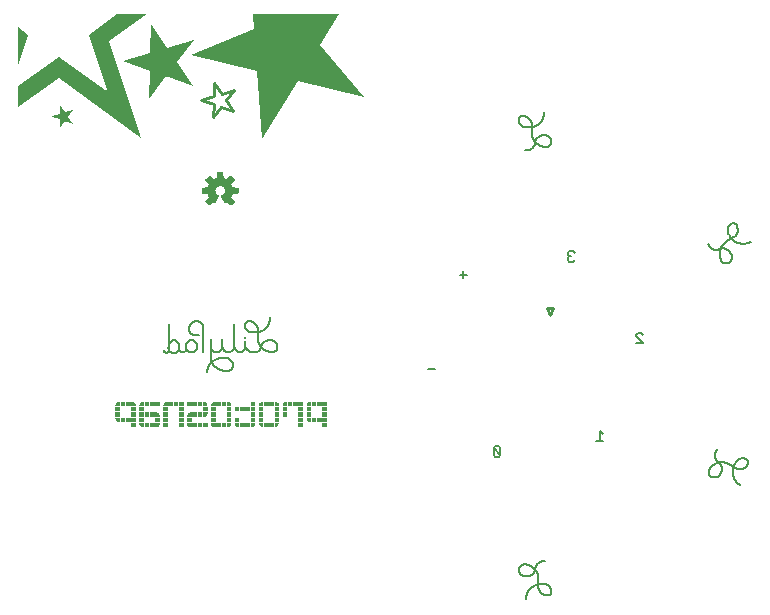
<source format=gbr>
G04 EAGLE Gerber RS-274X export*
G75*
%MOMM*%
%FSLAX34Y34*%
%LPD*%
%INSilkscreen Bottom*%
%IPPOS*%
%AMOC8*
5,1,8,0,0,1.08239X$1,22.5*%
G01*
%ADD10C,0.282000*%
%ADD11C,0.152400*%
%ADD12C,0.254000*%
%ADD13C,0.203200*%

G36*
X207203Y477031D02*
X207203Y477031D01*
X207232Y477034D01*
X237213Y525804D01*
X292878Y512412D01*
X292894Y512419D01*
X292911Y512415D01*
X292913Y512427D01*
X292933Y512436D01*
X292925Y512455D01*
X292928Y512457D01*
X292922Y512466D01*
X292927Y512492D01*
X255751Y556065D01*
X271832Y582334D01*
X271831Y582340D01*
X271835Y582343D01*
X271834Y582344D01*
X271837Y582347D01*
X271830Y582357D01*
X271826Y582394D01*
X271804Y582391D01*
X271790Y582409D01*
X198990Y582409D01*
X198943Y582373D01*
X198944Y582371D01*
X198943Y582370D01*
X198948Y582363D01*
X198941Y582356D01*
X199938Y569592D01*
X146971Y547706D01*
X146963Y547691D01*
X146947Y547684D01*
X146952Y547673D01*
X146941Y547654D01*
X146967Y547639D01*
X146978Y547612D01*
X202644Y534121D01*
X207141Y477056D01*
X207152Y477043D01*
X207154Y477027D01*
X207166Y477028D01*
X207180Y477012D01*
X207203Y477031D01*
G37*
G36*
X104199Y477921D02*
X104199Y477921D01*
X104221Y477921D01*
X104220Y477951D01*
X104237Y477975D01*
X77748Y559441D01*
X109319Y582320D01*
X109324Y582336D01*
X109337Y582347D01*
X109330Y582357D01*
X109336Y582377D01*
X109308Y582386D01*
X109290Y582409D01*
X84490Y582409D01*
X84473Y582396D01*
X84461Y582400D01*
X60561Y565000D01*
X60545Y564948D01*
X60543Y564945D01*
X76396Y516289D01*
X34919Y546400D01*
X34865Y546399D01*
X34861Y546400D01*
X661Y521500D01*
X651Y521468D01*
X641Y521460D01*
X641Y503460D01*
X647Y503452D01*
X644Y503443D01*
X657Y503439D01*
X677Y503413D01*
X690Y503423D01*
X690Y503422D01*
X706Y503422D01*
X708Y503424D01*
X719Y503420D01*
X34890Y528299D01*
X104161Y477920D01*
X104178Y477921D01*
X104192Y477911D01*
X104199Y477921D01*
G37*
G36*
X111400Y510530D02*
X111400Y510530D01*
X111429Y510530D01*
X126008Y529702D01*
X148774Y521813D01*
X148790Y521819D01*
X148806Y521814D01*
X148810Y521825D01*
X148830Y521832D01*
X148821Y521860D01*
X148830Y521888D01*
X135051Y541659D01*
X149629Y560830D01*
X149629Y560847D01*
X149639Y560861D01*
X149629Y560868D01*
X149629Y560890D01*
X149600Y560890D01*
X149576Y560907D01*
X126510Y554017D01*
X112730Y573788D01*
X112714Y573793D01*
X112704Y573807D01*
X112694Y573800D01*
X112674Y573807D01*
X112665Y573778D01*
X112641Y573761D01*
X112142Y549697D01*
X89176Y542707D01*
X89166Y542693D01*
X89150Y542688D01*
X89154Y542677D01*
X89141Y542659D01*
X89165Y542642D01*
X89174Y542614D01*
X111840Y534625D01*
X111341Y510561D01*
X111351Y510547D01*
X111351Y510530D01*
X111363Y510530D01*
X111376Y510513D01*
X111400Y510530D01*
G37*
G36*
X180770Y420516D02*
X180770Y420516D01*
X180878Y420526D01*
X180891Y420532D01*
X180905Y420534D01*
X181002Y420582D01*
X181101Y420627D01*
X181114Y420638D01*
X181123Y420642D01*
X181138Y420658D01*
X181215Y420720D01*
X183800Y423305D01*
X183863Y423394D01*
X183929Y423479D01*
X183934Y423492D01*
X183942Y423504D01*
X183973Y423607D01*
X184009Y423710D01*
X184009Y423724D01*
X184013Y423737D01*
X184009Y423845D01*
X184010Y423954D01*
X184005Y423967D01*
X184005Y423981D01*
X183967Y424083D01*
X183932Y424185D01*
X183923Y424200D01*
X183919Y424209D01*
X183905Y424226D01*
X183851Y424308D01*
X181087Y427698D01*
X181644Y428780D01*
X181650Y428800D01*
X181692Y428895D01*
X182063Y430054D01*
X186414Y430497D01*
X186518Y430525D01*
X186624Y430550D01*
X186636Y430557D01*
X186649Y430560D01*
X186739Y430621D01*
X186832Y430678D01*
X186840Y430689D01*
X186852Y430697D01*
X186918Y430783D01*
X186987Y430867D01*
X186991Y430880D01*
X187000Y430891D01*
X187034Y430994D01*
X187073Y431095D01*
X187074Y431113D01*
X187078Y431122D01*
X187078Y431144D01*
X187087Y431242D01*
X187087Y434898D01*
X187070Y435005D01*
X187056Y435113D01*
X187050Y435125D01*
X187048Y435139D01*
X186996Y435235D01*
X186949Y435332D01*
X186939Y435342D01*
X186933Y435354D01*
X186853Y435428D01*
X186777Y435505D01*
X186765Y435511D01*
X186755Y435521D01*
X186656Y435566D01*
X186559Y435614D01*
X186541Y435618D01*
X186532Y435622D01*
X186511Y435624D01*
X186414Y435643D01*
X182063Y436086D01*
X181692Y437245D01*
X181683Y437263D01*
X181681Y437270D01*
X181677Y437277D01*
X181644Y437360D01*
X181087Y438442D01*
X183851Y441832D01*
X183905Y441926D01*
X183962Y442018D01*
X183965Y442031D01*
X183972Y442043D01*
X183993Y442150D01*
X184018Y442255D01*
X184016Y442269D01*
X184019Y442283D01*
X184004Y442390D01*
X183994Y442498D01*
X183988Y442511D01*
X183986Y442525D01*
X183938Y442622D01*
X183893Y442721D01*
X183882Y442734D01*
X183878Y442743D01*
X183862Y442758D01*
X183800Y442835D01*
X181215Y445420D01*
X181126Y445483D01*
X181041Y445549D01*
X181028Y445554D01*
X181016Y445562D01*
X180913Y445593D01*
X180810Y445629D01*
X180796Y445629D01*
X180783Y445633D01*
X180675Y445629D01*
X180566Y445630D01*
X180553Y445625D01*
X180539Y445625D01*
X180437Y445587D01*
X180335Y445552D01*
X180320Y445543D01*
X180311Y445539D01*
X180294Y445525D01*
X180212Y445471D01*
X176822Y442707D01*
X175740Y443264D01*
X175720Y443270D01*
X175625Y443312D01*
X174466Y443683D01*
X174023Y448034D01*
X173995Y448138D01*
X173970Y448244D01*
X173963Y448256D01*
X173960Y448269D01*
X173899Y448359D01*
X173842Y448452D01*
X173831Y448460D01*
X173823Y448472D01*
X173737Y448538D01*
X173653Y448607D01*
X173640Y448611D01*
X173629Y448620D01*
X173526Y448654D01*
X173425Y448693D01*
X173407Y448694D01*
X173398Y448698D01*
X173376Y448698D01*
X173278Y448707D01*
X169622Y448707D01*
X169515Y448690D01*
X169407Y448676D01*
X169395Y448670D01*
X169381Y448668D01*
X169285Y448616D01*
X169188Y448569D01*
X169178Y448559D01*
X169166Y448553D01*
X169092Y448473D01*
X169015Y448397D01*
X169009Y448385D01*
X168999Y448375D01*
X168954Y448276D01*
X168906Y448179D01*
X168902Y448161D01*
X168898Y448152D01*
X168896Y448131D01*
X168877Y448034D01*
X168434Y443683D01*
X167275Y443312D01*
X167257Y443302D01*
X167160Y443264D01*
X166078Y442707D01*
X162688Y445471D01*
X162594Y445525D01*
X162502Y445582D01*
X162489Y445585D01*
X162477Y445592D01*
X162370Y445613D01*
X162265Y445638D01*
X162251Y445636D01*
X162237Y445639D01*
X162130Y445624D01*
X162022Y445614D01*
X162009Y445608D01*
X161996Y445606D01*
X161898Y445558D01*
X161799Y445513D01*
X161786Y445502D01*
X161777Y445498D01*
X161762Y445482D01*
X161685Y445420D01*
X159100Y442835D01*
X159037Y442746D01*
X158971Y442661D01*
X158966Y442648D01*
X158958Y442636D01*
X158927Y442533D01*
X158891Y442430D01*
X158891Y442416D01*
X158887Y442403D01*
X158891Y442295D01*
X158890Y442186D01*
X158895Y442173D01*
X158895Y442159D01*
X158933Y442057D01*
X158968Y441955D01*
X158977Y441940D01*
X158981Y441931D01*
X158995Y441914D01*
X159049Y441832D01*
X161813Y438442D01*
X161256Y437360D01*
X161250Y437340D01*
X161208Y437245D01*
X160837Y436086D01*
X156486Y435643D01*
X156382Y435615D01*
X156276Y435590D01*
X156264Y435583D01*
X156251Y435580D01*
X156161Y435519D01*
X156068Y435462D01*
X156060Y435451D01*
X156048Y435443D01*
X155982Y435357D01*
X155914Y435273D01*
X155909Y435260D01*
X155900Y435249D01*
X155866Y435146D01*
X155827Y435045D01*
X155826Y435027D01*
X155822Y435018D01*
X155823Y434996D01*
X155813Y434898D01*
X155813Y431242D01*
X155830Y431135D01*
X155844Y431027D01*
X155850Y431015D01*
X155852Y431001D01*
X155904Y430905D01*
X155951Y430808D01*
X155961Y430798D01*
X155967Y430786D01*
X156047Y430712D01*
X156123Y430635D01*
X156135Y430629D01*
X156146Y430619D01*
X156244Y430574D01*
X156341Y430526D01*
X156359Y430522D01*
X156368Y430518D01*
X156389Y430516D01*
X156486Y430497D01*
X160837Y430054D01*
X161208Y428895D01*
X161218Y428877D01*
X161256Y428780D01*
X161813Y427698D01*
X159049Y424308D01*
X158995Y424214D01*
X158938Y424122D01*
X158935Y424109D01*
X158928Y424097D01*
X158907Y423990D01*
X158882Y423885D01*
X158884Y423871D01*
X158881Y423857D01*
X158896Y423750D01*
X158906Y423642D01*
X158912Y423629D01*
X158914Y423616D01*
X158962Y423518D01*
X159007Y423419D01*
X159018Y423406D01*
X159022Y423397D01*
X159038Y423382D01*
X159100Y423305D01*
X161685Y420720D01*
X161774Y420657D01*
X161859Y420591D01*
X161872Y420586D01*
X161884Y420578D01*
X161987Y420547D01*
X162090Y420511D01*
X162104Y420511D01*
X162117Y420507D01*
X162225Y420511D01*
X162334Y420510D01*
X162347Y420515D01*
X162361Y420515D01*
X162463Y420553D01*
X162565Y420588D01*
X162580Y420597D01*
X162589Y420601D01*
X162606Y420615D01*
X162688Y420669D01*
X166078Y423433D01*
X167160Y422876D01*
X167213Y422859D01*
X167262Y422833D01*
X167328Y422822D01*
X167392Y422801D01*
X167448Y422802D01*
X167502Y422793D01*
X167569Y422804D01*
X167636Y422805D01*
X167688Y422823D01*
X167743Y422832D01*
X167803Y422864D01*
X167866Y422887D01*
X167909Y422921D01*
X167959Y422947D01*
X168005Y422996D01*
X168057Y423038D01*
X168088Y423085D01*
X168126Y423125D01*
X168182Y423230D01*
X168190Y423243D01*
X168191Y423248D01*
X168195Y423255D01*
X170348Y428452D01*
X170368Y428535D01*
X170373Y428548D01*
X170375Y428564D01*
X170400Y428649D01*
X170399Y428670D01*
X170404Y428690D01*
X170396Y428772D01*
X170397Y428791D01*
X170393Y428811D01*
X170389Y428892D01*
X170382Y428912D01*
X170380Y428933D01*
X170348Y429002D01*
X170342Y429029D01*
X170327Y429053D01*
X170301Y429120D01*
X170288Y429136D01*
X170279Y429155D01*
X170234Y429204D01*
X170214Y429236D01*
X170183Y429261D01*
X170145Y429307D01*
X170122Y429323D01*
X170112Y429333D01*
X170091Y429345D01*
X170026Y429390D01*
X170025Y429391D01*
X170024Y429392D01*
X169125Y429898D01*
X168438Y430542D01*
X167923Y431330D01*
X167611Y432218D01*
X167519Y433155D01*
X167652Y434087D01*
X168003Y434961D01*
X168552Y435726D01*
X169266Y436339D01*
X170106Y436764D01*
X171023Y436978D01*
X171964Y436968D01*
X172876Y436734D01*
X173706Y436291D01*
X174407Y435662D01*
X174939Y434885D01*
X175270Y434004D01*
X175383Y433069D01*
X175275Y432152D01*
X174955Y431284D01*
X174441Y430515D01*
X173762Y429888D01*
X172878Y429393D01*
X172836Y429360D01*
X172794Y429337D01*
X172763Y429304D01*
X172715Y429269D01*
X172703Y429253D01*
X172687Y429240D01*
X172652Y429185D01*
X172627Y429159D01*
X172614Y429129D01*
X172572Y429071D01*
X172566Y429052D01*
X172556Y429035D01*
X172537Y428960D01*
X172527Y428937D01*
X172524Y428913D01*
X172501Y428838D01*
X172502Y428818D01*
X172497Y428798D01*
X172504Y428712D01*
X172503Y428694D01*
X172506Y428678D01*
X172509Y428594D01*
X172517Y428569D01*
X172518Y428555D01*
X172528Y428533D01*
X172552Y428452D01*
X173481Y426209D01*
X173481Y426208D01*
X174412Y423961D01*
X174413Y423961D01*
X174705Y423255D01*
X174734Y423208D01*
X174755Y423156D01*
X174798Y423105D01*
X174834Y423048D01*
X174877Y423013D01*
X174913Y422970D01*
X174970Y422936D01*
X175022Y422893D01*
X175074Y422874D01*
X175122Y422845D01*
X175188Y422831D01*
X175251Y422807D01*
X175306Y422805D01*
X175360Y422794D01*
X175427Y422801D01*
X175494Y422799D01*
X175548Y422815D01*
X175603Y422822D01*
X175714Y422866D01*
X175728Y422870D01*
X175732Y422873D01*
X175740Y422876D01*
X176822Y423433D01*
X180212Y420669D01*
X180306Y420615D01*
X180398Y420558D01*
X180411Y420555D01*
X180423Y420548D01*
X180530Y420527D01*
X180635Y420502D01*
X180649Y420504D01*
X180663Y420501D01*
X180770Y420516D01*
G37*
G36*
X704Y538733D02*
X704Y538733D01*
X737Y538745D01*
X9237Y564945D01*
X9236Y564948D01*
X9219Y564996D01*
X9219Y565000D01*
X719Y571200D01*
X709Y571200D01*
X703Y571207D01*
X693Y571199D01*
X660Y571199D01*
X660Y571175D01*
X641Y571160D01*
X641Y538760D01*
X655Y538741D01*
X663Y538719D01*
X670Y538722D01*
X677Y538713D01*
X704Y538733D01*
G37*
G36*
X35899Y486230D02*
X35899Y486230D01*
X35929Y486230D01*
X40307Y491902D01*
X47074Y489514D01*
X47090Y489519D01*
X47107Y489514D01*
X47110Y489525D01*
X47130Y489532D01*
X47121Y489560D01*
X47130Y489589D01*
X42951Y495459D01*
X47329Y501230D01*
X47329Y501247D01*
X47339Y501261D01*
X47329Y501268D01*
X47329Y501290D01*
X47300Y501290D01*
X47276Y501307D01*
X40410Y499218D01*
X36330Y505088D01*
X36314Y505093D01*
X36305Y505107D01*
X36295Y505100D01*
X36274Y505107D01*
X36265Y505079D01*
X36241Y505061D01*
X36042Y497897D01*
X29275Y495807D01*
X29266Y495793D01*
X29249Y495788D01*
X29253Y495776D01*
X29241Y495759D01*
X29265Y495741D01*
X29274Y495713D01*
X36040Y493425D01*
X35841Y486261D01*
X35851Y486248D01*
X35851Y486231D01*
X35863Y486231D01*
X35875Y486213D01*
X35899Y486230D01*
G37*
G36*
X241747Y232647D02*
X241747Y232647D01*
X241742Y232654D01*
X241749Y232660D01*
X241749Y236460D01*
X241713Y236507D01*
X241706Y236502D01*
X241700Y236509D01*
X237800Y236509D01*
X237753Y236473D01*
X237756Y236468D01*
X237753Y236466D01*
X237755Y236463D01*
X237751Y236460D01*
X237751Y232660D01*
X237787Y232613D01*
X237794Y232618D01*
X237800Y232611D01*
X241700Y232611D01*
X241747Y232647D01*
G37*
G36*
X140647Y232647D02*
X140647Y232647D01*
X140642Y232654D01*
X140649Y232660D01*
X140649Y236460D01*
X140613Y236507D01*
X140606Y236502D01*
X140600Y236509D01*
X136700Y236509D01*
X136653Y236473D01*
X136656Y236468D01*
X136653Y236466D01*
X136655Y236463D01*
X136651Y236460D01*
X136651Y232660D01*
X136687Y232613D01*
X136694Y232618D01*
X136700Y232611D01*
X140600Y232611D01*
X140647Y232647D01*
G37*
G36*
X241747Y250447D02*
X241747Y250447D01*
X241742Y250454D01*
X241749Y250460D01*
X241749Y254260D01*
X241713Y254307D01*
X241706Y254302D01*
X241700Y254309D01*
X237800Y254309D01*
X237753Y254273D01*
X237756Y254268D01*
X237753Y254266D01*
X237755Y254263D01*
X237751Y254260D01*
X237751Y250460D01*
X237787Y250413D01*
X237794Y250418D01*
X237800Y250411D01*
X241700Y250411D01*
X241747Y250447D01*
G37*
G36*
X127247Y241547D02*
X127247Y241547D01*
X127242Y241554D01*
X127249Y241560D01*
X127249Y245360D01*
X127213Y245407D01*
X127206Y245402D01*
X127200Y245409D01*
X123300Y245409D01*
X123253Y245373D01*
X123256Y245368D01*
X123253Y245366D01*
X123255Y245363D01*
X123251Y245360D01*
X123251Y241560D01*
X123287Y241513D01*
X123294Y241518D01*
X123300Y241511D01*
X127200Y241511D01*
X127247Y241547D01*
G37*
G36*
X127247Y232647D02*
X127247Y232647D01*
X127242Y232654D01*
X127249Y232660D01*
X127249Y236460D01*
X127213Y236507D01*
X127206Y236502D01*
X127200Y236509D01*
X123300Y236509D01*
X123253Y236473D01*
X123256Y236468D01*
X123253Y236466D01*
X123255Y236463D01*
X123251Y236460D01*
X123251Y232660D01*
X123287Y232613D01*
X123294Y232618D01*
X123300Y232611D01*
X127200Y232611D01*
X127247Y232647D01*
G37*
G36*
X172147Y232647D02*
X172147Y232647D01*
X172142Y232654D01*
X172149Y232660D01*
X172149Y236460D01*
X172113Y236507D01*
X172106Y236502D01*
X172100Y236509D01*
X168200Y236509D01*
X168153Y236473D01*
X168156Y236468D01*
X168153Y236466D01*
X168155Y236463D01*
X168151Y236460D01*
X168151Y232660D01*
X168187Y232613D01*
X168194Y232618D01*
X168200Y232611D01*
X172100Y232611D01*
X172147Y232647D01*
G37*
G36*
X196847Y232647D02*
X196847Y232647D01*
X196842Y232654D01*
X196849Y232660D01*
X196849Y236460D01*
X196813Y236507D01*
X196806Y236502D01*
X196800Y236509D01*
X192900Y236509D01*
X192853Y236473D01*
X192856Y236468D01*
X192853Y236466D01*
X192855Y236463D01*
X192851Y236460D01*
X192851Y232660D01*
X192887Y232613D01*
X192894Y232618D01*
X192900Y232611D01*
X196800Y232611D01*
X196847Y232647D01*
G37*
G36*
X95747Y237047D02*
X95747Y237047D01*
X95742Y237054D01*
X95749Y237060D01*
X95749Y240860D01*
X95713Y240907D01*
X95706Y240902D01*
X95700Y240909D01*
X91800Y240909D01*
X91753Y240873D01*
X91756Y240868D01*
X91753Y240866D01*
X91755Y240863D01*
X91751Y240860D01*
X91751Y237060D01*
X91787Y237013D01*
X91794Y237018D01*
X91800Y237011D01*
X95700Y237011D01*
X95747Y237047D01*
G37*
G36*
X241747Y237047D02*
X241747Y237047D01*
X241742Y237054D01*
X241749Y237060D01*
X241749Y240860D01*
X241713Y240907D01*
X241706Y240902D01*
X241700Y240909D01*
X237800Y240909D01*
X237753Y240873D01*
X237756Y240868D01*
X237753Y240866D01*
X237755Y240863D01*
X237751Y240860D01*
X237751Y237060D01*
X237787Y237013D01*
X237794Y237018D01*
X237800Y237011D01*
X241700Y237011D01*
X241747Y237047D01*
G37*
G36*
X127247Y237047D02*
X127247Y237047D01*
X127242Y237054D01*
X127249Y237060D01*
X127249Y240860D01*
X127213Y240907D01*
X127206Y240902D01*
X127200Y240909D01*
X123300Y240909D01*
X123253Y240873D01*
X123256Y240868D01*
X123253Y240866D01*
X123255Y240863D01*
X123251Y240860D01*
X123251Y237060D01*
X123287Y237013D01*
X123294Y237018D01*
X123300Y237011D01*
X127200Y237011D01*
X127247Y237047D01*
G37*
G36*
X95747Y250447D02*
X95747Y250447D01*
X95742Y250454D01*
X95749Y250460D01*
X95749Y254260D01*
X95713Y254307D01*
X95706Y254302D01*
X95700Y254309D01*
X91800Y254309D01*
X91753Y254273D01*
X91756Y254268D01*
X91753Y254266D01*
X91755Y254263D01*
X91751Y254260D01*
X91751Y250460D01*
X91787Y250413D01*
X91794Y250418D01*
X91800Y250411D01*
X95700Y250411D01*
X95747Y250447D01*
G37*
G36*
X196847Y246047D02*
X196847Y246047D01*
X196842Y246054D01*
X196849Y246060D01*
X196849Y249860D01*
X196813Y249907D01*
X196806Y249902D01*
X196800Y249909D01*
X192900Y249909D01*
X192853Y249873D01*
X192856Y249868D01*
X192853Y249866D01*
X192855Y249863D01*
X192851Y249860D01*
X192851Y246060D01*
X192887Y246013D01*
X192894Y246018D01*
X192900Y246011D01*
X196800Y246011D01*
X196847Y246047D01*
G37*
G36*
X140647Y250447D02*
X140647Y250447D01*
X140642Y250454D01*
X140649Y250460D01*
X140649Y254260D01*
X140613Y254307D01*
X140606Y254302D01*
X140600Y254309D01*
X136700Y254309D01*
X136653Y254273D01*
X136656Y254268D01*
X136653Y254266D01*
X136655Y254263D01*
X136651Y254260D01*
X136651Y250460D01*
X136687Y250413D01*
X136694Y250418D01*
X136700Y250411D01*
X140600Y250411D01*
X140647Y250447D01*
G37*
G36*
X140647Y237047D02*
X140647Y237047D01*
X140642Y237054D01*
X140649Y237060D01*
X140649Y240860D01*
X140613Y240907D01*
X140606Y240902D01*
X140600Y240909D01*
X136700Y240909D01*
X136653Y240873D01*
X136656Y240868D01*
X136653Y240866D01*
X136655Y240863D01*
X136651Y240860D01*
X136651Y237060D01*
X136687Y237013D01*
X136694Y237018D01*
X136700Y237011D01*
X140600Y237011D01*
X140647Y237047D01*
G37*
G36*
X127247Y246047D02*
X127247Y246047D01*
X127242Y246054D01*
X127249Y246060D01*
X127249Y249860D01*
X127213Y249907D01*
X127206Y249902D01*
X127200Y249909D01*
X123300Y249909D01*
X123253Y249873D01*
X123256Y249868D01*
X123253Y249866D01*
X123255Y249863D01*
X123251Y249860D01*
X123251Y246060D01*
X123287Y246013D01*
X123294Y246018D01*
X123300Y246011D01*
X127200Y246011D01*
X127247Y246047D01*
G37*
G36*
X140647Y246047D02*
X140647Y246047D01*
X140642Y246054D01*
X140649Y246060D01*
X140649Y249860D01*
X140613Y249907D01*
X140606Y249902D01*
X140600Y249909D01*
X136700Y249909D01*
X136653Y249873D01*
X136656Y249868D01*
X136653Y249866D01*
X136655Y249863D01*
X136651Y249860D01*
X136651Y246060D01*
X136687Y246013D01*
X136694Y246018D01*
X136700Y246011D01*
X140600Y246011D01*
X140647Y246047D01*
G37*
G36*
X228347Y241547D02*
X228347Y241547D01*
X228342Y241554D01*
X228349Y241560D01*
X228349Y245360D01*
X228313Y245407D01*
X228306Y245402D01*
X228300Y245409D01*
X224400Y245409D01*
X224353Y245373D01*
X224356Y245368D01*
X224353Y245366D01*
X224355Y245363D01*
X224351Y245360D01*
X224351Y241560D01*
X224387Y241513D01*
X224394Y241518D01*
X224400Y241511D01*
X228300Y241511D01*
X228347Y241547D01*
G37*
G36*
X140647Y241547D02*
X140647Y241547D01*
X140642Y241554D01*
X140649Y241560D01*
X140649Y245360D01*
X140613Y245407D01*
X140606Y245402D01*
X140600Y245409D01*
X136700Y245409D01*
X136653Y245373D01*
X136656Y245368D01*
X136653Y245366D01*
X136655Y245363D01*
X136651Y245360D01*
X136651Y241560D01*
X136687Y241513D01*
X136694Y241518D01*
X136700Y241511D01*
X140600Y241511D01*
X140647Y241547D01*
G37*
G36*
X241747Y246047D02*
X241747Y246047D01*
X241742Y246054D01*
X241749Y246060D01*
X241749Y249860D01*
X241713Y249907D01*
X241706Y249902D01*
X241700Y249909D01*
X237800Y249909D01*
X237753Y249873D01*
X237756Y249868D01*
X237753Y249866D01*
X237755Y249863D01*
X237751Y249860D01*
X237751Y246060D01*
X237787Y246013D01*
X237794Y246018D01*
X237800Y246011D01*
X241700Y246011D01*
X241747Y246047D01*
G37*
G36*
X241747Y241547D02*
X241747Y241547D01*
X241742Y241554D01*
X241749Y241560D01*
X241749Y245360D01*
X241713Y245407D01*
X241706Y245402D01*
X241700Y245409D01*
X237800Y245409D01*
X237753Y245373D01*
X237756Y245368D01*
X237753Y245366D01*
X237755Y245363D01*
X237751Y245360D01*
X237751Y241560D01*
X237787Y241513D01*
X237794Y241518D01*
X237800Y241511D01*
X241700Y241511D01*
X241747Y241547D01*
G37*
G36*
X172147Y250447D02*
X172147Y250447D01*
X172142Y250454D01*
X172149Y250460D01*
X172149Y254260D01*
X172113Y254307D01*
X172106Y254302D01*
X172100Y254309D01*
X168200Y254309D01*
X168153Y254273D01*
X168156Y254268D01*
X168153Y254266D01*
X168155Y254263D01*
X168151Y254260D01*
X168151Y250460D01*
X168187Y250413D01*
X168194Y250418D01*
X168200Y250411D01*
X172100Y250411D01*
X172147Y250447D01*
G37*
G36*
X228347Y246047D02*
X228347Y246047D01*
X228342Y246054D01*
X228349Y246060D01*
X228349Y249860D01*
X228313Y249907D01*
X228306Y249902D01*
X228300Y249909D01*
X224400Y249909D01*
X224353Y249873D01*
X224356Y249868D01*
X224353Y249866D01*
X224355Y249863D01*
X224351Y249860D01*
X224351Y246060D01*
X224387Y246013D01*
X224394Y246018D01*
X224400Y246011D01*
X228300Y246011D01*
X228347Y246047D01*
G37*
G36*
X212547Y250447D02*
X212547Y250447D01*
X212542Y250454D01*
X212549Y250460D01*
X212549Y254260D01*
X212513Y254307D01*
X212506Y254302D01*
X212500Y254309D01*
X208700Y254309D01*
X208653Y254273D01*
X208656Y254268D01*
X208653Y254266D01*
X208655Y254263D01*
X208651Y254260D01*
X208651Y250460D01*
X208687Y250413D01*
X208694Y250418D01*
X208700Y250411D01*
X212500Y250411D01*
X212547Y250447D01*
G37*
G36*
X151847Y250447D02*
X151847Y250447D01*
X151842Y250454D01*
X151849Y250460D01*
X151849Y254260D01*
X151813Y254307D01*
X151806Y254302D01*
X151800Y254309D01*
X148000Y254309D01*
X147953Y254273D01*
X147956Y254268D01*
X147953Y254266D01*
X147955Y254263D01*
X147951Y254260D01*
X147951Y250460D01*
X147987Y250413D01*
X147994Y250418D01*
X148000Y250411D01*
X151800Y250411D01*
X151847Y250447D01*
G37*
G36*
X156347Y250447D02*
X156347Y250447D01*
X156342Y250454D01*
X156349Y250460D01*
X156349Y254260D01*
X156313Y254307D01*
X156306Y254302D01*
X156300Y254309D01*
X152500Y254309D01*
X152453Y254273D01*
X152456Y254268D01*
X152453Y254266D01*
X152455Y254263D01*
X152451Y254260D01*
X152451Y250460D01*
X152487Y250413D01*
X152494Y250418D01*
X152500Y250411D01*
X156300Y250411D01*
X156347Y250447D01*
G37*
G36*
X136147Y250447D02*
X136147Y250447D01*
X136142Y250454D01*
X136149Y250460D01*
X136149Y254260D01*
X136113Y254307D01*
X136106Y254302D01*
X136100Y254309D01*
X132300Y254309D01*
X132253Y254273D01*
X132256Y254268D01*
X132253Y254266D01*
X132255Y254263D01*
X132251Y254260D01*
X132251Y250460D01*
X132287Y250413D01*
X132294Y250418D01*
X132300Y250411D01*
X136100Y250411D01*
X136147Y250447D01*
G37*
G36*
X252947Y250447D02*
X252947Y250447D01*
X252942Y250454D01*
X252949Y250460D01*
X252949Y254260D01*
X252913Y254307D01*
X252906Y254302D01*
X252900Y254309D01*
X249100Y254309D01*
X249053Y254273D01*
X249056Y254268D01*
X249053Y254266D01*
X249055Y254263D01*
X249051Y254260D01*
X249051Y250460D01*
X249087Y250413D01*
X249094Y250418D01*
X249100Y250411D01*
X252900Y250411D01*
X252947Y250447D01*
G37*
G36*
X201247Y250447D02*
X201247Y250447D01*
X201242Y250454D01*
X201249Y250460D01*
X201249Y254260D01*
X201213Y254307D01*
X201206Y254302D01*
X201200Y254309D01*
X197400Y254309D01*
X197353Y254273D01*
X197356Y254268D01*
X197353Y254266D01*
X197355Y254263D01*
X197351Y254260D01*
X197351Y250460D01*
X197387Y250413D01*
X197394Y250418D01*
X197400Y250411D01*
X201200Y250411D01*
X201247Y250447D01*
G37*
G36*
X232747Y250447D02*
X232747Y250447D01*
X232742Y250454D01*
X232749Y250460D01*
X232749Y254260D01*
X232713Y254307D01*
X232706Y254302D01*
X232700Y254309D01*
X228900Y254309D01*
X228853Y254273D01*
X228856Y254268D01*
X228853Y254266D01*
X228855Y254263D01*
X228851Y254260D01*
X228851Y250460D01*
X228887Y250413D01*
X228894Y250418D01*
X228900Y250411D01*
X232700Y250411D01*
X232747Y250447D01*
G37*
G36*
X91247Y250447D02*
X91247Y250447D01*
X91242Y250454D01*
X91249Y250460D01*
X91249Y254260D01*
X91213Y254307D01*
X91206Y254302D01*
X91200Y254309D01*
X87400Y254309D01*
X87353Y254273D01*
X87356Y254268D01*
X87353Y254266D01*
X87355Y254263D01*
X87351Y254260D01*
X87351Y250460D01*
X87387Y250413D01*
X87394Y250418D01*
X87400Y250411D01*
X91200Y250411D01*
X91247Y250447D01*
G37*
G36*
X115947Y250447D02*
X115947Y250447D01*
X115942Y250454D01*
X115949Y250460D01*
X115949Y254260D01*
X115913Y254307D01*
X115906Y254302D01*
X115900Y254309D01*
X112100Y254309D01*
X112053Y254273D01*
X112056Y254268D01*
X112053Y254266D01*
X112055Y254263D01*
X112051Y254260D01*
X112051Y250460D01*
X112087Y250413D01*
X112094Y250418D01*
X112100Y250411D01*
X115900Y250411D01*
X115947Y250447D01*
G37*
G36*
X131647Y250447D02*
X131647Y250447D01*
X131642Y250454D01*
X131649Y250460D01*
X131649Y254260D01*
X131613Y254307D01*
X131606Y254302D01*
X131600Y254309D01*
X127800Y254309D01*
X127753Y254273D01*
X127756Y254268D01*
X127753Y254266D01*
X127755Y254263D01*
X127751Y254260D01*
X127751Y250460D01*
X127787Y250413D01*
X127794Y250418D01*
X127800Y250411D01*
X131600Y250411D01*
X131647Y250447D01*
G37*
G36*
X217047Y250447D02*
X217047Y250447D01*
X217042Y250454D01*
X217049Y250460D01*
X217049Y254260D01*
X217013Y254307D01*
X217006Y254302D01*
X217000Y254309D01*
X213200Y254309D01*
X213153Y254273D01*
X213156Y254268D01*
X213153Y254266D01*
X213155Y254263D01*
X213151Y254260D01*
X213151Y250460D01*
X213187Y250413D01*
X213194Y250418D01*
X213200Y250411D01*
X217000Y250411D01*
X217047Y250447D01*
G37*
G36*
X257447Y250447D02*
X257447Y250447D01*
X257442Y250454D01*
X257449Y250460D01*
X257449Y254260D01*
X257413Y254307D01*
X257406Y254302D01*
X257400Y254309D01*
X253600Y254309D01*
X253553Y254273D01*
X253556Y254268D01*
X253553Y254266D01*
X253555Y254263D01*
X253551Y254260D01*
X253551Y250460D01*
X253587Y250413D01*
X253594Y250418D01*
X253600Y250411D01*
X257400Y250411D01*
X257447Y250447D01*
G37*
G36*
X147447Y250447D02*
X147447Y250447D01*
X147442Y250454D01*
X147449Y250460D01*
X147449Y254260D01*
X147413Y254307D01*
X147406Y254302D01*
X147400Y254309D01*
X143600Y254309D01*
X143553Y254273D01*
X143556Y254268D01*
X143553Y254266D01*
X143555Y254263D01*
X143551Y254260D01*
X143551Y250460D01*
X143587Y250413D01*
X143594Y250418D01*
X143600Y250411D01*
X147400Y250411D01*
X147447Y250447D01*
G37*
G36*
X120347Y250447D02*
X120347Y250447D01*
X120342Y250454D01*
X120349Y250460D01*
X120349Y254260D01*
X120313Y254307D01*
X120306Y254302D01*
X120300Y254309D01*
X116500Y254309D01*
X116453Y254273D01*
X116456Y254268D01*
X116453Y254266D01*
X116455Y254263D01*
X116451Y254260D01*
X116451Y250460D01*
X116487Y250413D01*
X116494Y250418D01*
X116500Y250411D01*
X120300Y250411D01*
X120347Y250447D01*
G37*
G36*
X111447Y250447D02*
X111447Y250447D01*
X111442Y250454D01*
X111449Y250460D01*
X111449Y254260D01*
X111413Y254307D01*
X111406Y254302D01*
X111400Y254309D01*
X107600Y254309D01*
X107553Y254273D01*
X107556Y254268D01*
X107553Y254266D01*
X107555Y254263D01*
X107551Y254260D01*
X107551Y250460D01*
X107587Y250413D01*
X107594Y250418D01*
X107600Y250411D01*
X111400Y250411D01*
X111447Y250447D01*
G37*
G36*
X261947Y250447D02*
X261947Y250447D01*
X261942Y250454D01*
X261949Y250460D01*
X261949Y254260D01*
X261913Y254307D01*
X261906Y254302D01*
X261900Y254309D01*
X258100Y254309D01*
X258053Y254273D01*
X258056Y254268D01*
X258053Y254266D01*
X258055Y254263D01*
X258051Y254260D01*
X258051Y250460D01*
X258087Y250413D01*
X258094Y250418D01*
X258100Y250411D01*
X261900Y250411D01*
X261947Y250447D01*
G37*
G36*
X176547Y250447D02*
X176547Y250447D01*
X176542Y250454D01*
X176549Y250460D01*
X176549Y254260D01*
X176513Y254307D01*
X176506Y254302D01*
X176500Y254309D01*
X172700Y254309D01*
X172653Y254273D01*
X172656Y254268D01*
X172653Y254266D01*
X172655Y254263D01*
X172651Y254260D01*
X172651Y250460D01*
X172687Y250413D01*
X172694Y250418D01*
X172700Y250411D01*
X176500Y250411D01*
X176547Y250447D01*
G37*
G36*
X237247Y250447D02*
X237247Y250447D01*
X237242Y250454D01*
X237249Y250460D01*
X237249Y254260D01*
X237213Y254307D01*
X237206Y254302D01*
X237200Y254309D01*
X233400Y254309D01*
X233353Y254273D01*
X233356Y254268D01*
X233353Y254266D01*
X233355Y254263D01*
X233351Y254260D01*
X233351Y250460D01*
X233387Y250413D01*
X233394Y250418D01*
X233400Y250411D01*
X237200Y250411D01*
X237247Y250447D01*
G37*
G36*
X248547Y246047D02*
X248547Y246047D01*
X248542Y246054D01*
X248549Y246060D01*
X248549Y249860D01*
X248513Y249907D01*
X248506Y249902D01*
X248500Y249909D01*
X244700Y249909D01*
X244653Y249873D01*
X244656Y249868D01*
X244653Y249866D01*
X244655Y249863D01*
X244651Y249860D01*
X244651Y246060D01*
X244687Y246013D01*
X244694Y246018D01*
X244700Y246011D01*
X248500Y246011D01*
X248547Y246047D01*
G37*
G36*
X160847Y246047D02*
X160847Y246047D01*
X160842Y246054D01*
X160849Y246060D01*
X160849Y249860D01*
X160813Y249907D01*
X160806Y249902D01*
X160800Y249909D01*
X157000Y249909D01*
X156953Y249873D01*
X156956Y249868D01*
X156953Y249866D01*
X156955Y249863D01*
X156951Y249860D01*
X156951Y246060D01*
X156987Y246013D01*
X156994Y246018D01*
X157000Y246011D01*
X160800Y246011D01*
X160847Y246047D01*
G37*
G36*
X201247Y246047D02*
X201247Y246047D01*
X201242Y246054D01*
X201249Y246060D01*
X201249Y249860D01*
X201213Y249907D01*
X201206Y249902D01*
X201200Y249909D01*
X197400Y249909D01*
X197353Y249873D01*
X197356Y249868D01*
X197353Y249866D01*
X197355Y249863D01*
X197351Y249860D01*
X197351Y246060D01*
X197387Y246013D01*
X197394Y246018D01*
X197400Y246011D01*
X201200Y246011D01*
X201247Y246047D01*
G37*
G36*
X167647Y246047D02*
X167647Y246047D01*
X167642Y246054D01*
X167649Y246060D01*
X167649Y249860D01*
X167613Y249907D01*
X167606Y249902D01*
X167600Y249909D01*
X163800Y249909D01*
X163753Y249873D01*
X163756Y249868D01*
X163753Y249866D01*
X163755Y249863D01*
X163751Y249860D01*
X163751Y246060D01*
X163787Y246013D01*
X163794Y246018D01*
X163800Y246011D01*
X167600Y246011D01*
X167647Y246047D01*
G37*
G36*
X261947Y246047D02*
X261947Y246047D01*
X261942Y246054D01*
X261949Y246060D01*
X261949Y249860D01*
X261913Y249907D01*
X261906Y249902D01*
X261900Y249909D01*
X258100Y249909D01*
X258053Y249873D01*
X258056Y249868D01*
X258053Y249866D01*
X258055Y249863D01*
X258051Y249860D01*
X258051Y246060D01*
X258087Y246013D01*
X258094Y246018D01*
X258100Y246011D01*
X261900Y246011D01*
X261947Y246047D01*
G37*
G36*
X187847Y246047D02*
X187847Y246047D01*
X187842Y246054D01*
X187849Y246060D01*
X187849Y249860D01*
X187813Y249907D01*
X187806Y249902D01*
X187800Y249909D01*
X184000Y249909D01*
X183953Y249873D01*
X183956Y249868D01*
X183953Y249866D01*
X183955Y249863D01*
X183951Y249860D01*
X183951Y246060D01*
X183987Y246013D01*
X183994Y246018D01*
X184000Y246011D01*
X187800Y246011D01*
X187847Y246047D01*
G37*
G36*
X100147Y246047D02*
X100147Y246047D01*
X100142Y246054D01*
X100149Y246060D01*
X100149Y249860D01*
X100113Y249907D01*
X100106Y249902D01*
X100100Y249909D01*
X96300Y249909D01*
X96253Y249873D01*
X96256Y249868D01*
X96253Y249866D01*
X96255Y249863D01*
X96251Y249860D01*
X96251Y246060D01*
X96287Y246013D01*
X96294Y246018D01*
X96300Y246011D01*
X100100Y246011D01*
X100147Y246047D01*
G37*
G36*
X221447Y246047D02*
X221447Y246047D01*
X221442Y246054D01*
X221449Y246060D01*
X221449Y249860D01*
X221413Y249907D01*
X221406Y249902D01*
X221400Y249909D01*
X217600Y249909D01*
X217553Y249873D01*
X217556Y249868D01*
X217553Y249866D01*
X217555Y249863D01*
X217551Y249860D01*
X217551Y246060D01*
X217587Y246013D01*
X217594Y246018D01*
X217600Y246011D01*
X221400Y246011D01*
X221447Y246047D01*
G37*
G36*
X86747Y246047D02*
X86747Y246047D01*
X86742Y246054D01*
X86749Y246060D01*
X86749Y249860D01*
X86713Y249907D01*
X86706Y249902D01*
X86700Y249909D01*
X82900Y249909D01*
X82853Y249873D01*
X82856Y249868D01*
X82853Y249866D01*
X82855Y249863D01*
X82851Y249860D01*
X82851Y246060D01*
X82887Y246013D01*
X82894Y246018D01*
X82900Y246011D01*
X86700Y246011D01*
X86747Y246047D01*
G37*
G36*
X106947Y246047D02*
X106947Y246047D01*
X106942Y246054D01*
X106949Y246060D01*
X106949Y249860D01*
X106913Y249907D01*
X106906Y249902D01*
X106900Y249909D01*
X103100Y249909D01*
X103053Y249873D01*
X103056Y249868D01*
X103053Y249866D01*
X103055Y249863D01*
X103051Y249860D01*
X103051Y246060D01*
X103087Y246013D01*
X103094Y246018D01*
X103100Y246011D01*
X106900Y246011D01*
X106947Y246047D01*
G37*
G36*
X208047Y246047D02*
X208047Y246047D01*
X208042Y246054D01*
X208049Y246060D01*
X208049Y249860D01*
X208013Y249907D01*
X208006Y249902D01*
X208000Y249909D01*
X204200Y249909D01*
X204153Y249873D01*
X204156Y249868D01*
X204153Y249866D01*
X204155Y249863D01*
X204151Y249860D01*
X204151Y246060D01*
X204187Y246013D01*
X204194Y246018D01*
X204200Y246011D01*
X208000Y246011D01*
X208047Y246047D01*
G37*
G36*
X181047Y246047D02*
X181047Y246047D01*
X181042Y246054D01*
X181049Y246060D01*
X181049Y249860D01*
X181013Y249907D01*
X181006Y249902D01*
X181000Y249909D01*
X177200Y249909D01*
X177153Y249873D01*
X177156Y249868D01*
X177153Y249866D01*
X177155Y249863D01*
X177151Y249860D01*
X177151Y246060D01*
X177187Y246013D01*
X177194Y246018D01*
X177200Y246011D01*
X181000Y246011D01*
X181047Y246047D01*
G37*
G36*
X192347Y246047D02*
X192347Y246047D01*
X192342Y246054D01*
X192349Y246060D01*
X192349Y249860D01*
X192313Y249907D01*
X192306Y249902D01*
X192300Y249909D01*
X188500Y249909D01*
X188453Y249873D01*
X188456Y249868D01*
X188453Y249866D01*
X188455Y249863D01*
X188451Y249860D01*
X188451Y246060D01*
X188487Y246013D01*
X188494Y246018D01*
X188500Y246011D01*
X192300Y246011D01*
X192347Y246047D01*
G37*
G36*
X167647Y241547D02*
X167647Y241547D01*
X167642Y241554D01*
X167649Y241560D01*
X167649Y245360D01*
X167613Y245407D01*
X167606Y245402D01*
X167600Y245409D01*
X163800Y245409D01*
X163753Y245373D01*
X163756Y245368D01*
X163753Y245366D01*
X163755Y245363D01*
X163751Y245360D01*
X163751Y241560D01*
X163787Y241513D01*
X163794Y241518D01*
X163800Y241511D01*
X167600Y241511D01*
X167647Y241547D01*
G37*
G36*
X86747Y241547D02*
X86747Y241547D01*
X86742Y241554D01*
X86749Y241560D01*
X86749Y245360D01*
X86713Y245407D01*
X86706Y245402D01*
X86700Y245409D01*
X82900Y245409D01*
X82853Y245373D01*
X82856Y245368D01*
X82853Y245366D01*
X82855Y245363D01*
X82851Y245360D01*
X82851Y241560D01*
X82887Y241513D01*
X82894Y241518D01*
X82900Y241511D01*
X86700Y241511D01*
X86747Y241547D01*
G37*
G36*
X151847Y241547D02*
X151847Y241547D01*
X151842Y241554D01*
X151849Y241560D01*
X151849Y245360D01*
X151813Y245407D01*
X151806Y245402D01*
X151800Y245409D01*
X148000Y245409D01*
X147953Y245373D01*
X147956Y245368D01*
X147953Y245366D01*
X147955Y245363D01*
X147951Y245360D01*
X147951Y241560D01*
X147987Y241513D01*
X147994Y241518D01*
X148000Y241511D01*
X151800Y241511D01*
X151847Y241547D01*
G37*
G36*
X111447Y241547D02*
X111447Y241547D01*
X111442Y241554D01*
X111449Y241560D01*
X111449Y245360D01*
X111413Y245407D01*
X111406Y245402D01*
X111400Y245409D01*
X107600Y245409D01*
X107553Y245373D01*
X107556Y245368D01*
X107553Y245366D01*
X107555Y245363D01*
X107551Y245360D01*
X107551Y241560D01*
X107587Y241513D01*
X107594Y241518D01*
X107600Y241511D01*
X111400Y241511D01*
X111447Y241547D01*
G37*
G36*
X261947Y241547D02*
X261947Y241547D01*
X261942Y241554D01*
X261949Y241560D01*
X261949Y245360D01*
X261913Y245407D01*
X261906Y245402D01*
X261900Y245409D01*
X258100Y245409D01*
X258053Y245373D01*
X258056Y245368D01*
X258053Y245366D01*
X258055Y245363D01*
X258051Y245360D01*
X258051Y241560D01*
X258087Y241513D01*
X258094Y241518D01*
X258100Y241511D01*
X261900Y241511D01*
X261947Y241547D01*
G37*
G36*
X208047Y241547D02*
X208047Y241547D01*
X208042Y241554D01*
X208049Y241560D01*
X208049Y245360D01*
X208013Y245407D01*
X208006Y245402D01*
X208000Y245409D01*
X204200Y245409D01*
X204153Y245373D01*
X204156Y245368D01*
X204153Y245366D01*
X204155Y245363D01*
X204151Y245360D01*
X204151Y241560D01*
X204187Y241513D01*
X204194Y241518D01*
X204200Y241511D01*
X208000Y241511D01*
X208047Y241547D01*
G37*
G36*
X221447Y241547D02*
X221447Y241547D01*
X221442Y241554D01*
X221449Y241560D01*
X221449Y245360D01*
X221413Y245407D01*
X221406Y245402D01*
X221400Y245409D01*
X217600Y245409D01*
X217553Y245373D01*
X217556Y245368D01*
X217553Y245366D01*
X217555Y245363D01*
X217551Y245360D01*
X217551Y241560D01*
X217587Y241513D01*
X217594Y241518D01*
X217600Y241511D01*
X221400Y241511D01*
X221447Y241547D01*
G37*
G36*
X181047Y241547D02*
X181047Y241547D01*
X181042Y241554D01*
X181049Y241560D01*
X181049Y245360D01*
X181013Y245407D01*
X181006Y245402D01*
X181000Y245409D01*
X177200Y245409D01*
X177153Y245373D01*
X177156Y245368D01*
X177153Y245366D01*
X177155Y245363D01*
X177151Y245360D01*
X177151Y241560D01*
X177187Y241513D01*
X177194Y241518D01*
X177200Y241511D01*
X181000Y241511D01*
X181047Y241547D01*
G37*
G36*
X248547Y241547D02*
X248547Y241547D01*
X248542Y241554D01*
X248549Y241560D01*
X248549Y245360D01*
X248513Y245407D01*
X248506Y245402D01*
X248500Y245409D01*
X244700Y245409D01*
X244653Y245373D01*
X244656Y245368D01*
X244653Y245366D01*
X244655Y245363D01*
X244651Y245360D01*
X244651Y241560D01*
X244687Y241513D01*
X244694Y241518D01*
X244700Y241511D01*
X248500Y241511D01*
X248547Y241547D01*
G37*
G36*
X115947Y241547D02*
X115947Y241547D01*
X115942Y241554D01*
X115949Y241560D01*
X115949Y245360D01*
X115913Y245407D01*
X115906Y245402D01*
X115900Y245409D01*
X112100Y245409D01*
X112053Y245373D01*
X112056Y245368D01*
X112053Y245366D01*
X112055Y245363D01*
X112051Y245360D01*
X112051Y241560D01*
X112087Y241513D01*
X112094Y241518D01*
X112100Y241511D01*
X115900Y241511D01*
X115947Y241547D01*
G37*
G36*
X106947Y241547D02*
X106947Y241547D01*
X106942Y241554D01*
X106949Y241560D01*
X106949Y245360D01*
X106913Y245407D01*
X106906Y245402D01*
X106900Y245409D01*
X103100Y245409D01*
X103053Y245373D01*
X103056Y245368D01*
X103053Y245366D01*
X103055Y245363D01*
X103051Y245360D01*
X103051Y241560D01*
X103087Y241513D01*
X103094Y241518D01*
X103100Y241511D01*
X106900Y241511D01*
X106947Y241547D01*
G37*
G36*
X156347Y241547D02*
X156347Y241547D01*
X156342Y241554D01*
X156349Y241560D01*
X156349Y245360D01*
X156313Y245407D01*
X156306Y245402D01*
X156300Y245409D01*
X152500Y245409D01*
X152453Y245373D01*
X152456Y245368D01*
X152453Y245366D01*
X152455Y245363D01*
X152451Y245360D01*
X152451Y241560D01*
X152487Y241513D01*
X152494Y241518D01*
X152500Y241511D01*
X156300Y241511D01*
X156347Y241547D01*
G37*
G36*
X100147Y241547D02*
X100147Y241547D01*
X100142Y241554D01*
X100149Y241560D01*
X100149Y245360D01*
X100113Y245407D01*
X100106Y245402D01*
X100100Y245409D01*
X96300Y245409D01*
X96253Y245373D01*
X96256Y245368D01*
X96253Y245366D01*
X96255Y245363D01*
X96251Y245360D01*
X96251Y241560D01*
X96287Y241513D01*
X96294Y241518D01*
X96300Y241511D01*
X100100Y241511D01*
X100147Y241547D01*
G37*
G36*
X201247Y241547D02*
X201247Y241547D01*
X201242Y241554D01*
X201249Y241560D01*
X201249Y245360D01*
X201213Y245407D01*
X201206Y245402D01*
X201200Y245409D01*
X197400Y245409D01*
X197353Y245373D01*
X197356Y245368D01*
X197353Y245366D01*
X197355Y245363D01*
X197351Y245360D01*
X197351Y241560D01*
X197387Y241513D01*
X197394Y241518D01*
X197400Y241511D01*
X201200Y241511D01*
X201247Y241547D01*
G37*
G36*
X106947Y237047D02*
X106947Y237047D01*
X106942Y237054D01*
X106949Y237060D01*
X106949Y240860D01*
X106913Y240907D01*
X106906Y240902D01*
X106900Y240909D01*
X103100Y240909D01*
X103053Y240873D01*
X103056Y240868D01*
X103053Y240866D01*
X103055Y240863D01*
X103051Y240860D01*
X103051Y237060D01*
X103087Y237013D01*
X103094Y237018D01*
X103100Y237011D01*
X106900Y237011D01*
X106947Y237047D01*
G37*
G36*
X167647Y237047D02*
X167647Y237047D01*
X167642Y237054D01*
X167649Y237060D01*
X167649Y240860D01*
X167613Y240907D01*
X167606Y240902D01*
X167600Y240909D01*
X163800Y240909D01*
X163753Y240873D01*
X163756Y240868D01*
X163753Y240866D01*
X163755Y240863D01*
X163751Y240860D01*
X163751Y237060D01*
X163787Y237013D01*
X163794Y237018D01*
X163800Y237011D01*
X167600Y237011D01*
X167647Y237047D01*
G37*
G36*
X91247Y237047D02*
X91247Y237047D01*
X91242Y237054D01*
X91249Y237060D01*
X91249Y240860D01*
X91213Y240907D01*
X91206Y240902D01*
X91200Y240909D01*
X87400Y240909D01*
X87353Y240873D01*
X87356Y240868D01*
X87353Y240866D01*
X87355Y240863D01*
X87351Y240860D01*
X87351Y237060D01*
X87387Y237013D01*
X87394Y237018D01*
X87400Y237011D01*
X91200Y237011D01*
X91247Y237047D01*
G37*
G36*
X100147Y237047D02*
X100147Y237047D01*
X100142Y237054D01*
X100149Y237060D01*
X100149Y240860D01*
X100113Y240907D01*
X100106Y240902D01*
X100100Y240909D01*
X96300Y240909D01*
X96253Y240873D01*
X96256Y240868D01*
X96253Y240866D01*
X96255Y240863D01*
X96251Y240860D01*
X96251Y237060D01*
X96287Y237013D01*
X96294Y237018D01*
X96300Y237011D01*
X100100Y237011D01*
X100147Y237047D01*
G37*
G36*
X252947Y237047D02*
X252947Y237047D01*
X252942Y237054D01*
X252949Y237060D01*
X252949Y240860D01*
X252913Y240907D01*
X252906Y240902D01*
X252900Y240909D01*
X249100Y240909D01*
X249053Y240873D01*
X249056Y240868D01*
X249053Y240866D01*
X249055Y240863D01*
X249051Y240860D01*
X249051Y237060D01*
X249087Y237013D01*
X249094Y237018D01*
X249100Y237011D01*
X252900Y237011D01*
X252947Y237047D01*
G37*
G36*
X147447Y237047D02*
X147447Y237047D01*
X147442Y237054D01*
X147449Y237060D01*
X147449Y240860D01*
X147413Y240907D01*
X147406Y240902D01*
X147400Y240909D01*
X143600Y240909D01*
X143553Y240873D01*
X143556Y240868D01*
X143553Y240866D01*
X143555Y240863D01*
X143551Y240860D01*
X143551Y237060D01*
X143587Y237013D01*
X143594Y237018D01*
X143600Y237011D01*
X147400Y237011D01*
X147447Y237047D01*
G37*
G36*
X208047Y237047D02*
X208047Y237047D01*
X208042Y237054D01*
X208049Y237060D01*
X208049Y240860D01*
X208013Y240907D01*
X208006Y240902D01*
X208000Y240909D01*
X204200Y240909D01*
X204153Y240873D01*
X204156Y240868D01*
X204153Y240866D01*
X204155Y240863D01*
X204151Y240860D01*
X204151Y237060D01*
X204187Y237013D01*
X204194Y237018D01*
X204200Y237011D01*
X208000Y237011D01*
X208047Y237047D01*
G37*
G36*
X257447Y237047D02*
X257447Y237047D01*
X257442Y237054D01*
X257449Y237060D01*
X257449Y240860D01*
X257413Y240907D01*
X257406Y240902D01*
X257400Y240909D01*
X253600Y240909D01*
X253553Y240873D01*
X253556Y240868D01*
X253553Y240866D01*
X253555Y240863D01*
X253551Y240860D01*
X253551Y237060D01*
X253587Y237013D01*
X253594Y237018D01*
X253600Y237011D01*
X257400Y237011D01*
X257447Y237047D01*
G37*
G36*
X187847Y237047D02*
X187847Y237047D01*
X187842Y237054D01*
X187849Y237060D01*
X187849Y240860D01*
X187813Y240907D01*
X187806Y240902D01*
X187800Y240909D01*
X184000Y240909D01*
X183953Y240873D01*
X183956Y240868D01*
X183953Y240866D01*
X183955Y240863D01*
X183951Y240860D01*
X183951Y237060D01*
X183987Y237013D01*
X183994Y237018D01*
X184000Y237011D01*
X187800Y237011D01*
X187847Y237047D01*
G37*
G36*
X120347Y237047D02*
X120347Y237047D01*
X120342Y237054D01*
X120349Y237060D01*
X120349Y240860D01*
X120313Y240907D01*
X120306Y240902D01*
X120300Y240909D01*
X116500Y240909D01*
X116453Y240873D01*
X116456Y240868D01*
X116453Y240866D01*
X116455Y240863D01*
X116451Y240860D01*
X116451Y237060D01*
X116487Y237013D01*
X116494Y237018D01*
X116500Y237011D01*
X120300Y237011D01*
X120347Y237047D01*
G37*
G36*
X201247Y237047D02*
X201247Y237047D01*
X201242Y237054D01*
X201249Y237060D01*
X201249Y240860D01*
X201213Y240907D01*
X201206Y240902D01*
X201200Y240909D01*
X197400Y240909D01*
X197353Y240873D01*
X197356Y240868D01*
X197353Y240866D01*
X197355Y240863D01*
X197351Y240860D01*
X197351Y237060D01*
X197387Y237013D01*
X197394Y237018D01*
X197400Y237011D01*
X201200Y237011D01*
X201247Y237047D01*
G37*
G36*
X221447Y237047D02*
X221447Y237047D01*
X221442Y237054D01*
X221449Y237060D01*
X221449Y240860D01*
X221413Y240907D01*
X221406Y240902D01*
X221400Y240909D01*
X217600Y240909D01*
X217553Y240873D01*
X217556Y240868D01*
X217553Y240866D01*
X217555Y240863D01*
X217551Y240860D01*
X217551Y237060D01*
X217587Y237013D01*
X217594Y237018D01*
X217600Y237011D01*
X221400Y237011D01*
X221447Y237047D01*
G37*
G36*
X181047Y237047D02*
X181047Y237047D01*
X181042Y237054D01*
X181049Y237060D01*
X181049Y240860D01*
X181013Y240907D01*
X181006Y240902D01*
X181000Y240909D01*
X177200Y240909D01*
X177153Y240873D01*
X177156Y240868D01*
X177153Y240866D01*
X177155Y240863D01*
X177151Y240860D01*
X177151Y237060D01*
X177187Y237013D01*
X177194Y237018D01*
X177200Y237011D01*
X181000Y237011D01*
X181047Y237047D01*
G37*
G36*
X261947Y237047D02*
X261947Y237047D01*
X261942Y237054D01*
X261949Y237060D01*
X261949Y240860D01*
X261913Y240907D01*
X261906Y240902D01*
X261900Y240909D01*
X258100Y240909D01*
X258053Y240873D01*
X258056Y240868D01*
X258053Y240866D01*
X258055Y240863D01*
X258051Y240860D01*
X258051Y237060D01*
X258087Y237013D01*
X258094Y237018D01*
X258100Y237011D01*
X261900Y237011D01*
X261947Y237047D01*
G37*
G36*
X100147Y232647D02*
X100147Y232647D01*
X100142Y232654D01*
X100149Y232660D01*
X100149Y236460D01*
X100113Y236507D01*
X100106Y236502D01*
X100100Y236509D01*
X96300Y236509D01*
X96253Y236473D01*
X96256Y236468D01*
X96253Y236466D01*
X96255Y236463D01*
X96251Y236460D01*
X96251Y232660D01*
X96287Y232613D01*
X96294Y232618D01*
X96300Y232611D01*
X100100Y232611D01*
X100147Y232647D01*
G37*
G36*
X111447Y232647D02*
X111447Y232647D01*
X111442Y232654D01*
X111449Y232660D01*
X111449Y236460D01*
X111413Y236507D01*
X111406Y236502D01*
X111400Y236509D01*
X107600Y236509D01*
X107553Y236473D01*
X107556Y236468D01*
X107553Y236466D01*
X107555Y236463D01*
X107551Y236460D01*
X107551Y232660D01*
X107587Y232613D01*
X107594Y232618D01*
X107600Y232611D01*
X111400Y232611D01*
X111447Y232647D01*
G37*
G36*
X115947Y232647D02*
X115947Y232647D01*
X115942Y232654D01*
X115949Y232660D01*
X115949Y236460D01*
X115913Y236507D01*
X115906Y236502D01*
X115900Y236509D01*
X112100Y236509D01*
X112053Y236473D01*
X112056Y236468D01*
X112053Y236466D01*
X112055Y236463D01*
X112051Y236460D01*
X112051Y232660D01*
X112087Y232613D01*
X112094Y232618D01*
X112100Y232611D01*
X115900Y232611D01*
X115947Y232647D01*
G37*
G36*
X156347Y232647D02*
X156347Y232647D01*
X156342Y232654D01*
X156349Y232660D01*
X156349Y236460D01*
X156313Y236507D01*
X156306Y236502D01*
X156300Y236509D01*
X152500Y236509D01*
X152453Y236473D01*
X152456Y236468D01*
X152453Y236466D01*
X152455Y236463D01*
X152451Y236460D01*
X152451Y232660D01*
X152487Y232613D01*
X152494Y232618D01*
X152500Y232611D01*
X156300Y232611D01*
X156347Y232647D01*
G37*
G36*
X261947Y232647D02*
X261947Y232647D01*
X261942Y232654D01*
X261949Y232660D01*
X261949Y236460D01*
X261913Y236507D01*
X261906Y236502D01*
X261900Y236509D01*
X258100Y236509D01*
X258053Y236473D01*
X258056Y236468D01*
X258053Y236466D01*
X258055Y236463D01*
X258051Y236460D01*
X258051Y232660D01*
X258087Y232613D01*
X258094Y232618D01*
X258100Y232611D01*
X261900Y232611D01*
X261947Y232647D01*
G37*
G36*
X217047Y232647D02*
X217047Y232647D01*
X217042Y232654D01*
X217049Y232660D01*
X217049Y236460D01*
X217013Y236507D01*
X217006Y236502D01*
X217000Y236509D01*
X213200Y236509D01*
X213153Y236473D01*
X213156Y236468D01*
X213153Y236466D01*
X213155Y236463D01*
X213151Y236460D01*
X213151Y232660D01*
X213187Y232613D01*
X213194Y232618D01*
X213200Y232611D01*
X217000Y232611D01*
X217047Y232647D01*
G37*
G36*
X212547Y232647D02*
X212547Y232647D01*
X212542Y232654D01*
X212549Y232660D01*
X212549Y236460D01*
X212513Y236507D01*
X212506Y236502D01*
X212500Y236509D01*
X208700Y236509D01*
X208653Y236473D01*
X208656Y236468D01*
X208653Y236466D01*
X208655Y236463D01*
X208651Y236460D01*
X208651Y232660D01*
X208687Y232613D01*
X208694Y232618D01*
X208700Y232611D01*
X212500Y232611D01*
X212547Y232647D01*
G37*
G36*
X192347Y232647D02*
X192347Y232647D01*
X192342Y232654D01*
X192349Y232660D01*
X192349Y236460D01*
X192313Y236507D01*
X192306Y236502D01*
X192300Y236509D01*
X188500Y236509D01*
X188453Y236473D01*
X188456Y236468D01*
X188453Y236466D01*
X188455Y236463D01*
X188451Y236460D01*
X188451Y232660D01*
X188487Y232613D01*
X188494Y232618D01*
X188500Y232611D01*
X192300Y232611D01*
X192347Y232647D01*
G37*
G36*
X160847Y232647D02*
X160847Y232647D01*
X160842Y232654D01*
X160849Y232660D01*
X160849Y236460D01*
X160813Y236507D01*
X160806Y236502D01*
X160800Y236509D01*
X157000Y236509D01*
X156953Y236473D01*
X156956Y236468D01*
X156953Y236466D01*
X156955Y236463D01*
X156951Y236460D01*
X156951Y232660D01*
X156987Y232613D01*
X156994Y232618D01*
X157000Y232611D01*
X160800Y232611D01*
X160847Y232647D01*
G37*
G36*
X151847Y232647D02*
X151847Y232647D01*
X151842Y232654D01*
X151849Y232660D01*
X151849Y236460D01*
X151813Y236507D01*
X151806Y236502D01*
X151800Y236509D01*
X148000Y236509D01*
X147953Y236473D01*
X147956Y236468D01*
X147953Y236466D01*
X147955Y236463D01*
X147951Y236460D01*
X147951Y232660D01*
X147987Y232613D01*
X147994Y232618D01*
X148000Y232611D01*
X151800Y232611D01*
X151847Y232647D01*
G37*
G36*
X176547Y232647D02*
X176547Y232647D01*
X176542Y232654D01*
X176549Y232660D01*
X176549Y236460D01*
X176513Y236507D01*
X176506Y236502D01*
X176500Y236509D01*
X172700Y236509D01*
X172653Y236473D01*
X172656Y236468D01*
X172653Y236466D01*
X172655Y236463D01*
X172651Y236460D01*
X172651Y232660D01*
X172687Y232613D01*
X172694Y232618D01*
X172700Y232611D01*
X176500Y232611D01*
X176547Y232647D01*
G37*
G36*
X228347Y250447D02*
X228347Y250447D01*
X228342Y250454D01*
X228349Y250460D01*
X228349Y254260D01*
X228313Y254307D01*
X228306Y254302D01*
X228300Y254309D01*
X227000Y254309D01*
X226991Y254302D01*
X226984Y254307D01*
X226384Y254107D01*
X226380Y254100D01*
X226375Y254102D01*
X225875Y253802D01*
X225873Y253798D01*
X225869Y253798D01*
X225369Y253398D01*
X225367Y253391D01*
X225362Y253391D01*
X224962Y252891D01*
X224961Y252883D01*
X224956Y252882D01*
X224656Y252282D01*
X224657Y252277D01*
X224653Y252276D01*
X224453Y251676D01*
X224455Y251670D01*
X224451Y251668D01*
X224351Y251068D01*
X224353Y251065D01*
X224353Y251064D01*
X224354Y251062D01*
X224351Y251060D01*
X224351Y250460D01*
X224387Y250413D01*
X224394Y250418D01*
X224400Y250411D01*
X228300Y250411D01*
X228347Y250447D01*
G37*
G36*
X127247Y250447D02*
X127247Y250447D01*
X127242Y250454D01*
X127249Y250460D01*
X127249Y254260D01*
X127213Y254307D01*
X127206Y254302D01*
X127200Y254309D01*
X125900Y254309D01*
X125891Y254302D01*
X125884Y254307D01*
X125284Y254107D01*
X125280Y254100D01*
X125275Y254102D01*
X124775Y253802D01*
X124773Y253798D01*
X124769Y253798D01*
X124269Y253398D01*
X124267Y253391D01*
X124262Y253391D01*
X123862Y252891D01*
X123861Y252883D01*
X123856Y252882D01*
X123556Y252282D01*
X123557Y252277D01*
X123553Y252276D01*
X123353Y251676D01*
X123355Y251670D01*
X123351Y251668D01*
X123251Y251068D01*
X123253Y251065D01*
X123253Y251064D01*
X123254Y251062D01*
X123251Y251060D01*
X123251Y250460D01*
X123287Y250413D01*
X123294Y250418D01*
X123300Y250411D01*
X127200Y250411D01*
X127247Y250447D01*
G37*
G36*
X198609Y232618D02*
X198609Y232618D01*
X198616Y232613D01*
X199216Y232813D01*
X199219Y232818D01*
X199222Y232816D01*
X199822Y233116D01*
X199825Y233123D01*
X199831Y233122D01*
X200331Y233522D01*
X200333Y233529D01*
X200338Y233529D01*
X200738Y234029D01*
X200739Y234037D01*
X200744Y234038D01*
X201044Y234638D01*
X201043Y234643D01*
X201047Y234644D01*
X201247Y235244D01*
X201244Y235254D01*
X201247Y235257D01*
X201247Y235258D01*
X201249Y235260D01*
X201249Y236460D01*
X201213Y236507D01*
X201206Y236502D01*
X201200Y236509D01*
X197400Y236509D01*
X197353Y236473D01*
X197356Y236468D01*
X197353Y236466D01*
X197355Y236463D01*
X197351Y236460D01*
X197351Y232660D01*
X197387Y232613D01*
X197394Y232618D01*
X197400Y232611D01*
X198600Y232611D01*
X198609Y232618D01*
G37*
G36*
X117709Y232618D02*
X117709Y232618D01*
X117716Y232613D01*
X118316Y232813D01*
X118319Y232818D01*
X118322Y232816D01*
X118922Y233116D01*
X118925Y233123D01*
X118931Y233122D01*
X119431Y233522D01*
X119433Y233529D01*
X119438Y233529D01*
X119838Y234029D01*
X119839Y234037D01*
X119844Y234038D01*
X120144Y234638D01*
X120143Y234643D01*
X120147Y234644D01*
X120347Y235244D01*
X120344Y235254D01*
X120347Y235257D01*
X120347Y235258D01*
X120349Y235260D01*
X120349Y236460D01*
X120313Y236507D01*
X120306Y236502D01*
X120300Y236509D01*
X116500Y236509D01*
X116453Y236473D01*
X116456Y236468D01*
X116453Y236466D01*
X116455Y236463D01*
X116451Y236460D01*
X116451Y232660D01*
X116487Y232613D01*
X116494Y232618D01*
X116500Y232611D01*
X117700Y232611D01*
X117709Y232618D01*
G37*
G36*
X221447Y250447D02*
X221447Y250447D01*
X221442Y250454D01*
X221449Y250460D01*
X221449Y251660D01*
X221442Y251669D01*
X221447Y251676D01*
X221247Y252276D01*
X221242Y252279D01*
X221244Y252282D01*
X220944Y252882D01*
X220937Y252885D01*
X220938Y252891D01*
X220538Y253391D01*
X220531Y253393D01*
X220531Y253398D01*
X220031Y253798D01*
X220023Y253799D01*
X220022Y253804D01*
X219422Y254104D01*
X219417Y254103D01*
X219416Y254107D01*
X218816Y254307D01*
X218805Y254303D01*
X218800Y254309D01*
X217600Y254309D01*
X217553Y254273D01*
X217556Y254268D01*
X217553Y254266D01*
X217555Y254263D01*
X217551Y254260D01*
X217551Y250460D01*
X217587Y250413D01*
X217594Y250418D01*
X217600Y250411D01*
X221400Y250411D01*
X221447Y250447D01*
G37*
G36*
X100147Y250447D02*
X100147Y250447D01*
X100142Y250454D01*
X100149Y250460D01*
X100149Y251660D01*
X100142Y251669D01*
X100147Y251676D01*
X99947Y252276D01*
X99942Y252279D01*
X99944Y252282D01*
X99644Y252882D01*
X99637Y252885D01*
X99638Y252891D01*
X99238Y253391D01*
X99231Y253393D01*
X99231Y253398D01*
X98731Y253798D01*
X98723Y253799D01*
X98722Y253804D01*
X98122Y254104D01*
X98117Y254103D01*
X98116Y254107D01*
X97516Y254307D01*
X97505Y254303D01*
X97500Y254309D01*
X96300Y254309D01*
X96253Y254273D01*
X96256Y254268D01*
X96253Y254266D01*
X96255Y254263D01*
X96251Y254260D01*
X96251Y250460D01*
X96287Y250413D01*
X96294Y250418D01*
X96300Y250411D01*
X100100Y250411D01*
X100147Y250447D01*
G37*
G36*
X167647Y232647D02*
X167647Y232647D01*
X167642Y232654D01*
X167649Y232660D01*
X167649Y236460D01*
X167613Y236507D01*
X167606Y236502D01*
X167600Y236509D01*
X163800Y236509D01*
X163753Y236473D01*
X163756Y236468D01*
X163753Y236466D01*
X163755Y236463D01*
X163751Y236460D01*
X163751Y235260D01*
X163758Y235251D01*
X163753Y235244D01*
X163953Y234644D01*
X163958Y234641D01*
X163956Y234638D01*
X164256Y234038D01*
X164263Y234035D01*
X164262Y234029D01*
X164662Y233529D01*
X164669Y233527D01*
X164669Y233522D01*
X165169Y233122D01*
X165177Y233121D01*
X165178Y233116D01*
X165778Y232816D01*
X165783Y232817D01*
X165784Y232813D01*
X166384Y232613D01*
X166395Y232617D01*
X166400Y232611D01*
X167600Y232611D01*
X167647Y232647D01*
G37*
G36*
X147447Y232647D02*
X147447Y232647D01*
X147442Y232654D01*
X147449Y232660D01*
X147449Y236460D01*
X147413Y236507D01*
X147406Y236502D01*
X147400Y236509D01*
X143600Y236509D01*
X143553Y236473D01*
X143556Y236468D01*
X143553Y236466D01*
X143555Y236463D01*
X143551Y236460D01*
X143551Y235260D01*
X143558Y235251D01*
X143553Y235244D01*
X143753Y234644D01*
X143758Y234641D01*
X143756Y234638D01*
X144056Y234038D01*
X144063Y234035D01*
X144062Y234029D01*
X144462Y233529D01*
X144469Y233527D01*
X144469Y233522D01*
X144969Y233122D01*
X144977Y233121D01*
X144978Y233116D01*
X145578Y232816D01*
X145583Y232817D01*
X145584Y232813D01*
X146184Y232613D01*
X146195Y232617D01*
X146200Y232611D01*
X147400Y232611D01*
X147447Y232647D01*
G37*
G36*
X248547Y250447D02*
X248547Y250447D01*
X248542Y250454D01*
X248549Y250460D01*
X248549Y254260D01*
X248513Y254307D01*
X248506Y254302D01*
X248500Y254309D01*
X247300Y254309D01*
X247291Y254302D01*
X247284Y254307D01*
X246684Y254107D01*
X246681Y254102D01*
X246678Y254104D01*
X246078Y253804D01*
X246075Y253797D01*
X246069Y253798D01*
X245569Y253398D01*
X245567Y253391D01*
X245562Y253391D01*
X245162Y252891D01*
X245161Y252883D01*
X245156Y252882D01*
X244856Y252282D01*
X244857Y252277D01*
X244853Y252276D01*
X244653Y251676D01*
X244657Y251665D01*
X244651Y251660D01*
X244651Y250460D01*
X244687Y250413D01*
X244694Y250418D01*
X244700Y250411D01*
X248500Y250411D01*
X248547Y250447D01*
G37*
G36*
X167647Y250447D02*
X167647Y250447D01*
X167642Y250454D01*
X167649Y250460D01*
X167649Y254260D01*
X167613Y254307D01*
X167606Y254302D01*
X167600Y254309D01*
X166400Y254309D01*
X166391Y254302D01*
X166384Y254307D01*
X165784Y254107D01*
X165781Y254102D01*
X165778Y254104D01*
X165178Y253804D01*
X165175Y253797D01*
X165169Y253798D01*
X164669Y253398D01*
X164667Y253391D01*
X164662Y253391D01*
X164262Y252891D01*
X164261Y252883D01*
X164256Y252882D01*
X163956Y252282D01*
X163957Y252277D01*
X163953Y252276D01*
X163753Y251676D01*
X163757Y251665D01*
X163751Y251660D01*
X163751Y250460D01*
X163787Y250413D01*
X163794Y250418D01*
X163800Y250411D01*
X167600Y250411D01*
X167647Y250447D01*
G37*
G36*
X120347Y241547D02*
X120347Y241547D01*
X120342Y241554D01*
X120349Y241560D01*
X120349Y242760D01*
X120342Y242769D01*
X120347Y242776D01*
X120147Y243376D01*
X120142Y243379D01*
X120144Y243382D01*
X119844Y243982D01*
X119837Y243985D01*
X119838Y243991D01*
X119438Y244491D01*
X119431Y244493D01*
X119431Y244498D01*
X118931Y244898D01*
X118923Y244899D01*
X118922Y244904D01*
X118322Y245204D01*
X118312Y245202D01*
X118308Y245209D01*
X117108Y245409D01*
X117103Y245406D01*
X117100Y245409D01*
X116500Y245409D01*
X116453Y245373D01*
X116456Y245368D01*
X116453Y245366D01*
X116455Y245363D01*
X116451Y245360D01*
X116451Y241560D01*
X116487Y241513D01*
X116494Y241518D01*
X116500Y241511D01*
X120300Y241511D01*
X120347Y241547D01*
G37*
G36*
X147447Y241547D02*
X147447Y241547D01*
X147442Y241554D01*
X147449Y241560D01*
X147449Y245360D01*
X147413Y245407D01*
X147406Y245402D01*
X147400Y245409D01*
X146800Y245409D01*
X146795Y245406D01*
X146792Y245409D01*
X145592Y245209D01*
X145585Y245201D01*
X145578Y245204D01*
X144978Y244904D01*
X144975Y244897D01*
X144969Y244898D01*
X144469Y244498D01*
X144467Y244491D01*
X144462Y244491D01*
X144062Y243991D01*
X144061Y243983D01*
X144056Y243982D01*
X143756Y243382D01*
X143757Y243377D01*
X143753Y243376D01*
X143553Y242776D01*
X143557Y242765D01*
X143551Y242760D01*
X143551Y241560D01*
X143587Y241513D01*
X143594Y241518D01*
X143600Y241511D01*
X147400Y241511D01*
X147447Y241547D01*
G37*
G36*
X187847Y232647D02*
X187847Y232647D01*
X187842Y232654D01*
X187849Y232660D01*
X187849Y236460D01*
X187813Y236507D01*
X187806Y236502D01*
X187800Y236509D01*
X184000Y236509D01*
X183953Y236473D01*
X183956Y236468D01*
X183953Y236466D01*
X183955Y236463D01*
X183951Y236460D01*
X183951Y235860D01*
X183954Y235855D01*
X183951Y235852D01*
X184151Y234652D01*
X184159Y234645D01*
X184156Y234638D01*
X184456Y234038D01*
X184466Y234033D01*
X184465Y234025D01*
X184965Y233525D01*
X184969Y233525D01*
X184969Y233522D01*
X185469Y233122D01*
X185474Y233121D01*
X185475Y233118D01*
X185975Y232818D01*
X185983Y232819D01*
X185984Y232813D01*
X186584Y232613D01*
X186595Y232617D01*
X186600Y232611D01*
X187800Y232611D01*
X187847Y232647D01*
G37*
G36*
X181047Y250447D02*
X181047Y250447D01*
X181042Y250454D01*
X181049Y250460D01*
X181049Y251060D01*
X181046Y251065D01*
X181049Y251068D01*
X180849Y252268D01*
X180841Y252275D01*
X180844Y252282D01*
X180544Y252882D01*
X180534Y252887D01*
X180535Y252895D01*
X180035Y253395D01*
X180031Y253395D01*
X180031Y253398D01*
X179531Y253798D01*
X179526Y253799D01*
X179525Y253802D01*
X179025Y254102D01*
X179017Y254101D01*
X179016Y254107D01*
X178416Y254307D01*
X178405Y254303D01*
X178400Y254309D01*
X177200Y254309D01*
X177153Y254273D01*
X177156Y254268D01*
X177153Y254266D01*
X177155Y254263D01*
X177151Y254260D01*
X177151Y250460D01*
X177187Y250413D01*
X177194Y250418D01*
X177200Y250411D01*
X181000Y250411D01*
X181047Y250447D01*
G37*
G36*
X178409Y232618D02*
X178409Y232618D01*
X178416Y232613D01*
X179016Y232813D01*
X179020Y232820D01*
X179025Y232818D01*
X179525Y233118D01*
X179527Y233122D01*
X179531Y233122D01*
X180031Y233522D01*
X180032Y233526D01*
X180035Y233525D01*
X180535Y234025D01*
X180536Y234037D01*
X180544Y234038D01*
X180844Y234638D01*
X180842Y234649D01*
X180849Y234652D01*
X181049Y235852D01*
X181046Y235857D01*
X181049Y235860D01*
X181049Y236460D01*
X181013Y236507D01*
X181006Y236502D01*
X181000Y236509D01*
X177200Y236509D01*
X177153Y236473D01*
X177156Y236468D01*
X177153Y236466D01*
X177155Y236463D01*
X177151Y236460D01*
X177151Y232660D01*
X177187Y232613D01*
X177194Y232618D01*
X177200Y232611D01*
X178400Y232611D01*
X178409Y232618D01*
G37*
G36*
X86747Y250447D02*
X86747Y250447D01*
X86742Y250454D01*
X86749Y250460D01*
X86749Y254260D01*
X86713Y254307D01*
X86706Y254302D01*
X86700Y254309D01*
X85500Y254309D01*
X85491Y254302D01*
X85484Y254307D01*
X84884Y254107D01*
X84880Y254100D01*
X84875Y254102D01*
X84375Y253802D01*
X84373Y253798D01*
X84369Y253798D01*
X83869Y253398D01*
X83868Y253394D01*
X83865Y253395D01*
X83365Y252895D01*
X83364Y252883D01*
X83356Y252882D01*
X83056Y252282D01*
X83058Y252272D01*
X83051Y252268D01*
X82851Y251068D01*
X82853Y251065D01*
X82853Y251064D01*
X82854Y251062D01*
X82851Y251060D01*
X82851Y250460D01*
X82887Y250413D01*
X82894Y250418D01*
X82900Y250411D01*
X86700Y250411D01*
X86747Y250447D01*
G37*
G36*
X160847Y250447D02*
X160847Y250447D01*
X160842Y250454D01*
X160849Y250460D01*
X160849Y251060D01*
X160846Y251065D01*
X160849Y251068D01*
X160749Y251668D01*
X160744Y251672D01*
X160747Y251676D01*
X160547Y252276D01*
X160542Y252279D01*
X160544Y252282D01*
X160244Y252882D01*
X160237Y252885D01*
X160238Y252891D01*
X159838Y253391D01*
X159831Y253393D01*
X159831Y253398D01*
X159331Y253798D01*
X159326Y253799D01*
X159325Y253802D01*
X158825Y254102D01*
X158817Y254101D01*
X158816Y254107D01*
X158216Y254307D01*
X158205Y254303D01*
X158200Y254309D01*
X157000Y254309D01*
X156953Y254273D01*
X156956Y254268D01*
X156953Y254266D01*
X156955Y254263D01*
X156951Y254260D01*
X156951Y250460D01*
X156987Y250413D01*
X156994Y250418D01*
X157000Y250411D01*
X160800Y250411D01*
X160847Y250447D01*
G37*
G36*
X106947Y232647D02*
X106947Y232647D01*
X106942Y232654D01*
X106949Y232660D01*
X106949Y236460D01*
X106913Y236507D01*
X106906Y236502D01*
X106900Y236509D01*
X103100Y236509D01*
X103053Y236473D01*
X103056Y236468D01*
X103053Y236466D01*
X103055Y236463D01*
X103051Y236460D01*
X103051Y235860D01*
X103054Y235855D01*
X103051Y235852D01*
X103151Y235252D01*
X103156Y235248D01*
X103153Y235244D01*
X103353Y234644D01*
X103358Y234641D01*
X103356Y234638D01*
X103656Y234038D01*
X103663Y234035D01*
X103662Y234029D01*
X104062Y233529D01*
X104069Y233527D01*
X104069Y233522D01*
X104569Y233122D01*
X104574Y233121D01*
X104575Y233118D01*
X105075Y232818D01*
X105083Y232819D01*
X105084Y232813D01*
X105684Y232613D01*
X105695Y232617D01*
X105700Y232611D01*
X106900Y232611D01*
X106947Y232647D01*
G37*
G36*
X158209Y241518D02*
X158209Y241518D01*
X158216Y241513D01*
X158816Y241713D01*
X158820Y241720D01*
X158825Y241718D01*
X159325Y242018D01*
X159327Y242022D01*
X159331Y242022D01*
X159831Y242422D01*
X159833Y242429D01*
X159838Y242429D01*
X160238Y242929D01*
X160239Y242937D01*
X160244Y242938D01*
X160544Y243538D01*
X160543Y243543D01*
X160547Y243544D01*
X160747Y244144D01*
X160745Y244150D01*
X160749Y244152D01*
X160849Y244752D01*
X160846Y244757D01*
X160849Y244760D01*
X160849Y245360D01*
X160813Y245407D01*
X160806Y245402D01*
X160800Y245409D01*
X157000Y245409D01*
X156953Y245373D01*
X156956Y245368D01*
X156953Y245366D01*
X156955Y245363D01*
X156951Y245360D01*
X156951Y241560D01*
X156987Y241513D01*
X156994Y241518D01*
X157000Y241511D01*
X158200Y241511D01*
X158209Y241518D01*
G37*
G36*
X248547Y237047D02*
X248547Y237047D01*
X248542Y237054D01*
X248549Y237060D01*
X248549Y240860D01*
X248513Y240907D01*
X248506Y240902D01*
X248500Y240909D01*
X244700Y240909D01*
X244653Y240873D01*
X244656Y240868D01*
X244653Y240866D01*
X244655Y240863D01*
X244651Y240860D01*
X244651Y239660D01*
X244658Y239651D01*
X244653Y239644D01*
X244853Y239044D01*
X244860Y239040D01*
X244858Y239035D01*
X245158Y238535D01*
X245162Y238533D01*
X245162Y238529D01*
X245562Y238029D01*
X245569Y238027D01*
X245569Y238022D01*
X246069Y237622D01*
X246077Y237621D01*
X246078Y237616D01*
X246678Y237316D01*
X246683Y237317D01*
X246684Y237313D01*
X247284Y237113D01*
X247290Y237115D01*
X247292Y237111D01*
X247892Y237011D01*
X247897Y237014D01*
X247900Y237011D01*
X248500Y237011D01*
X248547Y237047D01*
G37*
G36*
X208047Y250447D02*
X208047Y250447D01*
X208042Y250454D01*
X208049Y250460D01*
X208049Y254260D01*
X208013Y254307D01*
X208006Y254302D01*
X208000Y254309D01*
X206800Y254309D01*
X206791Y254302D01*
X206784Y254307D01*
X206184Y254107D01*
X206180Y254100D01*
X206175Y254102D01*
X205675Y253802D01*
X205673Y253798D01*
X205669Y253798D01*
X205169Y253398D01*
X205167Y253391D01*
X205162Y253391D01*
X204762Y252891D01*
X204761Y252883D01*
X204756Y252882D01*
X204456Y252282D01*
X204457Y252277D01*
X204453Y252276D01*
X204253Y251676D01*
X204255Y251670D01*
X204251Y251668D01*
X204151Y251068D01*
X204153Y251065D01*
X204153Y251064D01*
X204154Y251062D01*
X204151Y251060D01*
X204151Y250460D01*
X204187Y250413D01*
X204194Y250418D01*
X204200Y250411D01*
X208000Y250411D01*
X208047Y250447D01*
G37*
G36*
X106947Y250447D02*
X106947Y250447D01*
X106942Y250454D01*
X106949Y250460D01*
X106949Y254260D01*
X106913Y254307D01*
X106906Y254302D01*
X106900Y254309D01*
X105700Y254309D01*
X105691Y254302D01*
X105684Y254307D01*
X105084Y254107D01*
X105080Y254100D01*
X105075Y254102D01*
X104575Y253802D01*
X104573Y253798D01*
X104569Y253798D01*
X104069Y253398D01*
X104067Y253391D01*
X104062Y253391D01*
X103662Y252891D01*
X103661Y252883D01*
X103656Y252882D01*
X103356Y252282D01*
X103357Y252277D01*
X103353Y252276D01*
X103153Y251676D01*
X103155Y251670D01*
X103151Y251668D01*
X103051Y251068D01*
X103053Y251065D01*
X103053Y251064D01*
X103054Y251062D01*
X103051Y251060D01*
X103051Y250460D01*
X103087Y250413D01*
X103094Y250418D01*
X103100Y250411D01*
X106900Y250411D01*
X106947Y250447D01*
G37*
G36*
X86747Y237047D02*
X86747Y237047D01*
X86742Y237054D01*
X86749Y237060D01*
X86749Y240860D01*
X86713Y240907D01*
X86706Y240902D01*
X86700Y240909D01*
X82900Y240909D01*
X82853Y240873D01*
X82856Y240868D01*
X82853Y240866D01*
X82855Y240863D01*
X82851Y240860D01*
X82851Y240360D01*
X82854Y240356D01*
X82851Y240353D01*
X82951Y239653D01*
X82952Y239652D01*
X82951Y239652D01*
X83051Y239052D01*
X83061Y239043D01*
X83058Y239035D01*
X83358Y238535D01*
X83366Y238531D01*
X83365Y238525D01*
X83865Y238025D01*
X83869Y238025D01*
X83869Y238022D01*
X84369Y237622D01*
X84374Y237621D01*
X84375Y237618D01*
X84875Y237318D01*
X84883Y237319D01*
X84884Y237313D01*
X85484Y237113D01*
X85491Y237115D01*
X85493Y237111D01*
X86193Y237011D01*
X86198Y237014D01*
X86200Y237011D01*
X86700Y237011D01*
X86747Y237047D01*
G37*
G36*
X218210Y232619D02*
X218210Y232619D01*
X218218Y232614D01*
X220518Y233514D01*
X220533Y233538D01*
X220546Y233542D01*
X221446Y235842D01*
X221445Y235846D01*
X221447Y235848D01*
X221442Y235855D01*
X221449Y235860D01*
X221449Y236460D01*
X221413Y236507D01*
X221406Y236502D01*
X221400Y236509D01*
X217600Y236509D01*
X217553Y236473D01*
X217556Y236468D01*
X217553Y236466D01*
X217555Y236463D01*
X217551Y236460D01*
X217551Y232660D01*
X217587Y232613D01*
X217594Y232618D01*
X217600Y232611D01*
X218200Y232611D01*
X218210Y232619D01*
G37*
G36*
X208047Y232647D02*
X208047Y232647D01*
X208042Y232654D01*
X208049Y232660D01*
X208049Y236460D01*
X208013Y236507D01*
X208006Y236502D01*
X208000Y236509D01*
X204200Y236509D01*
X204153Y236473D01*
X204156Y236468D01*
X204153Y236466D01*
X204155Y236463D01*
X204151Y236460D01*
X204151Y235860D01*
X204159Y235849D01*
X204155Y235840D01*
X205155Y233540D01*
X205178Y233527D01*
X205182Y233514D01*
X207482Y232614D01*
X207495Y232618D01*
X207500Y232611D01*
X208000Y232611D01*
X208047Y232647D01*
G37*
D10*
X176490Y509360D02*
X182790Y500360D01*
X172390Y503960D01*
X165790Y495160D01*
X165990Y506160D01*
X155690Y509760D01*
X166190Y512960D01*
X166390Y523860D01*
X172690Y514860D01*
X183190Y518060D01*
X176490Y509360D01*
D11*
X374476Y361954D02*
X380238Y361954D01*
X377357Y364835D02*
X377357Y359073D01*
X470077Y381643D02*
X471518Y380203D01*
X470077Y381643D02*
X467196Y381643D01*
X465756Y380203D01*
X465756Y378762D01*
X467196Y377322D01*
X468637Y377322D01*
X467196Y377322D02*
X465756Y375881D01*
X465756Y374441D01*
X467196Y373000D01*
X470077Y373000D01*
X471518Y374441D01*
X523554Y303752D02*
X529316Y303752D01*
X523554Y309514D01*
X523554Y310955D01*
X524994Y312395D01*
X527875Y312395D01*
X529316Y310955D01*
X492927Y229747D02*
X495808Y226866D01*
X492927Y229747D02*
X492927Y221104D01*
X495808Y221104D02*
X490046Y221104D01*
X408757Y215072D02*
X408757Y209310D01*
X408757Y215072D02*
X407316Y216512D01*
X404435Y216512D01*
X402995Y215072D01*
X402995Y209310D01*
X404435Y207869D01*
X407316Y207869D01*
X408757Y209310D01*
X402995Y215072D01*
X353568Y281944D02*
X347806Y281944D01*
D12*
X450850Y327660D02*
X448310Y334010D01*
X453390Y334010D01*
X450850Y327660D01*
D13*
X157350Y317420D02*
X157350Y296420D01*
X157350Y317420D02*
X157335Y317566D01*
X157316Y317712D01*
X157293Y317857D01*
X157266Y318002D01*
X157235Y318146D01*
X157201Y318289D01*
X157162Y318431D01*
X157120Y318571D01*
X157075Y318711D01*
X157025Y318850D01*
X156972Y318987D01*
X156915Y319122D01*
X156855Y319256D01*
X156791Y319389D01*
X156723Y319519D01*
X156652Y319648D01*
X156578Y319775D01*
X156500Y319900D01*
X156419Y320023D01*
X156335Y320143D01*
X156248Y320261D01*
X156157Y320377D01*
X156064Y320491D01*
X155967Y320602D01*
X155868Y320710D01*
X155765Y320815D01*
X155660Y320918D01*
X155552Y321018D01*
X155442Y321115D01*
X155329Y321210D01*
X155214Y321301D01*
X155096Y321389D01*
X154976Y321473D01*
X154853Y321555D01*
X154729Y321633D01*
X154602Y321708D01*
X154474Y321780D01*
X154344Y321848D01*
X154212Y321913D01*
X154078Y321974D01*
X153942Y322031D01*
X153806Y322085D01*
X153667Y322135D01*
X153528Y322182D01*
X153387Y322225D01*
X153246Y322264D01*
X153103Y322299D01*
X152959Y322330D01*
X152815Y322358D01*
X152670Y322382D01*
X152524Y322402D01*
X152378Y322418D01*
X152231Y322430D01*
X152084Y322438D01*
X151937Y322442D01*
X151790Y322443D01*
X151643Y322439D01*
X151497Y322432D01*
X151350Y322420D01*
X151204Y322432D01*
X151057Y322439D01*
X150910Y322443D01*
X150763Y322442D01*
X150616Y322438D01*
X150469Y322430D01*
X150322Y322418D01*
X150176Y322402D01*
X150031Y322382D01*
X149885Y322358D01*
X149741Y322330D01*
X149597Y322299D01*
X149455Y322264D01*
X149313Y322225D01*
X149172Y322182D01*
X149033Y322135D01*
X148895Y322085D01*
X148758Y322031D01*
X148623Y321974D01*
X148489Y321912D01*
X148357Y321848D01*
X148226Y321780D01*
X148098Y321708D01*
X147972Y321633D01*
X147847Y321555D01*
X147725Y321473D01*
X147605Y321388D01*
X147487Y321300D01*
X147371Y321209D01*
X147258Y321115D01*
X147148Y321018D01*
X147040Y320918D01*
X146935Y320815D01*
X146833Y320710D01*
X146733Y320601D01*
X146637Y320490D01*
X146543Y320377D01*
X146453Y320261D01*
X146365Y320143D01*
X146281Y320022D01*
X146200Y319900D01*
X146123Y319775D01*
X146048Y319648D01*
X145977Y319519D01*
X145910Y319389D01*
X145846Y319256D01*
X145785Y319122D01*
X145729Y318987D01*
X145675Y318849D01*
X145626Y318711D01*
X145580Y318571D01*
X145538Y318430D01*
X145499Y318289D01*
X145465Y318146D01*
X145434Y318002D01*
X145407Y317857D01*
X145384Y317712D01*
X145365Y317566D01*
X145350Y317420D01*
X145350Y315420D01*
X145359Y315284D01*
X145372Y315149D01*
X145389Y315014D01*
X145409Y314880D01*
X145434Y314747D01*
X145462Y314614D01*
X145494Y314482D01*
X145530Y314351D01*
X145569Y314221D01*
X145613Y314092D01*
X145660Y313964D01*
X145710Y313838D01*
X145764Y313714D01*
X145822Y313591D01*
X145883Y313469D01*
X145948Y313350D01*
X146016Y313232D01*
X146087Y313117D01*
X146161Y313003D01*
X146239Y312892D01*
X146320Y312782D01*
X146404Y312676D01*
X146491Y312571D01*
X146581Y312470D01*
X146674Y312370D01*
X146770Y312274D01*
X146868Y312180D01*
X146969Y312089D01*
X147072Y312001D01*
X147178Y311916D01*
X147287Y311834D01*
X147397Y311756D01*
X147510Y311680D01*
X147625Y311608D01*
X147742Y311539D01*
X147861Y311473D01*
X147982Y311411D01*
X148105Y311352D01*
X148229Y311297D01*
X148354Y311245D01*
X148481Y311197D01*
X148610Y311153D01*
X148739Y311112D01*
X148870Y311075D01*
X149002Y311042D01*
X149134Y311012D01*
X149268Y310987D01*
X149402Y310965D01*
X149536Y310947D01*
X149672Y310932D01*
X149807Y310922D01*
X149943Y310916D01*
X150079Y310913D01*
X150214Y310914D01*
X150350Y310920D01*
X153350Y310920D01*
X142850Y300420D02*
X142835Y300303D01*
X142824Y300185D01*
X142817Y300067D01*
X142814Y299949D01*
X142815Y299831D01*
X142820Y299713D01*
X142829Y299595D01*
X142842Y299477D01*
X142859Y299361D01*
X142879Y299244D01*
X142904Y299129D01*
X142932Y299014D01*
X142964Y298900D01*
X143000Y298788D01*
X143040Y298676D01*
X143083Y298566D01*
X143130Y298458D01*
X143181Y298351D01*
X143235Y298246D01*
X143293Y298143D01*
X143354Y298042D01*
X143418Y297943D01*
X143486Y297846D01*
X143557Y297751D01*
X143631Y297659D01*
X143708Y297570D01*
X143788Y297483D01*
X143871Y297399D01*
X143957Y297317D01*
X144045Y297239D01*
X144136Y297163D01*
X144229Y297091D01*
X144325Y297021D01*
X144423Y296955D01*
X144523Y296893D01*
X144625Y296833D01*
X144729Y296777D01*
X144835Y296725D01*
X144943Y296676D01*
X145052Y296631D01*
X145163Y296589D01*
X145275Y296551D01*
X145388Y296517D01*
X145502Y296487D01*
X145617Y296461D01*
X145733Y296438D01*
X145850Y296420D01*
X147850Y296420D01*
X147981Y296436D01*
X148111Y296456D01*
X148240Y296480D01*
X148369Y296508D01*
X148497Y296540D01*
X148624Y296575D01*
X148750Y296614D01*
X148874Y296656D01*
X148998Y296702D01*
X149120Y296752D01*
X149240Y296805D01*
X149359Y296862D01*
X149476Y296922D01*
X149592Y296986D01*
X149705Y297053D01*
X149817Y297123D01*
X149926Y297196D01*
X150033Y297273D01*
X150138Y297352D01*
X150241Y297435D01*
X150341Y297520D01*
X150438Y297609D01*
X150533Y297700D01*
X150626Y297794D01*
X150715Y297891D01*
X150802Y297990D01*
X150886Y298091D01*
X150967Y298195D01*
X151044Y298302D01*
X151119Y298410D01*
X151190Y298521D01*
X151258Y298634D01*
X151323Y298748D01*
X151385Y298865D01*
X151443Y298983D01*
X151497Y299103D01*
X151548Y299224D01*
X151596Y299347D01*
X151640Y299471D01*
X151680Y299597D01*
X151717Y299723D01*
X151750Y299851D01*
X151779Y299979D01*
X151805Y300108D01*
X151826Y300238D01*
X151844Y300369D01*
X151858Y300500D01*
X151869Y300631D01*
X151875Y300763D01*
X151878Y300894D01*
X151877Y301026D01*
X151872Y301158D01*
X151863Y301289D01*
X151850Y301420D01*
X151863Y301551D01*
X151872Y301682D01*
X151877Y301814D01*
X151878Y301946D01*
X151875Y302077D01*
X151869Y302209D01*
X151858Y302340D01*
X151844Y302471D01*
X151826Y302602D01*
X151805Y302732D01*
X151779Y302861D01*
X151750Y302989D01*
X151717Y303117D01*
X151680Y303243D01*
X151640Y303369D01*
X151596Y303493D01*
X151548Y303616D01*
X151497Y303737D01*
X151443Y303857D01*
X151385Y303975D01*
X151323Y304092D01*
X151258Y304206D01*
X151190Y304319D01*
X151119Y304430D01*
X151044Y304538D01*
X150967Y304645D01*
X150886Y304749D01*
X150802Y304850D01*
X150715Y304949D01*
X150626Y305046D01*
X150533Y305140D01*
X150438Y305231D01*
X150341Y305320D01*
X150241Y305405D01*
X150138Y305488D01*
X150033Y305567D01*
X149926Y305644D01*
X149817Y305717D01*
X149705Y305787D01*
X149592Y305854D01*
X149476Y305918D01*
X149359Y305978D01*
X149240Y306035D01*
X149120Y306088D01*
X148998Y306138D01*
X148874Y306184D01*
X148750Y306226D01*
X148624Y306265D01*
X148497Y306300D01*
X148369Y306332D01*
X148240Y306360D01*
X148111Y306384D01*
X147981Y306404D01*
X147850Y306420D01*
X146850Y306420D01*
X146724Y306418D01*
X146599Y306412D01*
X146474Y306402D01*
X146349Y306388D01*
X146224Y306371D01*
X146100Y306349D01*
X145977Y306324D01*
X145855Y306294D01*
X145734Y306261D01*
X145614Y306224D01*
X145495Y306184D01*
X145378Y306139D01*
X145261Y306091D01*
X145147Y306039D01*
X145034Y305984D01*
X144923Y305925D01*
X144814Y305863D01*
X144707Y305797D01*
X144602Y305728D01*
X144499Y305656D01*
X144398Y305581D01*
X144300Y305502D01*
X144205Y305420D01*
X144112Y305336D01*
X144022Y305248D01*
X143934Y305158D01*
X143850Y305065D01*
X143768Y304970D01*
X143689Y304872D01*
X143614Y304771D01*
X143542Y304668D01*
X143473Y304563D01*
X143407Y304456D01*
X143345Y304347D01*
X143286Y304236D01*
X143231Y304123D01*
X143179Y304009D01*
X143131Y303892D01*
X143086Y303775D01*
X143046Y303656D01*
X143009Y303536D01*
X142976Y303415D01*
X142946Y303293D01*
X142921Y303170D01*
X142899Y303046D01*
X142882Y302921D01*
X142868Y302796D01*
X142858Y302671D01*
X142852Y302546D01*
X142850Y302420D01*
X142850Y300420D01*
X142873Y300309D01*
X142893Y300196D01*
X142909Y300084D01*
X142921Y299970D01*
X142930Y299857D01*
X142934Y299743D01*
X142935Y299629D01*
X142931Y299515D01*
X142924Y299402D01*
X142913Y299288D01*
X142898Y299175D01*
X142879Y299063D01*
X142857Y298952D01*
X142830Y298841D01*
X142800Y298731D01*
X142766Y298622D01*
X142729Y298515D01*
X142687Y298409D01*
X142642Y298304D01*
X142594Y298201D01*
X142542Y298100D01*
X142487Y298000D01*
X142428Y297902D01*
X142366Y297807D01*
X142301Y297714D01*
X142232Y297623D01*
X142161Y297534D01*
X142087Y297448D01*
X142009Y297364D01*
X141929Y297283D01*
X141846Y297205D01*
X141761Y297130D01*
X141673Y297057D01*
X141582Y296988D01*
X141490Y296922D01*
X141395Y296859D01*
X141298Y296800D01*
X141199Y296743D01*
X141098Y296690D01*
X140995Y296641D01*
X140891Y296595D01*
X140785Y296553D01*
X140678Y296514D01*
X140570Y296479D01*
X140460Y296448D01*
X140350Y296420D01*
X140247Y296394D01*
X140142Y296372D01*
X140037Y296354D01*
X139932Y296339D01*
X139826Y296329D01*
X139719Y296322D01*
X139613Y296320D01*
X139506Y296322D01*
X139400Y296327D01*
X139294Y296337D01*
X139188Y296350D01*
X139083Y296367D01*
X138978Y296389D01*
X138875Y296414D01*
X138772Y296443D01*
X138671Y296476D01*
X138571Y296512D01*
X138472Y296553D01*
X138375Y296597D01*
X138280Y296644D01*
X138186Y296696D01*
X138094Y296750D01*
X138005Y296808D01*
X137918Y296869D01*
X137833Y296934D01*
X137751Y297002D01*
X137671Y297072D01*
X137594Y297146D01*
X137519Y297222D01*
X137448Y297301D01*
X137380Y297383D01*
X137314Y297467D01*
X137252Y297554D01*
X137194Y297643D01*
X137138Y297734D01*
X137086Y297827D01*
X137038Y297922D01*
X136993Y298019D01*
X136952Y298117D01*
X136914Y298217D01*
X136880Y298318D01*
X136850Y298420D01*
X136850Y298920D01*
X136850Y301420D01*
X136856Y301556D01*
X136857Y301692D01*
X136854Y301827D01*
X136848Y301963D01*
X136838Y302099D01*
X136823Y302234D01*
X136805Y302368D01*
X136784Y302502D01*
X136758Y302636D01*
X136728Y302768D01*
X136695Y302900D01*
X136658Y303031D01*
X136617Y303161D01*
X136573Y303289D01*
X136525Y303416D01*
X136473Y303542D01*
X136418Y303666D01*
X136359Y303788D01*
X136297Y303909D01*
X136231Y304028D01*
X136162Y304145D01*
X136090Y304260D01*
X136015Y304373D01*
X135936Y304484D01*
X135854Y304592D01*
X135769Y304698D01*
X135681Y304801D01*
X135590Y304902D01*
X135496Y305001D01*
X135400Y305096D01*
X135301Y305189D01*
X135199Y305279D01*
X135095Y305366D01*
X134988Y305450D01*
X134879Y305531D01*
X134767Y305609D01*
X134654Y305683D01*
X134538Y305755D01*
X134420Y305823D01*
X134301Y305887D01*
X134179Y305948D01*
X134056Y306006D01*
X133932Y306060D01*
X133806Y306111D01*
X133678Y306158D01*
X133549Y306201D01*
X133419Y306240D01*
X133288Y306276D01*
X133156Y306308D01*
X133024Y306336D01*
X132890Y306361D01*
X132756Y306382D01*
X132621Y306398D01*
X132486Y306411D01*
X132350Y306420D01*
X132210Y306404D01*
X132070Y306384D01*
X131932Y306360D01*
X131793Y306333D01*
X131656Y306301D01*
X131520Y306266D01*
X131384Y306226D01*
X131250Y306183D01*
X131117Y306137D01*
X130985Y306086D01*
X130855Y306032D01*
X130727Y305974D01*
X130600Y305913D01*
X130475Y305848D01*
X130351Y305780D01*
X130230Y305708D01*
X130111Y305633D01*
X129994Y305554D01*
X129879Y305473D01*
X129766Y305388D01*
X129656Y305300D01*
X129549Y305209D01*
X129444Y305114D01*
X129342Y305017D01*
X129242Y304918D01*
X129145Y304815D01*
X129052Y304710D01*
X128961Y304602D01*
X128873Y304492D01*
X128789Y304379D01*
X128707Y304264D01*
X128629Y304147D01*
X128554Y304027D01*
X128483Y303906D01*
X128415Y303782D01*
X128350Y303657D01*
X128289Y303530D01*
X128232Y303401D01*
X128178Y303271D01*
X128128Y303139D01*
X128082Y303006D01*
X128039Y302871D01*
X128000Y302736D01*
X127965Y302599D01*
X127934Y302462D01*
X127907Y302324D01*
X127884Y302185D01*
X127864Y302045D01*
X127848Y301905D01*
X127837Y301765D01*
X127829Y301624D01*
X127825Y301483D01*
X127826Y301342D01*
X127830Y301201D01*
X127838Y301060D01*
X127850Y300920D01*
X127821Y300797D01*
X127796Y300673D01*
X127775Y300549D01*
X127758Y300424D01*
X127744Y300298D01*
X127735Y300172D01*
X127729Y300046D01*
X127727Y299920D01*
X127729Y299794D01*
X127735Y299668D01*
X127744Y299542D01*
X127758Y299416D01*
X127775Y299291D01*
X127796Y299167D01*
X127821Y299043D01*
X127850Y298920D01*
X127883Y298797D01*
X127919Y298675D01*
X127960Y298554D01*
X128004Y298435D01*
X128051Y298317D01*
X128103Y298200D01*
X128158Y298085D01*
X128216Y297972D01*
X128278Y297861D01*
X128343Y297752D01*
X128412Y297644D01*
X128484Y297539D01*
X128559Y297437D01*
X128637Y297336D01*
X128718Y297238D01*
X128803Y297143D01*
X128890Y297050D01*
X128980Y296960D01*
X129073Y296873D01*
X129168Y296788D01*
X129266Y296707D01*
X129367Y296629D01*
X129469Y296554D01*
X129574Y296482D01*
X129682Y296413D01*
X129791Y296348D01*
X129902Y296286D01*
X130015Y296228D01*
X130130Y296173D01*
X130247Y296121D01*
X130365Y296074D01*
X130484Y296030D01*
X130605Y295989D01*
X130727Y295953D01*
X130850Y295920D01*
X130979Y295879D01*
X131109Y295842D01*
X131241Y295809D01*
X131373Y295779D01*
X131506Y295753D01*
X131639Y295731D01*
X131774Y295712D01*
X131908Y295698D01*
X132043Y295687D01*
X132179Y295680D01*
X132314Y295677D01*
X132449Y295678D01*
X132585Y295683D01*
X132720Y295691D01*
X132855Y295704D01*
X132989Y295720D01*
X133123Y295740D01*
X133257Y295764D01*
X133389Y295792D01*
X133521Y295824D01*
X133652Y295859D01*
X133781Y295898D01*
X133910Y295941D01*
X134037Y295987D01*
X134163Y296037D01*
X134288Y296091D01*
X134410Y296148D01*
X134531Y296208D01*
X134651Y296272D01*
X134768Y296340D01*
X134884Y296411D01*
X134997Y296485D01*
X135109Y296562D01*
X135218Y296642D01*
X135324Y296726D01*
X135429Y296812D01*
X135530Y296901D01*
X135630Y296994D01*
X135726Y297089D01*
X135820Y297186D01*
X135911Y297287D01*
X135999Y297390D01*
X136084Y297495D01*
X136166Y297603D01*
X136245Y297713D01*
X136320Y297826D01*
X136393Y297940D01*
X136462Y298056D01*
X136528Y298175D01*
X136590Y298295D01*
X136649Y298417D01*
X136705Y298541D01*
X136757Y298666D01*
X136805Y298792D01*
X136850Y298920D01*
X127850Y298920D02*
X127850Y297920D01*
X127848Y297833D01*
X127842Y297746D01*
X127833Y297659D01*
X127820Y297573D01*
X127803Y297487D01*
X127782Y297402D01*
X127757Y297319D01*
X127729Y297236D01*
X127698Y297155D01*
X127663Y297075D01*
X127624Y296997D01*
X127582Y296920D01*
X127537Y296845D01*
X127488Y296773D01*
X127437Y296702D01*
X127382Y296634D01*
X127325Y296569D01*
X127264Y296506D01*
X127201Y296445D01*
X127136Y296388D01*
X127068Y296333D01*
X126997Y296282D01*
X126925Y296233D01*
X126850Y296188D01*
X126773Y296146D01*
X126695Y296107D01*
X126615Y296072D01*
X126534Y296041D01*
X126451Y296013D01*
X126368Y295988D01*
X126283Y295967D01*
X126197Y295950D01*
X126111Y295937D01*
X126024Y295928D01*
X125937Y295922D01*
X125850Y295920D01*
X125763Y295922D01*
X125676Y295928D01*
X125589Y295937D01*
X125503Y295950D01*
X125417Y295967D01*
X125332Y295988D01*
X125249Y296013D01*
X125166Y296041D01*
X125085Y296072D01*
X125005Y296107D01*
X124927Y296146D01*
X124850Y296188D01*
X124775Y296233D01*
X124703Y296282D01*
X124632Y296333D01*
X124564Y296388D01*
X124499Y296445D01*
X124436Y296506D01*
X124375Y296569D01*
X124318Y296634D01*
X124263Y296702D01*
X124212Y296773D01*
X124163Y296845D01*
X124118Y296920D01*
X124076Y296997D01*
X124037Y297075D01*
X124002Y297155D01*
X123971Y297236D01*
X123943Y297319D01*
X123918Y297402D01*
X123897Y297487D01*
X123880Y297573D01*
X123867Y297659D01*
X123858Y297746D01*
X123852Y297833D01*
X123850Y297920D01*
X127850Y299920D02*
X127850Y319920D01*
X192850Y308920D02*
X192850Y308420D01*
X200850Y312920D02*
X201164Y312924D01*
X201478Y312935D01*
X201792Y312954D01*
X202105Y312981D01*
X202417Y313015D01*
X202728Y313056D01*
X203039Y313106D01*
X203348Y313162D01*
X203655Y313226D01*
X203961Y313298D01*
X204265Y313377D01*
X204567Y313463D01*
X204867Y313556D01*
X205165Y313657D01*
X205460Y313765D01*
X205752Y313880D01*
X206042Y314002D01*
X206328Y314131D01*
X206611Y314266D01*
X206891Y314409D01*
X207168Y314558D01*
X207440Y314714D01*
X207709Y314877D01*
X207974Y315046D01*
X208235Y315221D01*
X208491Y315403D01*
X208743Y315590D01*
X208990Y315784D01*
X209233Y315984D01*
X209471Y316189D01*
X209703Y316401D01*
X209931Y316617D01*
X210153Y316839D01*
X210369Y317067D01*
X210581Y317299D01*
X210786Y317537D01*
X210986Y317780D01*
X211180Y318027D01*
X211367Y318279D01*
X211549Y318535D01*
X211724Y318796D01*
X211893Y319061D01*
X212056Y319330D01*
X212212Y319602D01*
X212361Y319879D01*
X212504Y320159D01*
X212639Y320442D01*
X212768Y320728D01*
X212890Y321018D01*
X213005Y321310D01*
X213113Y321605D01*
X213214Y321903D01*
X213307Y322203D01*
X213393Y322505D01*
X213472Y322809D01*
X213544Y323115D01*
X213608Y323422D01*
X213664Y323731D01*
X213714Y324042D01*
X213755Y324353D01*
X213789Y324665D01*
X213816Y324978D01*
X213835Y325292D01*
X213846Y325606D01*
X213850Y325920D01*
X200850Y312920D02*
X199350Y312920D01*
X199187Y312916D01*
X199024Y312915D01*
X198860Y312919D01*
X198697Y312927D01*
X198535Y312939D01*
X198372Y312954D01*
X198210Y312974D01*
X198048Y312997D01*
X197888Y313025D01*
X197727Y313056D01*
X197568Y313091D01*
X197409Y313130D01*
X197252Y313173D01*
X197095Y313219D01*
X196940Y313270D01*
X196786Y313324D01*
X196633Y313381D01*
X196482Y313443D01*
X196332Y313508D01*
X196184Y313577D01*
X196038Y313649D01*
X195893Y313725D01*
X195751Y313804D01*
X195610Y313887D01*
X195471Y313973D01*
X195334Y314062D01*
X195200Y314155D01*
X195068Y314250D01*
X194938Y314349D01*
X194811Y314451D01*
X194686Y314557D01*
X194564Y314665D01*
X194444Y314776D01*
X194327Y314890D01*
X194213Y315007D01*
X194102Y315126D01*
X193993Y315248D01*
X193888Y315373D01*
X193786Y315500D01*
X193687Y315630D01*
X193591Y315762D01*
X193498Y315896D01*
X193408Y316032D01*
X193322Y316171D01*
X193239Y316312D01*
X193160Y316454D01*
X193084Y316599D01*
X193011Y316745D01*
X192942Y316893D01*
X192877Y317043D01*
X192815Y317194D01*
X192757Y317346D01*
X192703Y317500D01*
X192652Y317655D01*
X192606Y317812D01*
X192563Y317969D01*
X192523Y318128D01*
X192488Y318287D01*
X192457Y318447D01*
X192429Y318608D01*
X192405Y318770D01*
X192385Y318932D01*
X192370Y319094D01*
X192358Y319257D01*
X192350Y319420D01*
X192352Y319527D01*
X192358Y319634D01*
X192367Y319741D01*
X192381Y319847D01*
X192398Y319953D01*
X192419Y320058D01*
X192443Y320162D01*
X192472Y320265D01*
X192504Y320367D01*
X192539Y320468D01*
X192578Y320568D01*
X192621Y320666D01*
X192667Y320763D01*
X192717Y320858D01*
X192770Y320951D01*
X192826Y321042D01*
X192886Y321131D01*
X192948Y321218D01*
X193014Y321302D01*
X193083Y321385D01*
X193154Y321464D01*
X193229Y321541D01*
X193306Y321616D01*
X193385Y321687D01*
X193468Y321756D01*
X193552Y321822D01*
X193639Y321884D01*
X193728Y321944D01*
X193819Y322000D01*
X193912Y322053D01*
X194007Y322103D01*
X194104Y322149D01*
X194202Y322192D01*
X194302Y322231D01*
X194403Y322266D01*
X194505Y322298D01*
X194608Y322327D01*
X194712Y322351D01*
X194817Y322372D01*
X194923Y322389D01*
X195029Y322403D01*
X195136Y322412D01*
X195243Y322418D01*
X195350Y322420D01*
X205850Y300420D02*
X205895Y300610D01*
X205945Y300798D01*
X206000Y300985D01*
X206059Y301171D01*
X206123Y301355D01*
X206191Y301538D01*
X206263Y301719D01*
X206340Y301898D01*
X206422Y302075D01*
X206508Y302251D01*
X206598Y302424D01*
X206692Y302594D01*
X206790Y302763D01*
X206893Y302929D01*
X206999Y303092D01*
X207110Y303253D01*
X207224Y303410D01*
X207342Y303565D01*
X207464Y303718D01*
X207590Y303867D01*
X207719Y304013D01*
X207852Y304155D01*
X207989Y304295D01*
X208128Y304431D01*
X208271Y304563D01*
X208418Y304692D01*
X208567Y304818D01*
X208719Y304939D01*
X208875Y305057D01*
X209033Y305171D01*
X209194Y305281D01*
X209357Y305387D01*
X209524Y305490D01*
X209692Y305587D01*
X209863Y305681D01*
X210036Y305771D01*
X210212Y305856D01*
X210389Y305937D01*
X210568Y306014D01*
X210749Y306086D01*
X210932Y306154D01*
X211117Y306217D01*
X211303Y306276D01*
X211490Y306330D01*
X211679Y306379D01*
X211868Y306424D01*
X212059Y306464D01*
X212251Y306500D01*
X212444Y306530D01*
X212637Y306556D01*
X212831Y306578D01*
X213025Y306594D01*
X213220Y306606D01*
X213414Y306613D01*
X213609Y306615D01*
X213804Y306612D01*
X213999Y306605D01*
X214194Y306593D01*
X214388Y306576D01*
X214582Y306554D01*
X214775Y306528D01*
X214968Y306496D01*
X215159Y306460D01*
X215350Y306420D01*
X196350Y322420D02*
X195350Y322420D01*
X196350Y322420D02*
X196519Y322418D01*
X196688Y322412D01*
X196857Y322402D01*
X197026Y322387D01*
X197194Y322369D01*
X197361Y322347D01*
X197528Y322320D01*
X197695Y322290D01*
X197860Y322255D01*
X198025Y322217D01*
X198189Y322174D01*
X198352Y322128D01*
X198513Y322077D01*
X198673Y322023D01*
X198832Y321965D01*
X198990Y321903D01*
X199146Y321838D01*
X199300Y321768D01*
X199452Y321695D01*
X199603Y321618D01*
X199752Y321538D01*
X199899Y321454D01*
X200043Y321366D01*
X200186Y321275D01*
X200326Y321181D01*
X200464Y321083D01*
X200600Y320982D01*
X200733Y320878D01*
X200864Y320770D01*
X200992Y320660D01*
X201117Y320546D01*
X201240Y320429D01*
X201359Y320310D01*
X201476Y320187D01*
X201590Y320062D01*
X201700Y319934D01*
X201808Y319803D01*
X201912Y319670D01*
X202013Y319534D01*
X202111Y319396D01*
X202205Y319256D01*
X202296Y319113D01*
X202384Y318969D01*
X202468Y318822D01*
X202548Y318673D01*
X202625Y318522D01*
X202698Y318370D01*
X202768Y318216D01*
X202833Y318060D01*
X202895Y317902D01*
X202953Y317743D01*
X203007Y317583D01*
X203058Y317422D01*
X203104Y317259D01*
X203147Y317095D01*
X203185Y316930D01*
X203220Y316765D01*
X203250Y316598D01*
X203277Y316431D01*
X203299Y316264D01*
X203317Y316096D01*
X203332Y315927D01*
X203342Y315758D01*
X203348Y315589D01*
X203350Y315420D01*
X215350Y306420D02*
X215492Y306397D01*
X215633Y306371D01*
X215774Y306342D01*
X215913Y306308D01*
X216052Y306270D01*
X216189Y306229D01*
X216326Y306184D01*
X216461Y306136D01*
X216595Y306084D01*
X216727Y306028D01*
X216858Y305968D01*
X216987Y305905D01*
X217114Y305839D01*
X217240Y305769D01*
X217363Y305696D01*
X217485Y305620D01*
X217604Y305540D01*
X217722Y305457D01*
X217837Y305371D01*
X217949Y305282D01*
X218059Y305189D01*
X218167Y305094D01*
X218272Y304996D01*
X218374Y304895D01*
X218474Y304792D01*
X218570Y304686D01*
X218664Y304577D01*
X218755Y304466D01*
X218842Y304352D01*
X218927Y304236D01*
X219008Y304117D01*
X219087Y303997D01*
X219162Y303874D01*
X219233Y303750D01*
X219301Y303624D01*
X219366Y303495D01*
X219427Y303365D01*
X219485Y303234D01*
X219539Y303101D01*
X219589Y302966D01*
X219636Y302831D01*
X219679Y302694D01*
X219719Y302556D01*
X219754Y302416D01*
X219786Y302276D01*
X219814Y302136D01*
X219839Y301994D01*
X219859Y301852D01*
X219876Y301709D01*
X219888Y301566D01*
X219897Y301423D01*
X219902Y301279D01*
X219903Y301136D01*
X219900Y300992D01*
X219893Y300849D01*
X219883Y300705D01*
X219868Y300562D01*
X219850Y300420D01*
X203350Y308420D02*
X203350Y315420D01*
X203350Y308420D02*
X203354Y308130D01*
X203364Y307840D01*
X203382Y307551D01*
X203406Y307262D01*
X203437Y306974D01*
X203476Y306686D01*
X203521Y306400D01*
X203574Y306114D01*
X203633Y305831D01*
X203699Y305548D01*
X203771Y305268D01*
X203851Y304989D01*
X203937Y304712D01*
X204030Y304437D01*
X204130Y304165D01*
X204236Y303895D01*
X204348Y303628D01*
X204468Y303363D01*
X204593Y303102D01*
X204725Y302843D01*
X204862Y302588D01*
X205006Y302336D01*
X205156Y302088D01*
X205312Y301844D01*
X205474Y301603D01*
X205642Y301367D01*
X205815Y301134D01*
X205994Y300906D01*
X206178Y300682D01*
X206368Y300463D01*
X206563Y300248D01*
X206763Y300038D01*
X206968Y299833D01*
X207178Y299633D01*
X207393Y299438D01*
X207612Y299248D01*
X207836Y299064D01*
X208064Y298885D01*
X208297Y298712D01*
X208533Y298544D01*
X208774Y298382D01*
X209018Y298226D01*
X209266Y298076D01*
X209518Y297932D01*
X209773Y297795D01*
X210032Y297663D01*
X210293Y297538D01*
X210558Y297418D01*
X210825Y297306D01*
X211095Y297200D01*
X211367Y297100D01*
X211642Y297007D01*
X211919Y296921D01*
X212198Y296841D01*
X212478Y296769D01*
X212761Y296703D01*
X213044Y296644D01*
X213330Y296591D01*
X213616Y296546D01*
X213904Y296507D01*
X214192Y296476D01*
X214481Y296452D01*
X214770Y296434D01*
X215060Y296424D01*
X215350Y296420D01*
X215478Y296415D01*
X215607Y296413D01*
X215736Y296415D01*
X215864Y296421D01*
X215992Y296431D01*
X216120Y296445D01*
X216248Y296463D01*
X216374Y296484D01*
X216500Y296509D01*
X216626Y296538D01*
X216750Y296571D01*
X216873Y296608D01*
X216995Y296648D01*
X217116Y296692D01*
X217236Y296740D01*
X217354Y296791D01*
X217470Y296846D01*
X217585Y296904D01*
X217697Y296966D01*
X217808Y297031D01*
X217917Y297099D01*
X218024Y297171D01*
X218129Y297245D01*
X218231Y297323D01*
X218331Y297404D01*
X218428Y297488D01*
X218523Y297575D01*
X218615Y297665D01*
X218705Y297757D01*
X218791Y297852D01*
X218875Y297950D01*
X218955Y298050D01*
X219033Y298153D01*
X219107Y298258D01*
X219179Y298365D01*
X219247Y298474D01*
X219311Y298585D01*
X219373Y298698D01*
X219431Y298813D01*
X219485Y298929D01*
X219536Y299047D01*
X219583Y299167D01*
X219626Y299288D01*
X219666Y299410D01*
X219703Y299534D01*
X219735Y299658D01*
X219764Y299783D01*
X219789Y299910D01*
X219810Y300036D01*
X219827Y300164D01*
X219840Y300292D01*
X219850Y300420D01*
X203350Y296920D02*
X203174Y296844D01*
X202996Y296772D01*
X202816Y296704D01*
X202635Y296640D01*
X202452Y296581D01*
X202268Y296527D01*
X202083Y296476D01*
X201897Y296431D01*
X201709Y296390D01*
X201521Y296353D01*
X201331Y296321D01*
X201141Y296294D01*
X200951Y296271D01*
X200759Y296252D01*
X200568Y296239D01*
X200376Y296230D01*
X200184Y296225D01*
X199992Y296226D01*
X199800Y296231D01*
X199608Y296240D01*
X199417Y296254D01*
X199226Y296273D01*
X199035Y296297D01*
X198845Y296325D01*
X198656Y296357D01*
X198468Y296394D01*
X198280Y296436D01*
X198094Y296482D01*
X197909Y296533D01*
X197725Y296588D01*
X197543Y296648D01*
X197362Y296712D01*
X197182Y296780D01*
X197004Y296853D01*
X196828Y296930D01*
X196655Y297011D01*
X196483Y297096D01*
X196313Y297186D01*
X196145Y297279D01*
X195980Y297377D01*
X195817Y297478D01*
X195656Y297584D01*
X195498Y297693D01*
X195343Y297806D01*
X195191Y297923D01*
X195041Y298044D01*
X194895Y298168D01*
X194751Y298295D01*
X194611Y298426D01*
X194474Y298560D01*
X194340Y298698D01*
X194209Y298839D01*
X194082Y298983D01*
X193959Y299130D01*
X193839Y299279D01*
X193722Y299432D01*
X193610Y299588D01*
X193501Y299746D01*
X193396Y299907D01*
X193295Y300070D01*
X193198Y300236D01*
X193105Y300403D01*
X193016Y300574D01*
X192931Y300746D01*
X192850Y300920D01*
X192850Y302420D02*
X192850Y305420D01*
X192850Y302420D02*
X192850Y300920D01*
X183350Y303420D02*
X183350Y319920D01*
X192850Y302420D02*
X192868Y302278D01*
X192883Y302135D01*
X192893Y301991D01*
X192900Y301848D01*
X192903Y301704D01*
X192902Y301561D01*
X192897Y301417D01*
X192888Y301274D01*
X192876Y301131D01*
X192859Y300988D01*
X192839Y300846D01*
X192814Y300704D01*
X192786Y300564D01*
X192754Y300424D01*
X192719Y300284D01*
X192679Y300146D01*
X192636Y300009D01*
X192589Y299874D01*
X192539Y299739D01*
X192485Y299606D01*
X192427Y299475D01*
X192366Y299345D01*
X192301Y299216D01*
X192233Y299090D01*
X192162Y298966D01*
X192087Y298843D01*
X192008Y298723D01*
X191927Y298604D01*
X191842Y298488D01*
X191755Y298374D01*
X191664Y298263D01*
X191570Y298154D01*
X191474Y298048D01*
X191374Y297945D01*
X191272Y297844D01*
X191167Y297746D01*
X191059Y297651D01*
X190949Y297558D01*
X190837Y297469D01*
X190722Y297383D01*
X190604Y297300D01*
X190485Y297220D01*
X190363Y297144D01*
X190240Y297071D01*
X190114Y297001D01*
X189987Y296935D01*
X189858Y296872D01*
X189727Y296812D01*
X189595Y296756D01*
X189461Y296704D01*
X189326Y296656D01*
X189189Y296611D01*
X189052Y296570D01*
X188913Y296532D01*
X188774Y296498D01*
X188633Y296469D01*
X188492Y296443D01*
X188350Y296420D01*
X188202Y296440D01*
X188054Y296465D01*
X187907Y296493D01*
X187760Y296525D01*
X187615Y296561D01*
X187470Y296601D01*
X187327Y296645D01*
X187185Y296692D01*
X187044Y296743D01*
X186904Y296798D01*
X186766Y296856D01*
X186630Y296918D01*
X186495Y296983D01*
X186362Y297052D01*
X186230Y297125D01*
X186101Y297201D01*
X185974Y297280D01*
X185849Y297363D01*
X185726Y297448D01*
X185606Y297537D01*
X185487Y297630D01*
X185372Y297725D01*
X185258Y297823D01*
X185148Y297924D01*
X185040Y298028D01*
X184935Y298135D01*
X184833Y298245D01*
X184733Y298357D01*
X184637Y298472D01*
X184544Y298589D01*
X184453Y298709D01*
X184366Y298831D01*
X184283Y298955D01*
X184202Y299081D01*
X184125Y299210D01*
X184051Y299340D01*
X183981Y299473D01*
X183914Y299607D01*
X183851Y299743D01*
X183791Y299880D01*
X183735Y300019D01*
X183683Y300160D01*
X183634Y300301D01*
X183589Y300444D01*
X183548Y300588D01*
X183510Y300733D01*
X183477Y300880D01*
X183447Y301026D01*
X183421Y301174D01*
X183399Y301322D01*
X183381Y301471D01*
X183367Y301620D01*
X183357Y301770D01*
X183350Y301920D01*
X183336Y302134D01*
X183326Y302348D01*
X183322Y302563D01*
X183322Y302777D01*
X183326Y302992D01*
X183336Y303206D01*
X183350Y303420D01*
X183350Y301920D02*
X183350Y301420D01*
X183348Y301280D01*
X183342Y301140D01*
X183332Y301000D01*
X183319Y300860D01*
X183301Y300721D01*
X183279Y300582D01*
X183254Y300445D01*
X183225Y300307D01*
X183192Y300171D01*
X183155Y300036D01*
X183114Y299902D01*
X183069Y299769D01*
X183021Y299637D01*
X182969Y299507D01*
X182914Y299378D01*
X182855Y299251D01*
X182792Y299125D01*
X182726Y299001D01*
X182657Y298880D01*
X182584Y298760D01*
X182507Y298642D01*
X182428Y298527D01*
X182345Y298413D01*
X182259Y298303D01*
X182170Y298194D01*
X182078Y298088D01*
X181983Y297985D01*
X181886Y297884D01*
X181785Y297787D01*
X181682Y297692D01*
X181576Y297600D01*
X181467Y297511D01*
X181357Y297425D01*
X181243Y297342D01*
X181128Y297263D01*
X181010Y297186D01*
X180890Y297113D01*
X180769Y297044D01*
X180645Y296978D01*
X180519Y296915D01*
X180392Y296856D01*
X180263Y296801D01*
X180133Y296749D01*
X180001Y296701D01*
X179868Y296656D01*
X179734Y296615D01*
X179599Y296578D01*
X179463Y296545D01*
X179325Y296516D01*
X179188Y296491D01*
X179049Y296469D01*
X178910Y296451D01*
X178770Y296438D01*
X178630Y296428D01*
X178490Y296422D01*
X178350Y296420D01*
X178210Y296422D01*
X178070Y296428D01*
X177930Y296438D01*
X177790Y296451D01*
X177651Y296469D01*
X177512Y296491D01*
X177375Y296516D01*
X177237Y296545D01*
X177101Y296578D01*
X176966Y296615D01*
X176832Y296656D01*
X176699Y296701D01*
X176567Y296749D01*
X176437Y296801D01*
X176308Y296856D01*
X176181Y296915D01*
X176055Y296978D01*
X175931Y297044D01*
X175810Y297113D01*
X175690Y297186D01*
X175572Y297263D01*
X175457Y297342D01*
X175343Y297425D01*
X175233Y297511D01*
X175124Y297600D01*
X175018Y297692D01*
X174915Y297787D01*
X174814Y297884D01*
X174717Y297985D01*
X174622Y298088D01*
X174530Y298194D01*
X174441Y298303D01*
X174355Y298413D01*
X174272Y298527D01*
X174193Y298642D01*
X174116Y298760D01*
X174043Y298880D01*
X173974Y299001D01*
X173908Y299125D01*
X173845Y299251D01*
X173786Y299378D01*
X173731Y299507D01*
X173679Y299637D01*
X173631Y299769D01*
X173586Y299902D01*
X173545Y300036D01*
X173508Y300171D01*
X173475Y300307D01*
X173446Y300445D01*
X173421Y300582D01*
X173399Y300721D01*
X173381Y300860D01*
X173368Y301000D01*
X173358Y301140D01*
X173352Y301280D01*
X173350Y301420D01*
X173350Y307420D01*
X173350Y301420D02*
X173348Y301280D01*
X173342Y301140D01*
X173332Y301000D01*
X173319Y300860D01*
X173301Y300721D01*
X173279Y300582D01*
X173254Y300445D01*
X173225Y300307D01*
X173192Y300171D01*
X173155Y300036D01*
X173114Y299902D01*
X173069Y299769D01*
X173021Y299637D01*
X172969Y299507D01*
X172914Y299378D01*
X172855Y299251D01*
X172792Y299125D01*
X172726Y299001D01*
X172657Y298880D01*
X172584Y298760D01*
X172507Y298642D01*
X172428Y298527D01*
X172345Y298413D01*
X172259Y298303D01*
X172170Y298194D01*
X172078Y298088D01*
X171983Y297985D01*
X171886Y297884D01*
X171785Y297787D01*
X171682Y297692D01*
X171576Y297600D01*
X171467Y297511D01*
X171357Y297425D01*
X171243Y297342D01*
X171128Y297263D01*
X171010Y297186D01*
X170890Y297113D01*
X170769Y297044D01*
X170645Y296978D01*
X170519Y296915D01*
X170392Y296856D01*
X170263Y296801D01*
X170133Y296749D01*
X170001Y296701D01*
X169868Y296656D01*
X169734Y296615D01*
X169599Y296578D01*
X169463Y296545D01*
X169325Y296516D01*
X169188Y296491D01*
X169049Y296469D01*
X168910Y296451D01*
X168770Y296438D01*
X168630Y296428D01*
X168490Y296422D01*
X168350Y296420D01*
X174350Y291420D02*
X174036Y291440D01*
X173721Y291453D01*
X173406Y291458D01*
X173091Y291455D01*
X172776Y291445D01*
X172461Y291428D01*
X172147Y291402D01*
X171834Y291370D01*
X171521Y291329D01*
X171210Y291281D01*
X170900Y291226D01*
X170591Y291163D01*
X170284Y291092D01*
X169979Y291015D01*
X169675Y290929D01*
X169374Y290837D01*
X169075Y290737D01*
X168779Y290630D01*
X168485Y290516D01*
X168194Y290395D01*
X167906Y290267D01*
X167622Y290132D01*
X167340Y289990D01*
X167063Y289842D01*
X166788Y289687D01*
X166518Y289525D01*
X166252Y289356D01*
X165989Y289182D01*
X165732Y289001D01*
X165478Y288813D01*
X165229Y288620D01*
X164985Y288421D01*
X164746Y288216D01*
X164512Y288005D01*
X164283Y287789D01*
X164059Y287567D01*
X163841Y287340D01*
X163628Y287107D01*
X163421Y286870D01*
X163220Y286628D01*
X163024Y286380D01*
X162835Y286129D01*
X162652Y285872D01*
X162475Y285612D01*
X162304Y285347D01*
X162140Y285078D01*
X161982Y284805D01*
X161831Y284528D01*
X161687Y284248D01*
X161550Y283965D01*
X161419Y283678D01*
X161296Y283388D01*
X161179Y283095D01*
X161070Y282800D01*
X160967Y282502D01*
X160872Y282202D01*
X160785Y281899D01*
X160704Y281594D01*
X160631Y281288D01*
X160566Y280980D01*
X160508Y280670D01*
X160457Y280359D01*
X160414Y280047D01*
X160378Y279734D01*
X160350Y279420D01*
X168350Y296420D02*
X168210Y296422D01*
X168070Y296428D01*
X167930Y296438D01*
X167790Y296451D01*
X167651Y296469D01*
X167512Y296491D01*
X167375Y296516D01*
X167237Y296545D01*
X167101Y296578D01*
X166966Y296615D01*
X166832Y296656D01*
X166699Y296701D01*
X166567Y296749D01*
X166437Y296801D01*
X166308Y296856D01*
X166181Y296915D01*
X166055Y296978D01*
X165931Y297044D01*
X165810Y297113D01*
X165690Y297186D01*
X165572Y297263D01*
X165457Y297342D01*
X165343Y297425D01*
X165233Y297511D01*
X165124Y297600D01*
X165018Y297692D01*
X164915Y297787D01*
X164814Y297884D01*
X164717Y297985D01*
X164622Y298088D01*
X164530Y298194D01*
X164441Y298303D01*
X164355Y298413D01*
X164272Y298527D01*
X164193Y298642D01*
X164116Y298760D01*
X164043Y298880D01*
X163974Y299001D01*
X163908Y299125D01*
X163845Y299251D01*
X163786Y299378D01*
X163731Y299507D01*
X163679Y299637D01*
X163631Y299769D01*
X163586Y299902D01*
X163545Y300036D01*
X163508Y300171D01*
X163475Y300307D01*
X163446Y300445D01*
X163421Y300582D01*
X163399Y300721D01*
X163381Y300860D01*
X163368Y301000D01*
X163358Y301140D01*
X163352Y301280D01*
X163350Y301420D01*
X163350Y307420D01*
X163350Y301420D02*
X163350Y293420D01*
X174350Y291420D02*
X176350Y291420D01*
X176502Y291418D01*
X176654Y291412D01*
X176806Y291403D01*
X176957Y291389D01*
X177108Y291372D01*
X177259Y291351D01*
X177409Y291326D01*
X177558Y291297D01*
X177706Y291265D01*
X177854Y291228D01*
X178001Y291189D01*
X178146Y291145D01*
X178291Y291097D01*
X178434Y291047D01*
X178576Y290992D01*
X178716Y290934D01*
X178855Y290872D01*
X178992Y290807D01*
X179128Y290738D01*
X179262Y290666D01*
X179394Y290591D01*
X179524Y290512D01*
X179652Y290430D01*
X179778Y290345D01*
X179901Y290256D01*
X180023Y290165D01*
X180142Y290070D01*
X180258Y289973D01*
X180372Y289872D01*
X180484Y289769D01*
X180593Y289663D01*
X180699Y289554D01*
X180802Y289442D01*
X180903Y289328D01*
X181000Y289212D01*
X181095Y289093D01*
X181186Y288971D01*
X181275Y288848D01*
X181360Y288722D01*
X181442Y288594D01*
X181521Y288464D01*
X181596Y288332D01*
X181668Y288198D01*
X181737Y288062D01*
X181802Y287925D01*
X181864Y287786D01*
X181922Y287646D01*
X181977Y287504D01*
X182027Y287361D01*
X182075Y287216D01*
X182119Y287071D01*
X182158Y286924D01*
X182195Y286776D01*
X182227Y286628D01*
X182256Y286479D01*
X182281Y286329D01*
X182302Y286178D01*
X182319Y286027D01*
X182333Y285876D01*
X182342Y285724D01*
X182348Y285572D01*
X182350Y285420D01*
X176350Y280420D02*
X176036Y280424D01*
X175722Y280435D01*
X175408Y280454D01*
X175095Y280481D01*
X174783Y280515D01*
X174472Y280556D01*
X174161Y280606D01*
X173852Y280662D01*
X173545Y280726D01*
X173239Y280798D01*
X172935Y280877D01*
X172633Y280963D01*
X172333Y281056D01*
X172035Y281157D01*
X171740Y281265D01*
X171448Y281380D01*
X171158Y281502D01*
X170872Y281631D01*
X170589Y281766D01*
X170309Y281909D01*
X170032Y282058D01*
X169760Y282214D01*
X169491Y282377D01*
X169226Y282546D01*
X168965Y282721D01*
X168709Y282903D01*
X168457Y283090D01*
X168210Y283284D01*
X167967Y283484D01*
X167729Y283689D01*
X167497Y283901D01*
X167269Y284117D01*
X167047Y284339D01*
X166831Y284567D01*
X166619Y284799D01*
X166414Y285037D01*
X166214Y285280D01*
X166020Y285527D01*
X165833Y285779D01*
X165651Y286035D01*
X165476Y286296D01*
X165307Y286561D01*
X165144Y286830D01*
X164988Y287102D01*
X164839Y287379D01*
X164696Y287659D01*
X164561Y287942D01*
X164432Y288228D01*
X164310Y288518D01*
X164195Y288810D01*
X164087Y289105D01*
X163986Y289403D01*
X163893Y289703D01*
X163807Y290005D01*
X163728Y290309D01*
X163656Y290615D01*
X163592Y290922D01*
X163536Y291231D01*
X163486Y291542D01*
X163445Y291853D01*
X163411Y292165D01*
X163384Y292478D01*
X163365Y292792D01*
X163354Y293106D01*
X163350Y293420D01*
X176350Y280420D02*
X177350Y280420D01*
X177490Y280422D01*
X177630Y280428D01*
X177770Y280438D01*
X177910Y280451D01*
X178049Y280469D01*
X178188Y280491D01*
X178325Y280516D01*
X178463Y280545D01*
X178599Y280578D01*
X178734Y280615D01*
X178868Y280656D01*
X179001Y280701D01*
X179133Y280749D01*
X179263Y280801D01*
X179392Y280856D01*
X179519Y280915D01*
X179645Y280978D01*
X179769Y281044D01*
X179890Y281113D01*
X180010Y281186D01*
X180128Y281263D01*
X180243Y281342D01*
X180357Y281425D01*
X180467Y281511D01*
X180576Y281600D01*
X180682Y281692D01*
X180785Y281787D01*
X180886Y281884D01*
X180983Y281985D01*
X181078Y282088D01*
X181170Y282194D01*
X181259Y282303D01*
X181345Y282413D01*
X181428Y282527D01*
X181507Y282642D01*
X181584Y282760D01*
X181657Y282880D01*
X181726Y283001D01*
X181792Y283125D01*
X181855Y283251D01*
X181914Y283378D01*
X181969Y283507D01*
X182021Y283637D01*
X182069Y283769D01*
X182114Y283902D01*
X182155Y284036D01*
X182192Y284171D01*
X182225Y284307D01*
X182254Y284445D01*
X182279Y284582D01*
X182301Y284721D01*
X182319Y284860D01*
X182332Y285000D01*
X182342Y285140D01*
X182348Y285280D01*
X182350Y285420D01*
X199850Y296420D02*
X199988Y296394D01*
X200127Y296373D01*
X200266Y296355D01*
X200406Y296340D01*
X200546Y296330D01*
X200687Y296324D01*
X200827Y296321D01*
X200968Y296322D01*
X201108Y296328D01*
X201248Y296337D01*
X201388Y296349D01*
X201528Y296366D01*
X201667Y296387D01*
X201805Y296411D01*
X201943Y296439D01*
X202080Y296471D01*
X202215Y296507D01*
X202350Y296547D01*
X202484Y296590D01*
X202616Y296637D01*
X202748Y296687D01*
X202877Y296741D01*
X203005Y296799D01*
X203132Y296860D01*
X203257Y296925D01*
X203380Y296993D01*
X203501Y297064D01*
X203620Y297139D01*
X203737Y297217D01*
X203851Y297298D01*
X203964Y297382D01*
X204074Y297469D01*
X204181Y297560D01*
X204287Y297653D01*
X204389Y297749D01*
X204489Y297848D01*
X204586Y297950D01*
X204680Y298054D01*
X204771Y298161D01*
X204860Y298270D01*
X204945Y298382D01*
X205027Y298496D01*
X205106Y298612D01*
X205182Y298730D01*
X205254Y298851D01*
X205323Y298973D01*
X205389Y299097D01*
X205451Y299223D01*
X205510Y299351D01*
X205566Y299480D01*
X205617Y299611D01*
X205665Y299743D01*
X205710Y299876D01*
X205750Y300011D01*
X205787Y300146D01*
X205821Y300283D01*
X205850Y300420D01*
X602961Y394550D02*
X603124Y394276D01*
X603293Y394005D01*
X603469Y393739D01*
X603652Y393478D01*
X603841Y393221D01*
X604036Y392968D01*
X604238Y392721D01*
X604445Y392479D01*
X604658Y392241D01*
X604877Y392009D01*
X605102Y391783D01*
X605332Y391562D01*
X605568Y391347D01*
X605809Y391137D01*
X606054Y390934D01*
X606305Y390736D01*
X606561Y390545D01*
X606821Y390361D01*
X607085Y390182D01*
X607354Y390010D01*
X607627Y389845D01*
X607904Y389687D01*
X608185Y389535D01*
X608469Y389391D01*
X608757Y389253D01*
X609048Y389123D01*
X609343Y388999D01*
X609640Y388883D01*
X609940Y388775D01*
X610242Y388673D01*
X610547Y388579D01*
X610854Y388493D01*
X611164Y388414D01*
X611475Y388343D01*
X611787Y388279D01*
X612101Y388224D01*
X612417Y388176D01*
X612733Y388135D01*
X613051Y388103D01*
X613369Y388078D01*
X613687Y388061D01*
X614006Y388052D01*
X614325Y388050D01*
X614644Y388057D01*
X614963Y388071D01*
X615281Y388093D01*
X615599Y388123D01*
X615916Y388161D01*
X616232Y388207D01*
X616546Y388260D01*
X616859Y388321D01*
X617171Y388390D01*
X617481Y388466D01*
X617789Y388550D01*
X618094Y388641D01*
X618398Y388740D01*
X618699Y388846D01*
X618997Y388960D01*
X619292Y389081D01*
X619584Y389209D01*
X619873Y389344D01*
X620159Y389486D01*
X620441Y389636D01*
X620719Y389792D01*
X602961Y394550D02*
X601961Y396282D01*
X601883Y396421D01*
X601808Y396562D01*
X601737Y396705D01*
X601669Y396849D01*
X601605Y396996D01*
X601545Y397143D01*
X601488Y397292D01*
X601435Y397443D01*
X601386Y397594D01*
X601340Y397747D01*
X601298Y397901D01*
X601260Y398056D01*
X601225Y398212D01*
X601195Y398368D01*
X601168Y398526D01*
X601146Y398684D01*
X601127Y398842D01*
X601112Y399001D01*
X601101Y399160D01*
X601093Y399319D01*
X601090Y399479D01*
X601091Y399638D01*
X601095Y399798D01*
X601104Y399957D01*
X601116Y400116D01*
X601133Y400275D01*
X601153Y400433D01*
X601177Y400591D01*
X601205Y400748D01*
X601236Y400904D01*
X601272Y401060D01*
X601311Y401214D01*
X601355Y401368D01*
X601402Y401520D01*
X601452Y401672D01*
X601507Y401822D01*
X601565Y401970D01*
X601626Y402117D01*
X601692Y402263D01*
X601760Y402407D01*
X601833Y402549D01*
X601908Y402689D01*
X601988Y402828D01*
X602070Y402964D01*
X602156Y403099D01*
X602245Y403231D01*
X602338Y403361D01*
X602433Y403489D01*
X602532Y403614D01*
X602634Y403737D01*
X602738Y403858D01*
X602846Y403975D01*
X602956Y404090D01*
X603070Y404203D01*
X603186Y404312D01*
X603304Y404419D01*
X603425Y404523D01*
X603549Y404623D01*
X603675Y404721D01*
X603804Y404815D01*
X603935Y404907D01*
X604068Y404995D01*
X604203Y405080D01*
X604340Y405161D01*
X604773Y405411D01*
X604859Y405458D01*
X604947Y405502D01*
X605036Y405543D01*
X605127Y405580D01*
X605219Y405613D01*
X605313Y405643D01*
X605408Y405669D01*
X605503Y405691D01*
X605600Y405710D01*
X605697Y405725D01*
X605794Y405736D01*
X605892Y405743D01*
X605990Y405746D01*
X606088Y405745D01*
X606187Y405741D01*
X606284Y405732D01*
X606382Y405720D01*
X606479Y405704D01*
X606575Y405684D01*
X606670Y405661D01*
X606764Y405634D01*
X606858Y405603D01*
X606949Y405568D01*
X607040Y405530D01*
X607129Y405488D01*
X607216Y405443D01*
X607301Y405395D01*
X607385Y405343D01*
X607466Y405288D01*
X607545Y405229D01*
X607622Y405168D01*
X607696Y405104D01*
X607767Y405037D01*
X607836Y404967D01*
X607903Y404894D01*
X607966Y404819D01*
X608026Y404742D01*
X608083Y404662D01*
X608137Y404580D01*
X608188Y404496D01*
X608688Y403630D01*
X608777Y403472D01*
X608862Y403312D01*
X608943Y403150D01*
X609020Y402986D01*
X609093Y402820D01*
X609162Y402652D01*
X609227Y402483D01*
X609288Y402312D01*
X609344Y402140D01*
X609397Y401967D01*
X609445Y401792D01*
X609489Y401616D01*
X609529Y401439D01*
X609565Y401262D01*
X609596Y401083D01*
X609623Y400904D01*
X609645Y400724D01*
X609664Y400544D01*
X609677Y400363D01*
X609687Y400182D01*
X609692Y400001D01*
X609693Y399820D01*
X609689Y399638D01*
X609681Y399457D01*
X609669Y399276D01*
X609652Y399096D01*
X609631Y398916D01*
X609605Y398737D01*
X609576Y398558D01*
X609541Y398380D01*
X609503Y398203D01*
X609460Y398027D01*
X609413Y397851D01*
X609362Y397678D01*
X609307Y397505D01*
X609248Y397334D01*
X609184Y397164D01*
X609116Y396996D01*
X609045Y396829D01*
X608969Y396665D01*
X608889Y396502D01*
X608806Y396341D01*
X608718Y396182D01*
X608627Y396026D01*
X608532Y395871D01*
X608433Y395719D01*
X608331Y395570D01*
X608225Y395423D01*
X608115Y395278D01*
X608003Y395137D01*
X607886Y394998D01*
X607767Y394862D01*
X607644Y394728D01*
X607518Y394598D01*
X607388Y394471D01*
X607256Y394347D01*
X607121Y394226D01*
X606983Y394109D01*
X606842Y393995D01*
X606699Y393884D01*
X606552Y393777D01*
X606404Y393673D01*
X606252Y393574D01*
X606099Y393477D01*
X605943Y393385D01*
X600314Y390135D01*
X600065Y389987D01*
X599819Y389833D01*
X599577Y389673D01*
X599339Y389508D01*
X599105Y389336D01*
X598875Y389159D01*
X598650Y388977D01*
X598429Y388789D01*
X598213Y388596D01*
X598001Y388397D01*
X597795Y388194D01*
X597593Y387986D01*
X597396Y387773D01*
X597205Y387555D01*
X597019Y387332D01*
X596838Y387106D01*
X596663Y386874D01*
X596493Y386639D01*
X596330Y386400D01*
X596172Y386157D01*
X596020Y385910D01*
X595874Y385659D01*
X595734Y385405D01*
X595600Y385148D01*
X595473Y384887D01*
X595351Y384624D01*
X595237Y384358D01*
X595128Y384089D01*
X595027Y383817D01*
X594932Y383543D01*
X594843Y383267D01*
X594761Y382989D01*
X594686Y382709D01*
X594618Y382427D01*
X594557Y382143D01*
X594502Y381859D01*
X594454Y381572D01*
X594414Y381285D01*
X594380Y380997D01*
X594353Y380709D01*
X594333Y380419D01*
X594320Y380130D01*
X594314Y379840D01*
X594316Y379550D01*
X594324Y379260D01*
X594339Y378970D01*
X594361Y378681D01*
X594390Y378393D01*
X594426Y378105D01*
X594469Y377818D01*
X594519Y377532D01*
X594576Y377248D01*
X594640Y376965D01*
X594710Y376684D01*
X594788Y376404D01*
X594872Y376127D01*
X594963Y375851D01*
X595060Y375578D01*
X595164Y375308D01*
X595274Y375039D01*
X595391Y374774D01*
X595514Y374512D01*
X595644Y374252D01*
X595780Y373996D01*
X595922Y373743D01*
X595990Y373629D01*
X596062Y373516D01*
X596137Y373406D01*
X596215Y373298D01*
X596297Y373192D01*
X596381Y373089D01*
X596469Y372989D01*
X596559Y372891D01*
X596653Y372795D01*
X596749Y372703D01*
X596848Y372613D01*
X596949Y372527D01*
X597053Y372443D01*
X597160Y372363D01*
X597268Y372286D01*
X597379Y372212D01*
X597492Y372141D01*
X597608Y372074D01*
X597725Y372010D01*
X597844Y371950D01*
X597964Y371893D01*
X598087Y371840D01*
X598210Y371790D01*
X598336Y371744D01*
X598462Y371702D01*
X598590Y371664D01*
X598719Y371630D01*
X598849Y371599D01*
X598979Y371572D01*
X599111Y371549D01*
X599243Y371530D01*
X599375Y371515D01*
X599508Y371504D01*
X599641Y371497D01*
X599775Y371493D01*
X599908Y371494D01*
X600041Y371498D01*
X600174Y371507D01*
X600307Y371520D01*
X600439Y371536D01*
X600571Y371556D01*
X600702Y371581D01*
X600833Y371609D01*
X600962Y371641D01*
X601091Y371676D01*
X601218Y371716D01*
X601344Y371759D01*
X601469Y371806D01*
X601592Y371857D01*
X601714Y371911D01*
X601834Y371969D01*
X601953Y372031D01*
X602069Y372096D01*
X602195Y372171D01*
X602319Y372249D01*
X602440Y372330D01*
X602560Y372415D01*
X602677Y372503D01*
X602792Y372594D01*
X602904Y372688D01*
X603014Y372785D01*
X603121Y372885D01*
X603225Y372987D01*
X603327Y373093D01*
X603426Y373201D01*
X603522Y373311D01*
X603615Y373424D01*
X603705Y373540D01*
X603791Y373658D01*
X603875Y373778D01*
X603955Y373900D01*
X604033Y374025D01*
X604106Y374151D01*
X604177Y374280D01*
X604244Y374410D01*
X604307Y374542D01*
X604367Y374676D01*
X604423Y374811D01*
X604476Y374947D01*
X604525Y375085D01*
X604571Y375225D01*
X604612Y375365D01*
X604650Y375506D01*
X604684Y375649D01*
X604715Y375792D01*
X604741Y375936D01*
X604764Y376081D01*
X604782Y376226D01*
X604797Y376372D01*
X604808Y376518D01*
X604816Y376664D01*
X604819Y376810D01*
X604818Y376957D01*
X604814Y377103D01*
X604805Y377249D01*
X604793Y377395D01*
X604777Y377541D01*
X604757Y377686D01*
X604733Y377830D01*
X604705Y377974D01*
X604673Y378117D01*
X604638Y378259D01*
X604599Y378400D01*
X604556Y378540D01*
X604509Y378679D01*
X604459Y378816D01*
X604405Y378952D01*
X604347Y379087D01*
X604286Y379220D01*
X604222Y379352D01*
X604154Y379481D01*
X604082Y379609D01*
X603582Y380475D01*
X603490Y380631D01*
X603393Y380784D01*
X603294Y380936D01*
X603190Y381084D01*
X603083Y381231D01*
X602972Y381374D01*
X602858Y381515D01*
X602741Y381653D01*
X602620Y381788D01*
X602496Y381920D01*
X602369Y382050D01*
X602239Y382176D01*
X602105Y382299D01*
X601969Y382418D01*
X601830Y382535D01*
X601689Y382647D01*
X601544Y382757D01*
X601397Y382863D01*
X601248Y382965D01*
X601096Y383064D01*
X600941Y383159D01*
X600785Y383250D01*
X600626Y383338D01*
X600465Y383421D01*
X600302Y383501D01*
X600138Y383577D01*
X599971Y383648D01*
X599803Y383716D01*
X599633Y383780D01*
X599462Y383839D01*
X599289Y383894D01*
X599116Y383945D01*
X598940Y383992D01*
X598764Y384035D01*
X598587Y384073D01*
X598409Y384108D01*
X598230Y384137D01*
X598051Y384163D01*
X597871Y384184D01*
X597691Y384201D01*
X597510Y384213D01*
X597329Y384221D01*
X597147Y384225D01*
X596966Y384224D01*
X596785Y384219D01*
X596604Y384209D01*
X596423Y384196D01*
X596243Y384177D01*
X596063Y384155D01*
X595884Y384128D01*
X595705Y384097D01*
X595528Y384061D01*
X595351Y384021D01*
X595175Y383977D01*
X595000Y383929D01*
X594827Y383876D01*
X594655Y383820D01*
X594484Y383759D01*
X594315Y383694D01*
X594147Y383625D01*
X593981Y383552D01*
X593817Y383475D01*
X593655Y383394D01*
X593495Y383309D01*
X593337Y383220D01*
X593336Y383220D02*
X593171Y383177D01*
X593004Y383137D01*
X592837Y383102D01*
X592669Y383071D01*
X592500Y383043D01*
X592330Y383020D01*
X592160Y383002D01*
X591990Y382987D01*
X591819Y382976D01*
X591648Y382970D01*
X591477Y382968D01*
X591306Y382970D01*
X591134Y382976D01*
X590964Y382987D01*
X590793Y383002D01*
X590623Y383020D01*
X590453Y383044D01*
X590285Y383071D01*
X590116Y383102D01*
X589949Y383138D01*
X589782Y383177D01*
X589617Y383221D01*
X589452Y383268D01*
X589289Y383320D01*
X589128Y383376D01*
X588967Y383435D01*
X588808Y383499D01*
X588651Y383566D01*
X588495Y383638D01*
X588342Y383713D01*
X588190Y383792D01*
X588040Y383874D01*
X587892Y383960D01*
X587746Y384050D01*
X587603Y384143D01*
X587462Y384240D01*
X587323Y384340D01*
X587187Y384444D01*
X587053Y384551D01*
X586922Y384661D01*
X586794Y384775D01*
X586669Y384891D01*
X586546Y385011D01*
X586427Y385133D01*
X586310Y385258D01*
X586197Y385387D01*
X586087Y385518D01*
X585980Y385651D01*
X585876Y385787D01*
X585776Y385926D01*
X585679Y386067D01*
X585586Y386211D01*
X585496Y386356D01*
X585410Y386504D01*
X585327Y386654D01*
X585248Y386806D01*
X585173Y386960D01*
X585102Y387116D01*
X585035Y387273D01*
X584971Y387432D01*
X584911Y387592D01*
X584856Y387754D01*
X584804Y387917D01*
X584756Y388082D01*
X445882Y499606D02*
X445878Y499292D01*
X445867Y498978D01*
X445848Y498664D01*
X445821Y498351D01*
X445787Y498039D01*
X445746Y497728D01*
X445696Y497417D01*
X445640Y497108D01*
X445576Y496801D01*
X445504Y496495D01*
X445425Y496191D01*
X445339Y495889D01*
X445246Y495589D01*
X445145Y495291D01*
X445037Y494996D01*
X444922Y494704D01*
X444800Y494414D01*
X444671Y494128D01*
X444536Y493845D01*
X444393Y493565D01*
X444244Y493288D01*
X444088Y493016D01*
X443925Y492747D01*
X443756Y492482D01*
X443581Y492221D01*
X443399Y491965D01*
X443212Y491713D01*
X443018Y491466D01*
X442818Y491223D01*
X442613Y490985D01*
X442401Y490753D01*
X442185Y490525D01*
X441963Y490303D01*
X441735Y490087D01*
X441503Y489875D01*
X441265Y489670D01*
X441022Y489470D01*
X440775Y489276D01*
X440523Y489089D01*
X440267Y488907D01*
X440006Y488732D01*
X439741Y488563D01*
X439472Y488400D01*
X439200Y488244D01*
X438923Y488095D01*
X438643Y487952D01*
X438360Y487817D01*
X438074Y487688D01*
X437784Y487566D01*
X437492Y487451D01*
X437197Y487343D01*
X436899Y487242D01*
X436599Y487149D01*
X436297Y487063D01*
X435993Y486984D01*
X435687Y486912D01*
X435380Y486848D01*
X435071Y486792D01*
X434760Y486742D01*
X434449Y486701D01*
X434137Y486667D01*
X433824Y486640D01*
X433510Y486621D01*
X433196Y486610D01*
X432882Y486606D01*
X430882Y486606D01*
X430722Y486608D01*
X430563Y486614D01*
X430404Y486624D01*
X430245Y486637D01*
X430086Y486655D01*
X429928Y486676D01*
X429771Y486702D01*
X429614Y486731D01*
X429458Y486764D01*
X429303Y486801D01*
X429148Y486841D01*
X428995Y486886D01*
X428843Y486934D01*
X428692Y486986D01*
X428543Y487042D01*
X428395Y487101D01*
X428248Y487164D01*
X428103Y487230D01*
X427960Y487300D01*
X427818Y487374D01*
X427678Y487450D01*
X427540Y487531D01*
X427405Y487614D01*
X427271Y487701D01*
X427139Y487792D01*
X427010Y487885D01*
X426883Y487982D01*
X426758Y488081D01*
X426636Y488184D01*
X426517Y488290D01*
X426400Y488398D01*
X426286Y488510D01*
X426174Y488624D01*
X426066Y488741D01*
X425960Y488860D01*
X425857Y488982D01*
X425758Y489107D01*
X425661Y489234D01*
X425568Y489363D01*
X425477Y489495D01*
X425390Y489629D01*
X425307Y489764D01*
X425226Y489902D01*
X425150Y490042D01*
X425076Y490184D01*
X425006Y490327D01*
X424940Y490472D01*
X424877Y490619D01*
X424818Y490767D01*
X424762Y490916D01*
X424710Y491067D01*
X424662Y491219D01*
X424617Y491372D01*
X424577Y491527D01*
X424540Y491682D01*
X424507Y491838D01*
X424478Y491995D01*
X424452Y492152D01*
X424431Y492310D01*
X424413Y492469D01*
X424400Y492628D01*
X424390Y492787D01*
X424384Y492946D01*
X424382Y493106D01*
X424382Y493606D01*
X424384Y493704D01*
X424390Y493802D01*
X424399Y493900D01*
X424413Y493997D01*
X424430Y494094D01*
X424451Y494190D01*
X424476Y494285D01*
X424504Y494379D01*
X424537Y494471D01*
X424572Y494563D01*
X424612Y494653D01*
X424654Y494741D01*
X424701Y494828D01*
X424750Y494912D01*
X424803Y494995D01*
X424859Y495075D01*
X424919Y495154D01*
X424981Y495230D01*
X425046Y495303D01*
X425114Y495374D01*
X425185Y495442D01*
X425258Y495507D01*
X425334Y495569D01*
X425413Y495629D01*
X425493Y495685D01*
X425576Y495738D01*
X425660Y495787D01*
X425747Y495834D01*
X425835Y495876D01*
X425925Y495916D01*
X426017Y495951D01*
X426109Y495984D01*
X426203Y496012D01*
X426298Y496037D01*
X426394Y496058D01*
X426491Y496075D01*
X426588Y496089D01*
X426686Y496098D01*
X426784Y496104D01*
X426882Y496106D01*
X427882Y496106D01*
X428063Y496104D01*
X428244Y496097D01*
X428425Y496086D01*
X428606Y496071D01*
X428786Y496051D01*
X428966Y496027D01*
X429145Y495999D01*
X429323Y495966D01*
X429500Y495929D01*
X429677Y495888D01*
X429852Y495843D01*
X430027Y495793D01*
X430200Y495739D01*
X430371Y495681D01*
X430542Y495619D01*
X430710Y495552D01*
X430877Y495482D01*
X431043Y495408D01*
X431206Y495329D01*
X431367Y495247D01*
X431527Y495161D01*
X431684Y495071D01*
X431839Y494977D01*
X431992Y494880D01*
X432142Y494778D01*
X432290Y494674D01*
X432436Y494565D01*
X432578Y494454D01*
X432718Y494338D01*
X432855Y494220D01*
X432990Y494098D01*
X433121Y493973D01*
X433249Y493845D01*
X433374Y493714D01*
X433496Y493579D01*
X433614Y493442D01*
X433730Y493302D01*
X433841Y493160D01*
X433950Y493014D01*
X434054Y492866D01*
X434156Y492716D01*
X434253Y492563D01*
X434347Y492408D01*
X434437Y492251D01*
X434523Y492091D01*
X434605Y491930D01*
X434684Y491767D01*
X434758Y491601D01*
X434828Y491434D01*
X434895Y491266D01*
X434957Y491095D01*
X435015Y490924D01*
X435069Y490751D01*
X435119Y490576D01*
X435164Y490401D01*
X435205Y490224D01*
X435242Y490047D01*
X435275Y489869D01*
X435303Y489690D01*
X435327Y489510D01*
X435347Y489330D01*
X435362Y489149D01*
X435373Y488968D01*
X435380Y488787D01*
X435382Y488606D01*
X435382Y482106D01*
X435386Y481816D01*
X435396Y481526D01*
X435414Y481237D01*
X435438Y480948D01*
X435469Y480660D01*
X435508Y480372D01*
X435553Y480086D01*
X435606Y479800D01*
X435665Y479517D01*
X435731Y479234D01*
X435803Y478954D01*
X435883Y478675D01*
X435969Y478398D01*
X436062Y478123D01*
X436162Y477851D01*
X436268Y477581D01*
X436380Y477314D01*
X436500Y477049D01*
X436625Y476788D01*
X436757Y476529D01*
X436894Y476274D01*
X437038Y476022D01*
X437188Y475774D01*
X437344Y475530D01*
X437506Y475289D01*
X437674Y475053D01*
X437847Y474820D01*
X438026Y474592D01*
X438210Y474368D01*
X438400Y474149D01*
X438595Y473934D01*
X438795Y473724D01*
X439000Y473519D01*
X439210Y473319D01*
X439425Y473124D01*
X439644Y472934D01*
X439868Y472750D01*
X440096Y472571D01*
X440329Y472398D01*
X440565Y472230D01*
X440806Y472068D01*
X441050Y471912D01*
X441298Y471762D01*
X441550Y471618D01*
X441805Y471481D01*
X442064Y471349D01*
X442325Y471224D01*
X442590Y471104D01*
X442857Y470992D01*
X443127Y470886D01*
X443399Y470786D01*
X443674Y470693D01*
X443951Y470607D01*
X444230Y470527D01*
X444510Y470455D01*
X444793Y470389D01*
X445076Y470330D01*
X445362Y470277D01*
X445648Y470232D01*
X445936Y470193D01*
X446224Y470162D01*
X446513Y470138D01*
X446802Y470120D01*
X447092Y470110D01*
X447382Y470106D01*
X447515Y470108D01*
X447649Y470114D01*
X447782Y470124D01*
X447914Y470138D01*
X448046Y470155D01*
X448178Y470177D01*
X448309Y470202D01*
X448439Y470232D01*
X448568Y470265D01*
X448696Y470302D01*
X448823Y470343D01*
X448949Y470388D01*
X449073Y470436D01*
X449196Y470488D01*
X449317Y470543D01*
X449437Y470603D01*
X449555Y470665D01*
X449670Y470731D01*
X449784Y470801D01*
X449896Y470874D01*
X450005Y470950D01*
X450113Y471029D01*
X450217Y471112D01*
X450320Y471197D01*
X450419Y471286D01*
X450516Y471377D01*
X450611Y471472D01*
X450702Y471569D01*
X450791Y471668D01*
X450876Y471771D01*
X450959Y471875D01*
X451038Y471983D01*
X451114Y472092D01*
X451187Y472204D01*
X451257Y472318D01*
X451323Y472433D01*
X451385Y472551D01*
X451445Y472671D01*
X451500Y472792D01*
X451552Y472915D01*
X451600Y473039D01*
X451645Y473165D01*
X451686Y473292D01*
X451723Y473420D01*
X451756Y473549D01*
X451786Y473679D01*
X451811Y473810D01*
X451833Y473942D01*
X451850Y474074D01*
X451864Y474206D01*
X451874Y474339D01*
X451880Y474473D01*
X451882Y474606D01*
X451880Y474752D01*
X451874Y474899D01*
X451864Y475045D01*
X451851Y475191D01*
X451833Y475336D01*
X451812Y475481D01*
X451787Y475625D01*
X451758Y475769D01*
X451725Y475911D01*
X451688Y476053D01*
X451648Y476194D01*
X451604Y476333D01*
X451556Y476472D01*
X451504Y476609D01*
X451449Y476745D01*
X451390Y476879D01*
X451328Y477011D01*
X451262Y477142D01*
X451193Y477271D01*
X451121Y477398D01*
X451045Y477523D01*
X450965Y477646D01*
X450883Y477767D01*
X450797Y477886D01*
X450708Y478002D01*
X450616Y478116D01*
X450521Y478228D01*
X450423Y478337D01*
X450323Y478443D01*
X450219Y478547D01*
X450113Y478647D01*
X450004Y478745D01*
X449892Y478840D01*
X449778Y478932D01*
X449662Y479021D01*
X449543Y479107D01*
X449422Y479189D01*
X449299Y479269D01*
X449174Y479345D01*
X449047Y479417D01*
X448918Y479486D01*
X448787Y479552D01*
X448655Y479614D01*
X448521Y479673D01*
X448385Y479728D01*
X448248Y479780D01*
X448109Y479828D01*
X447970Y479872D01*
X447829Y479912D01*
X447687Y479949D01*
X447545Y479982D01*
X447401Y480011D01*
X447257Y480036D01*
X447112Y480057D01*
X446967Y480075D01*
X446821Y480088D01*
X446675Y480098D01*
X446528Y480104D01*
X446382Y480106D01*
X445382Y480106D01*
X445201Y480104D01*
X445020Y480097D01*
X444839Y480086D01*
X444658Y480071D01*
X444478Y480051D01*
X444298Y480027D01*
X444119Y479999D01*
X443941Y479966D01*
X443764Y479929D01*
X443587Y479888D01*
X443412Y479843D01*
X443237Y479793D01*
X443064Y479739D01*
X442893Y479681D01*
X442722Y479619D01*
X442554Y479552D01*
X442387Y479482D01*
X442221Y479408D01*
X442058Y479329D01*
X441897Y479247D01*
X441737Y479161D01*
X441580Y479071D01*
X441425Y478977D01*
X441272Y478880D01*
X441122Y478778D01*
X440974Y478674D01*
X440828Y478565D01*
X440686Y478454D01*
X440546Y478338D01*
X440409Y478220D01*
X440274Y478098D01*
X440143Y477973D01*
X440015Y477845D01*
X439890Y477714D01*
X439768Y477579D01*
X439650Y477442D01*
X439534Y477302D01*
X439423Y477160D01*
X439314Y477014D01*
X439210Y476866D01*
X439108Y476716D01*
X439011Y476563D01*
X438917Y476408D01*
X438827Y476251D01*
X438741Y476091D01*
X438659Y475930D01*
X438580Y475767D01*
X438506Y475601D01*
X438436Y475434D01*
X438369Y475266D01*
X438307Y475095D01*
X438249Y474924D01*
X438195Y474751D01*
X438145Y474576D01*
X438100Y474401D01*
X438059Y474224D01*
X438022Y474047D01*
X437989Y473869D01*
X437961Y473690D01*
X437937Y473510D01*
X437917Y473330D01*
X437902Y473149D01*
X437891Y472968D01*
X437884Y472787D01*
X437882Y472606D01*
X437837Y472441D01*
X437788Y472277D01*
X437735Y472114D01*
X437678Y471953D01*
X437617Y471793D01*
X437552Y471635D01*
X437483Y471478D01*
X437411Y471323D01*
X437334Y471170D01*
X437254Y471018D01*
X437171Y470869D01*
X437083Y470722D01*
X436992Y470577D01*
X436898Y470434D01*
X436800Y470294D01*
X436698Y470156D01*
X436594Y470021D01*
X436486Y469888D01*
X436374Y469758D01*
X436260Y469631D01*
X436142Y469506D01*
X436022Y469385D01*
X435898Y469266D01*
X435772Y469151D01*
X435643Y469039D01*
X435511Y468930D01*
X435377Y468824D01*
X435240Y468721D01*
X435100Y468622D01*
X434958Y468526D01*
X434814Y468434D01*
X434667Y468346D01*
X434519Y468261D01*
X434368Y468179D01*
X434216Y468102D01*
X434061Y468028D01*
X433905Y467958D01*
X433747Y467892D01*
X433588Y467830D01*
X433427Y467771D01*
X433265Y467717D01*
X433101Y467667D01*
X432936Y467620D01*
X432771Y467578D01*
X432604Y467540D01*
X432436Y467506D01*
X432267Y467476D01*
X432098Y467450D01*
X431929Y467429D01*
X431758Y467411D01*
X431588Y467398D01*
X431417Y467389D01*
X431246Y467384D01*
X431075Y467383D01*
X430903Y467387D01*
X430732Y467394D01*
X430562Y467406D01*
X430391Y467422D01*
X430221Y467443D01*
X430052Y467467D01*
X429883Y467496D01*
X429715Y467528D01*
X429548Y467565D01*
X429382Y467606D01*
X607254Y201484D02*
X607100Y201210D01*
X606953Y200932D01*
X606812Y200651D01*
X606679Y200367D01*
X606552Y200080D01*
X606433Y199789D01*
X606320Y199496D01*
X606215Y199200D01*
X606116Y198902D01*
X606025Y198601D01*
X605942Y198298D01*
X605865Y197993D01*
X605796Y197687D01*
X605734Y197379D01*
X605680Y197069D01*
X605634Y196759D01*
X605595Y196447D01*
X605563Y196134D01*
X605539Y195821D01*
X605523Y195507D01*
X605514Y195193D01*
X605512Y194879D01*
X605519Y194565D01*
X605533Y194251D01*
X605554Y193938D01*
X605583Y193625D01*
X605620Y193313D01*
X605664Y193002D01*
X605716Y192692D01*
X605775Y192384D01*
X605841Y192077D01*
X605915Y191771D01*
X605997Y191468D01*
X606085Y191166D01*
X606181Y190867D01*
X606284Y190571D01*
X606394Y190276D01*
X606512Y189985D01*
X606636Y189696D01*
X606767Y189411D01*
X606905Y189129D01*
X607050Y188850D01*
X607202Y188575D01*
X607360Y188303D01*
X607525Y188036D01*
X607696Y187772D01*
X607873Y187513D01*
X608057Y187258D01*
X608246Y187008D01*
X608442Y186762D01*
X608644Y186521D01*
X608851Y186285D01*
X609064Y186054D01*
X609283Y185829D01*
X609507Y185608D01*
X609736Y185394D01*
X609970Y185184D01*
X610209Y184981D01*
X610453Y184783D01*
X610702Y184591D01*
X610956Y184406D01*
X611214Y184226D01*
X611476Y184053D01*
X611742Y183886D01*
X612012Y183726D01*
X607254Y201484D02*
X608254Y203216D01*
X608335Y203353D01*
X608420Y203488D01*
X608508Y203621D01*
X608599Y203752D01*
X608694Y203881D01*
X608792Y204007D01*
X608892Y204131D01*
X608996Y204252D01*
X609103Y204370D01*
X609212Y204486D01*
X609325Y204600D01*
X609440Y204710D01*
X609557Y204818D01*
X609678Y204922D01*
X609801Y205024D01*
X609926Y205123D01*
X610054Y205218D01*
X610184Y205311D01*
X610316Y205400D01*
X610451Y205486D01*
X610587Y205568D01*
X610726Y205648D01*
X610866Y205723D01*
X611008Y205796D01*
X611152Y205864D01*
X611298Y205930D01*
X611445Y205991D01*
X611593Y206049D01*
X611743Y206104D01*
X611895Y206154D01*
X612047Y206201D01*
X612201Y206245D01*
X612355Y206284D01*
X612511Y206319D01*
X612667Y206351D01*
X612824Y206379D01*
X612982Y206403D01*
X613140Y206423D01*
X613299Y206440D01*
X613458Y206452D01*
X613617Y206461D01*
X613777Y206465D01*
X613936Y206466D01*
X614096Y206463D01*
X614255Y206455D01*
X614414Y206444D01*
X614573Y206429D01*
X614731Y206410D01*
X614889Y206388D01*
X615047Y206361D01*
X615203Y206331D01*
X615359Y206296D01*
X615514Y206258D01*
X615668Y206216D01*
X615821Y206170D01*
X615972Y206121D01*
X616123Y206068D01*
X616272Y206011D01*
X616419Y205951D01*
X616566Y205887D01*
X616710Y205819D01*
X616853Y205748D01*
X616994Y205673D01*
X617133Y205595D01*
X617133Y205596D02*
X617566Y205346D01*
X617566Y205345D02*
X617650Y205294D01*
X617732Y205240D01*
X617812Y205183D01*
X617889Y205123D01*
X617964Y205060D01*
X618037Y204993D01*
X618107Y204924D01*
X618174Y204853D01*
X618238Y204779D01*
X618299Y204702D01*
X618358Y204623D01*
X618413Y204542D01*
X618465Y204458D01*
X618513Y204373D01*
X618558Y204286D01*
X618600Y204197D01*
X618638Y204106D01*
X618673Y204015D01*
X618704Y203921D01*
X618731Y203827D01*
X618754Y203732D01*
X618774Y203636D01*
X618790Y203539D01*
X618802Y203441D01*
X618811Y203344D01*
X618815Y203245D01*
X618816Y203147D01*
X618813Y203049D01*
X618806Y202951D01*
X618795Y202854D01*
X618780Y202757D01*
X618761Y202660D01*
X618739Y202565D01*
X618713Y202470D01*
X618683Y202376D01*
X618650Y202284D01*
X618613Y202193D01*
X618572Y202104D01*
X618528Y202016D01*
X618481Y201930D01*
X617981Y201064D01*
X617889Y200908D01*
X617792Y200755D01*
X617692Y200603D01*
X617589Y200455D01*
X617482Y200308D01*
X617371Y200165D01*
X617257Y200024D01*
X617140Y199886D01*
X617019Y199751D01*
X616895Y199619D01*
X616768Y199489D01*
X616638Y199363D01*
X616504Y199240D01*
X616368Y199121D01*
X616229Y199004D01*
X616088Y198892D01*
X615943Y198782D01*
X615796Y198676D01*
X615646Y198574D01*
X615494Y198475D01*
X615340Y198380D01*
X615184Y198289D01*
X615025Y198201D01*
X614864Y198118D01*
X614701Y198038D01*
X614537Y197962D01*
X614370Y197891D01*
X614202Y197823D01*
X614032Y197759D01*
X613861Y197700D01*
X613688Y197645D01*
X613515Y197594D01*
X613339Y197547D01*
X613163Y197504D01*
X612986Y197466D01*
X612808Y197431D01*
X612629Y197402D01*
X612450Y197376D01*
X612270Y197355D01*
X612089Y197338D01*
X611909Y197326D01*
X611728Y197318D01*
X611546Y197314D01*
X611365Y197315D01*
X611184Y197320D01*
X611003Y197330D01*
X610822Y197343D01*
X610642Y197362D01*
X610462Y197384D01*
X610283Y197411D01*
X610104Y197442D01*
X609927Y197478D01*
X609750Y197518D01*
X609574Y197562D01*
X609399Y197610D01*
X609226Y197663D01*
X609054Y197719D01*
X608883Y197780D01*
X608714Y197845D01*
X608546Y197914D01*
X608380Y197987D01*
X608216Y198064D01*
X608054Y198145D01*
X607894Y198230D01*
X607736Y198319D01*
X602107Y201569D01*
X601854Y201711D01*
X601598Y201847D01*
X601338Y201977D01*
X601076Y202100D01*
X600811Y202217D01*
X600542Y202327D01*
X600272Y202431D01*
X599999Y202528D01*
X599723Y202619D01*
X599446Y202703D01*
X599166Y202781D01*
X598885Y202851D01*
X598602Y202915D01*
X598318Y202972D01*
X598032Y203022D01*
X597745Y203065D01*
X597457Y203101D01*
X597169Y203130D01*
X596880Y203152D01*
X596590Y203167D01*
X596300Y203175D01*
X596010Y203177D01*
X595720Y203171D01*
X595431Y203158D01*
X595141Y203138D01*
X594853Y203111D01*
X594565Y203077D01*
X594278Y203037D01*
X593991Y202989D01*
X593707Y202934D01*
X593423Y202873D01*
X593141Y202805D01*
X592861Y202730D01*
X592583Y202648D01*
X592307Y202559D01*
X592033Y202464D01*
X591761Y202363D01*
X591492Y202254D01*
X591226Y202140D01*
X590963Y202018D01*
X590702Y201891D01*
X590445Y201757D01*
X590191Y201617D01*
X589940Y201471D01*
X589693Y201319D01*
X589450Y201161D01*
X589211Y200998D01*
X588976Y200828D01*
X588744Y200653D01*
X588518Y200472D01*
X588295Y200286D01*
X588077Y200095D01*
X587864Y199898D01*
X587656Y199696D01*
X587453Y199490D01*
X587254Y199278D01*
X587061Y199062D01*
X586873Y198841D01*
X586691Y198616D01*
X586514Y198386D01*
X586342Y198152D01*
X586177Y197914D01*
X586017Y197672D01*
X585863Y197426D01*
X585715Y197177D01*
X585714Y197177D02*
X585649Y197061D01*
X585587Y196942D01*
X585529Y196822D01*
X585475Y196700D01*
X585424Y196577D01*
X585377Y196452D01*
X585334Y196326D01*
X585294Y196199D01*
X585259Y196070D01*
X585227Y195941D01*
X585199Y195810D01*
X585174Y195679D01*
X585154Y195547D01*
X585138Y195415D01*
X585125Y195282D01*
X585116Y195149D01*
X585112Y195016D01*
X585111Y194883D01*
X585115Y194749D01*
X585122Y194616D01*
X585133Y194483D01*
X585148Y194351D01*
X585167Y194219D01*
X585190Y194087D01*
X585217Y193957D01*
X585248Y193827D01*
X585282Y193698D01*
X585320Y193570D01*
X585362Y193444D01*
X585408Y193318D01*
X585458Y193195D01*
X585511Y193072D01*
X585568Y192952D01*
X585628Y192833D01*
X585692Y192716D01*
X585759Y192600D01*
X585830Y192487D01*
X585904Y192376D01*
X585981Y192268D01*
X586061Y192161D01*
X586145Y192057D01*
X586231Y191956D01*
X586321Y191857D01*
X586413Y191761D01*
X586509Y191667D01*
X586607Y191577D01*
X586707Y191489D01*
X586810Y191405D01*
X586916Y191323D01*
X587024Y191245D01*
X587134Y191170D01*
X587247Y191098D01*
X587361Y191030D01*
X587489Y190958D01*
X587618Y190890D01*
X587750Y190826D01*
X587883Y190765D01*
X588018Y190707D01*
X588154Y190653D01*
X588291Y190603D01*
X588430Y190556D01*
X588570Y190513D01*
X588711Y190474D01*
X588853Y190439D01*
X588996Y190407D01*
X589140Y190379D01*
X589284Y190355D01*
X589429Y190335D01*
X589575Y190319D01*
X589721Y190307D01*
X589867Y190298D01*
X590013Y190294D01*
X590160Y190293D01*
X590306Y190296D01*
X590452Y190304D01*
X590598Y190315D01*
X590744Y190330D01*
X590889Y190348D01*
X591034Y190371D01*
X591178Y190397D01*
X591321Y190428D01*
X591464Y190462D01*
X591605Y190500D01*
X591745Y190541D01*
X591885Y190587D01*
X592023Y190636D01*
X592159Y190689D01*
X592294Y190745D01*
X592428Y190805D01*
X592560Y190868D01*
X592690Y190935D01*
X592819Y191006D01*
X592945Y191079D01*
X593070Y191157D01*
X593192Y191237D01*
X593312Y191321D01*
X593430Y191407D01*
X593546Y191497D01*
X593659Y191590D01*
X593769Y191686D01*
X593877Y191785D01*
X593983Y191887D01*
X594085Y191991D01*
X594185Y192098D01*
X594282Y192208D01*
X594376Y192320D01*
X594467Y192435D01*
X594555Y192552D01*
X594640Y192672D01*
X594721Y192793D01*
X594799Y192917D01*
X594874Y193043D01*
X594875Y193043D02*
X595375Y193909D01*
X595374Y193909D02*
X595463Y194067D01*
X595548Y194227D01*
X595629Y194389D01*
X595706Y194553D01*
X595779Y194719D01*
X595848Y194887D01*
X595913Y195056D01*
X595974Y195227D01*
X596030Y195399D01*
X596083Y195572D01*
X596131Y195747D01*
X596175Y195923D01*
X596215Y196100D01*
X596251Y196277D01*
X596282Y196456D01*
X596309Y196635D01*
X596331Y196815D01*
X596350Y196995D01*
X596363Y197176D01*
X596373Y197357D01*
X596378Y197538D01*
X596379Y197719D01*
X596375Y197901D01*
X596367Y198082D01*
X596355Y198263D01*
X596338Y198443D01*
X596317Y198623D01*
X596291Y198802D01*
X596262Y198981D01*
X596227Y199159D01*
X596189Y199336D01*
X596146Y199512D01*
X596099Y199688D01*
X596048Y199861D01*
X595993Y200034D01*
X595934Y200205D01*
X595870Y200375D01*
X595802Y200543D01*
X595731Y200710D01*
X595655Y200874D01*
X595575Y201037D01*
X595492Y201198D01*
X595404Y201357D01*
X595313Y201513D01*
X595218Y201668D01*
X595119Y201820D01*
X595017Y201969D01*
X594911Y202116D01*
X594801Y202261D01*
X594689Y202402D01*
X594572Y202541D01*
X594453Y202677D01*
X594330Y202811D01*
X594204Y202941D01*
X594074Y203068D01*
X593942Y203192D01*
X593807Y203313D01*
X593669Y203430D01*
X593528Y203544D01*
X593385Y203655D01*
X593238Y203762D01*
X593090Y203866D01*
X592938Y203965D01*
X592785Y204062D01*
X592629Y204154D01*
X592630Y204154D02*
X592511Y204274D01*
X592395Y204397D01*
X592282Y204522D01*
X592173Y204650D01*
X592066Y204780D01*
X591963Y204913D01*
X591863Y205049D01*
X591766Y205187D01*
X591672Y205327D01*
X591582Y205469D01*
X591496Y205614D01*
X591412Y205760D01*
X591333Y205909D01*
X591257Y206059D01*
X591185Y206212D01*
X591116Y206366D01*
X591051Y206521D01*
X590990Y206678D01*
X590933Y206837D01*
X590880Y206996D01*
X590830Y207158D01*
X590785Y207320D01*
X590743Y207483D01*
X590705Y207647D01*
X590672Y207812D01*
X590642Y207978D01*
X590616Y208145D01*
X590595Y208312D01*
X590577Y208479D01*
X590563Y208647D01*
X590554Y208816D01*
X590548Y208984D01*
X590547Y209153D01*
X590550Y209321D01*
X590557Y209489D01*
X590567Y209658D01*
X590582Y209825D01*
X590601Y209993D01*
X590624Y210160D01*
X590651Y210326D01*
X590682Y210492D01*
X590717Y210657D01*
X590756Y210821D01*
X590799Y210983D01*
X590846Y211145D01*
X590897Y211306D01*
X590951Y211465D01*
X591010Y211623D01*
X591072Y211780D01*
X591138Y211935D01*
X591208Y212088D01*
X591281Y212240D01*
X591359Y212390D01*
X591439Y212538D01*
X591524Y212684D01*
X591611Y212828D01*
X591702Y212969D01*
X591797Y213109D01*
X591895Y213246D01*
X591996Y213381D01*
X592101Y213513D01*
X592208Y213643D01*
X592319Y213770D01*
X592433Y213894D01*
X592549Y214015D01*
X443418Y100134D02*
X443104Y100130D01*
X442790Y100119D01*
X442476Y100100D01*
X442163Y100073D01*
X441851Y100039D01*
X441540Y99998D01*
X441229Y99948D01*
X440920Y99892D01*
X440613Y99828D01*
X440307Y99756D01*
X440003Y99677D01*
X439701Y99591D01*
X439401Y99498D01*
X439103Y99397D01*
X438808Y99289D01*
X438516Y99174D01*
X438226Y99052D01*
X437940Y98923D01*
X437657Y98788D01*
X437377Y98645D01*
X437100Y98496D01*
X436828Y98340D01*
X436559Y98177D01*
X436294Y98008D01*
X436033Y97833D01*
X435777Y97651D01*
X435525Y97464D01*
X435278Y97270D01*
X435035Y97070D01*
X434797Y96865D01*
X434565Y96653D01*
X434337Y96437D01*
X434115Y96215D01*
X433899Y95987D01*
X433687Y95755D01*
X433482Y95517D01*
X433282Y95274D01*
X433088Y95027D01*
X432901Y94775D01*
X432719Y94519D01*
X432544Y94258D01*
X432375Y93993D01*
X432212Y93724D01*
X432056Y93452D01*
X431907Y93175D01*
X431764Y92895D01*
X431629Y92612D01*
X431500Y92326D01*
X431378Y92036D01*
X431263Y91744D01*
X431155Y91449D01*
X431054Y91151D01*
X430961Y90851D01*
X430875Y90549D01*
X430796Y90245D01*
X430724Y89939D01*
X430660Y89632D01*
X430604Y89323D01*
X430554Y89012D01*
X430513Y88701D01*
X430479Y88389D01*
X430452Y88076D01*
X430433Y87762D01*
X430422Y87448D01*
X430418Y87134D01*
X443418Y100134D02*
X445418Y100134D01*
X445578Y100132D01*
X445737Y100126D01*
X445896Y100116D01*
X446055Y100103D01*
X446214Y100085D01*
X446372Y100064D01*
X446529Y100038D01*
X446686Y100009D01*
X446842Y99976D01*
X446997Y99939D01*
X447152Y99899D01*
X447305Y99854D01*
X447457Y99806D01*
X447608Y99754D01*
X447757Y99698D01*
X447905Y99639D01*
X448052Y99576D01*
X448197Y99510D01*
X448340Y99440D01*
X448482Y99366D01*
X448622Y99290D01*
X448760Y99209D01*
X448895Y99126D01*
X449029Y99039D01*
X449161Y98948D01*
X449290Y98855D01*
X449417Y98758D01*
X449542Y98659D01*
X449664Y98556D01*
X449783Y98450D01*
X449900Y98342D01*
X450014Y98230D01*
X450126Y98116D01*
X450234Y97999D01*
X450340Y97880D01*
X450443Y97758D01*
X450542Y97633D01*
X450639Y97506D01*
X450732Y97377D01*
X450823Y97245D01*
X450910Y97111D01*
X450993Y96976D01*
X451074Y96838D01*
X451150Y96698D01*
X451224Y96556D01*
X451294Y96413D01*
X451360Y96268D01*
X451423Y96121D01*
X451482Y95973D01*
X451538Y95824D01*
X451590Y95673D01*
X451638Y95521D01*
X451683Y95368D01*
X451723Y95213D01*
X451760Y95058D01*
X451793Y94902D01*
X451822Y94745D01*
X451848Y94588D01*
X451869Y94430D01*
X451887Y94271D01*
X451900Y94112D01*
X451910Y93953D01*
X451916Y93794D01*
X451918Y93634D01*
X451918Y93134D01*
X451916Y93036D01*
X451910Y92938D01*
X451901Y92840D01*
X451887Y92743D01*
X451870Y92646D01*
X451849Y92550D01*
X451824Y92455D01*
X451796Y92361D01*
X451763Y92269D01*
X451728Y92177D01*
X451688Y92087D01*
X451646Y91999D01*
X451599Y91912D01*
X451550Y91828D01*
X451497Y91745D01*
X451441Y91665D01*
X451381Y91586D01*
X451319Y91510D01*
X451254Y91437D01*
X451186Y91366D01*
X451115Y91298D01*
X451042Y91233D01*
X450966Y91171D01*
X450887Y91111D01*
X450807Y91055D01*
X450724Y91002D01*
X450640Y90953D01*
X450553Y90906D01*
X450465Y90864D01*
X450375Y90824D01*
X450283Y90789D01*
X450191Y90756D01*
X450097Y90728D01*
X450002Y90703D01*
X449906Y90682D01*
X449809Y90665D01*
X449712Y90651D01*
X449614Y90642D01*
X449516Y90636D01*
X449418Y90634D01*
X448418Y90634D01*
X448237Y90636D01*
X448056Y90643D01*
X447875Y90654D01*
X447694Y90669D01*
X447514Y90689D01*
X447334Y90713D01*
X447155Y90741D01*
X446977Y90774D01*
X446800Y90811D01*
X446623Y90852D01*
X446448Y90897D01*
X446273Y90947D01*
X446100Y91001D01*
X445929Y91059D01*
X445758Y91121D01*
X445590Y91188D01*
X445423Y91258D01*
X445257Y91332D01*
X445094Y91411D01*
X444933Y91493D01*
X444773Y91579D01*
X444616Y91669D01*
X444461Y91763D01*
X444308Y91860D01*
X444158Y91962D01*
X444010Y92066D01*
X443864Y92175D01*
X443722Y92286D01*
X443582Y92402D01*
X443445Y92520D01*
X443310Y92642D01*
X443179Y92767D01*
X443051Y92895D01*
X442926Y93026D01*
X442804Y93161D01*
X442686Y93298D01*
X442570Y93438D01*
X442459Y93580D01*
X442350Y93726D01*
X442246Y93874D01*
X442144Y94024D01*
X442047Y94177D01*
X441953Y94332D01*
X441863Y94489D01*
X441777Y94649D01*
X441695Y94810D01*
X441616Y94973D01*
X441542Y95139D01*
X441472Y95306D01*
X441405Y95474D01*
X441343Y95645D01*
X441285Y95816D01*
X441231Y95989D01*
X441181Y96164D01*
X441136Y96339D01*
X441095Y96516D01*
X441058Y96693D01*
X441025Y96871D01*
X440997Y97050D01*
X440973Y97230D01*
X440953Y97410D01*
X440938Y97591D01*
X440927Y97772D01*
X440920Y97953D01*
X440918Y98134D01*
X440918Y104634D01*
X440914Y104924D01*
X440904Y105214D01*
X440886Y105503D01*
X440862Y105792D01*
X440831Y106080D01*
X440792Y106368D01*
X440747Y106654D01*
X440694Y106940D01*
X440635Y107223D01*
X440569Y107506D01*
X440497Y107786D01*
X440417Y108065D01*
X440331Y108342D01*
X440238Y108617D01*
X440138Y108889D01*
X440032Y109159D01*
X439920Y109426D01*
X439800Y109691D01*
X439675Y109952D01*
X439543Y110211D01*
X439406Y110466D01*
X439262Y110718D01*
X439112Y110966D01*
X438956Y111210D01*
X438794Y111451D01*
X438626Y111687D01*
X438453Y111920D01*
X438274Y112148D01*
X438090Y112372D01*
X437900Y112591D01*
X437705Y112806D01*
X437505Y113016D01*
X437300Y113221D01*
X437090Y113421D01*
X436875Y113616D01*
X436656Y113806D01*
X436432Y113990D01*
X436204Y114169D01*
X435971Y114342D01*
X435735Y114510D01*
X435494Y114672D01*
X435250Y114828D01*
X435002Y114978D01*
X434750Y115122D01*
X434495Y115259D01*
X434236Y115391D01*
X433975Y115516D01*
X433710Y115636D01*
X433443Y115748D01*
X433173Y115854D01*
X432901Y115954D01*
X432626Y116047D01*
X432349Y116133D01*
X432070Y116213D01*
X431790Y116285D01*
X431507Y116351D01*
X431224Y116410D01*
X430938Y116463D01*
X430652Y116508D01*
X430364Y116547D01*
X430076Y116578D01*
X429787Y116602D01*
X429498Y116620D01*
X429208Y116630D01*
X428918Y116634D01*
X428785Y116632D01*
X428651Y116626D01*
X428518Y116616D01*
X428386Y116602D01*
X428254Y116585D01*
X428122Y116563D01*
X427991Y116538D01*
X427861Y116508D01*
X427732Y116475D01*
X427604Y116438D01*
X427477Y116397D01*
X427351Y116352D01*
X427227Y116304D01*
X427104Y116252D01*
X426983Y116197D01*
X426863Y116137D01*
X426745Y116075D01*
X426630Y116009D01*
X426516Y115939D01*
X426404Y115866D01*
X426295Y115790D01*
X426187Y115711D01*
X426083Y115628D01*
X425980Y115543D01*
X425881Y115454D01*
X425784Y115363D01*
X425689Y115268D01*
X425598Y115171D01*
X425509Y115072D01*
X425424Y114969D01*
X425341Y114865D01*
X425262Y114757D01*
X425186Y114648D01*
X425113Y114536D01*
X425043Y114422D01*
X424977Y114307D01*
X424915Y114189D01*
X424855Y114069D01*
X424800Y113948D01*
X424748Y113825D01*
X424700Y113701D01*
X424655Y113575D01*
X424614Y113448D01*
X424577Y113320D01*
X424544Y113191D01*
X424514Y113061D01*
X424489Y112930D01*
X424467Y112798D01*
X424450Y112666D01*
X424436Y112534D01*
X424426Y112401D01*
X424420Y112267D01*
X424418Y112134D01*
X424420Y111988D01*
X424426Y111841D01*
X424436Y111695D01*
X424449Y111549D01*
X424467Y111404D01*
X424488Y111259D01*
X424513Y111115D01*
X424542Y110971D01*
X424575Y110829D01*
X424612Y110687D01*
X424652Y110546D01*
X424696Y110407D01*
X424744Y110268D01*
X424796Y110131D01*
X424851Y109995D01*
X424910Y109861D01*
X424972Y109729D01*
X425038Y109598D01*
X425107Y109469D01*
X425179Y109342D01*
X425255Y109217D01*
X425335Y109094D01*
X425417Y108973D01*
X425503Y108854D01*
X425592Y108738D01*
X425684Y108624D01*
X425779Y108512D01*
X425877Y108403D01*
X425977Y108297D01*
X426081Y108193D01*
X426187Y108093D01*
X426296Y107995D01*
X426408Y107900D01*
X426522Y107808D01*
X426638Y107719D01*
X426757Y107633D01*
X426878Y107551D01*
X427001Y107471D01*
X427126Y107395D01*
X427253Y107323D01*
X427382Y107254D01*
X427513Y107188D01*
X427645Y107126D01*
X427779Y107067D01*
X427915Y107012D01*
X428052Y106960D01*
X428191Y106912D01*
X428330Y106868D01*
X428471Y106828D01*
X428613Y106791D01*
X428755Y106758D01*
X428899Y106729D01*
X429043Y106704D01*
X429188Y106683D01*
X429333Y106665D01*
X429479Y106652D01*
X429625Y106642D01*
X429772Y106636D01*
X429918Y106634D01*
X430918Y106634D01*
X431099Y106636D01*
X431280Y106643D01*
X431461Y106654D01*
X431642Y106669D01*
X431822Y106689D01*
X432002Y106713D01*
X432181Y106741D01*
X432359Y106774D01*
X432536Y106811D01*
X432713Y106852D01*
X432888Y106897D01*
X433063Y106947D01*
X433236Y107001D01*
X433407Y107059D01*
X433578Y107121D01*
X433746Y107188D01*
X433913Y107258D01*
X434079Y107332D01*
X434242Y107411D01*
X434403Y107493D01*
X434563Y107579D01*
X434720Y107669D01*
X434875Y107763D01*
X435028Y107860D01*
X435178Y107962D01*
X435326Y108066D01*
X435472Y108175D01*
X435614Y108286D01*
X435754Y108402D01*
X435891Y108520D01*
X436026Y108642D01*
X436157Y108767D01*
X436285Y108895D01*
X436410Y109026D01*
X436532Y109161D01*
X436650Y109298D01*
X436766Y109438D01*
X436877Y109580D01*
X436986Y109726D01*
X437090Y109874D01*
X437192Y110024D01*
X437289Y110177D01*
X437383Y110332D01*
X437473Y110489D01*
X437559Y110649D01*
X437641Y110810D01*
X437720Y110973D01*
X437794Y111139D01*
X437864Y111306D01*
X437931Y111474D01*
X437993Y111645D01*
X438051Y111816D01*
X438105Y111989D01*
X438155Y112164D01*
X438200Y112339D01*
X438241Y112516D01*
X438278Y112693D01*
X438311Y112871D01*
X438339Y113050D01*
X438363Y113230D01*
X438383Y113410D01*
X438398Y113591D01*
X438409Y113772D01*
X438416Y113953D01*
X438418Y114134D01*
X438462Y114297D01*
X438511Y114458D01*
X438563Y114618D01*
X438619Y114777D01*
X438678Y114935D01*
X438742Y115091D01*
X438809Y115245D01*
X438880Y115398D01*
X438955Y115549D01*
X439033Y115698D01*
X439115Y115846D01*
X439200Y115991D01*
X439289Y116134D01*
X439382Y116275D01*
X439477Y116414D01*
X439576Y116550D01*
X439679Y116684D01*
X439784Y116815D01*
X439893Y116944D01*
X440005Y117070D01*
X440119Y117194D01*
X440237Y117314D01*
X440358Y117432D01*
X440481Y117547D01*
X440607Y117659D01*
X440736Y117767D01*
X440867Y117873D01*
X441001Y117975D01*
X441137Y118074D01*
X441276Y118170D01*
X441417Y118262D01*
X441560Y118351D01*
X441705Y118437D01*
X441853Y118518D01*
X442002Y118597D01*
X442153Y118671D01*
X442306Y118742D01*
X442460Y118810D01*
X442616Y118873D01*
X442774Y118933D01*
X442933Y118989D01*
X443093Y119041D01*
X443255Y119089D01*
X443417Y119134D01*
X443581Y119174D01*
X443745Y119210D01*
X443911Y119243D01*
X444077Y119271D01*
X444243Y119295D01*
X444411Y119316D01*
X444578Y119332D01*
X444746Y119344D01*
X444915Y119352D01*
X445083Y119356D01*
X445252Y119356D01*
X445420Y119352D01*
X445589Y119344D01*
X445757Y119332D01*
X445924Y119316D01*
X446092Y119296D01*
X446258Y119271D01*
X446424Y119243D01*
X446590Y119211D01*
X446754Y119174D01*
X446918Y119134D01*
M02*

</source>
